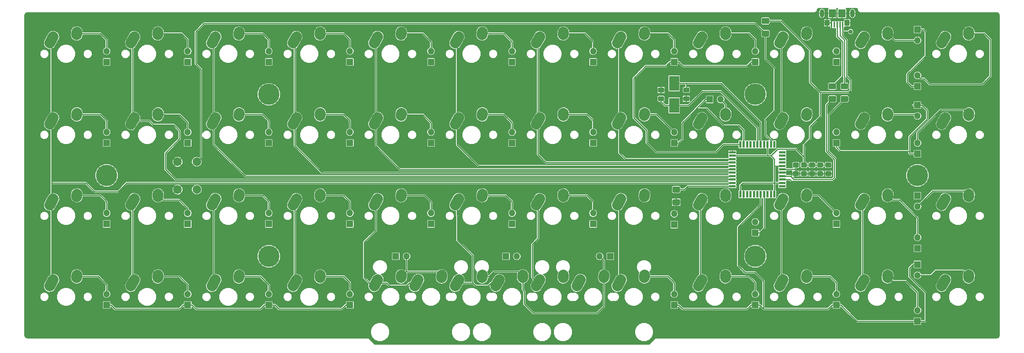
<source format=gtl>
G04 #@! TF.GenerationSoftware,KiCad,Pcbnew,5.0.1*
G04 #@! TF.CreationDate,2018-11-17T22:06:14-02:00*
G04 #@! TF.ProjectId,ortho40,6F7274686F34302E6B696361645F7063,rev?*
G04 #@! TF.SameCoordinates,Original*
G04 #@! TF.FileFunction,Copper,L1,Top,Signal*
G04 #@! TF.FilePolarity,Positive*
%FSLAX46Y46*%
G04 Gerber Fmt 4.6, Leading zero omitted, Abs format (unit mm)*
G04 Created by KiCad (PCBNEW 5.0.1) date Sat 17 Nov 2018 10:06:14 PM -02*
%MOMM*%
%LPD*%
G01*
G04 APERTURE LIST*
G04 #@! TA.AperFunction,ComponentPad*
%ADD10C,2.500000*%
G04 #@! TD*
G04 #@! TA.AperFunction,Conductor*
%ADD11C,2.500000*%
G04 #@! TD*
G04 #@! TA.AperFunction,ComponentPad*
%ADD12R,1.500000X1.500000*%
G04 #@! TD*
G04 #@! TA.AperFunction,ComponentPad*
%ADD13O,1.500000X1.500000*%
G04 #@! TD*
G04 #@! TA.AperFunction,SMDPad,CuDef*
%ADD14R,1.600000X0.560000*%
G04 #@! TD*
G04 #@! TA.AperFunction,SMDPad,CuDef*
%ADD15R,0.560000X1.600000*%
G04 #@! TD*
G04 #@! TA.AperFunction,Conductor*
%ADD16C,0.100000*%
G04 #@! TD*
G04 #@! TA.AperFunction,SMDPad,CuDef*
%ADD17C,1.150000*%
G04 #@! TD*
G04 #@! TA.AperFunction,SMDPad,CuDef*
%ADD18R,1.750000X1.900000*%
G04 #@! TD*
G04 #@! TA.AperFunction,SMDPad,CuDef*
%ADD19R,0.400000X1.400000*%
G04 #@! TD*
G04 #@! TA.AperFunction,ComponentPad*
%ADD20O,1.050000X1.900000*%
G04 #@! TD*
G04 #@! TA.AperFunction,SMDPad,CuDef*
%ADD21R,1.150000X1.450000*%
G04 #@! TD*
G04 #@! TA.AperFunction,ComponentPad*
%ADD22C,2.000000*%
G04 #@! TD*
G04 #@! TA.AperFunction,SMDPad,CuDef*
%ADD23R,2.400000X3.500000*%
G04 #@! TD*
G04 #@! TA.AperFunction,SMDPad,CuDef*
%ADD24C,1.425000*%
G04 #@! TD*
G04 #@! TA.AperFunction,ComponentPad*
%ADD25C,5.000000*%
G04 #@! TD*
G04 #@! TA.AperFunction,ViaPad*
%ADD26C,1.000000*%
G04 #@! TD*
G04 #@! TA.AperFunction,Conductor*
%ADD27C,0.250000*%
G04 #@! TD*
G04 #@! TA.AperFunction,Conductor*
%ADD28C,0.130000*%
G04 #@! TD*
G04 APERTURE END LIST*
D10*
G04 #@! TO.P,K47,1*
G04 #@! TO.N,/Col7*
X154295000Y-127830000D03*
D11*
G04 #@! TD*
G04 #@! TO.N,/Col7*
G04 #@! TO.C,K47*
X154700453Y-127100046D02*
X153889547Y-128559954D01*
D10*
G04 #@! TO.P,K47,2*
G04 #@! TO.N,Net-(D47-Pad2)*
X160220000Y-126310000D03*
D11*
G04 #@! TD*
G04 #@! TO.N,Net-(D47-Pad2)*
G04 #@! TO.C,K47*
X160239724Y-126020672D02*
X160200276Y-126599328D01*
D10*
G04 #@! TO.P,K310,1*
G04 #@! TO.N,/Col10*
X211295000Y-108830000D03*
D11*
G04 #@! TD*
G04 #@! TO.N,/Col10*
G04 #@! TO.C,K310*
X211700453Y-108100046D02*
X210889547Y-109559954D01*
D10*
G04 #@! TO.P,K310,2*
G04 #@! TO.N,Net-(D310-Pad2)*
X217220000Y-107310000D03*
D11*
G04 #@! TD*
G04 #@! TO.N,Net-(D310-Pad2)*
G04 #@! TO.C,K310*
X217239724Y-107020672D02*
X217200276Y-107599328D01*
D10*
G04 #@! TO.P,K29,2*
G04 #@! TO.N,Net-(D29-Pad2)*
X198220000Y-88310000D03*
D11*
G04 #@! TD*
G04 #@! TO.N,Net-(D29-Pad2)*
G04 #@! TO.C,K29*
X198239724Y-88020672D02*
X198200276Y-88599328D01*
D10*
G04 #@! TO.P,K29,1*
G04 #@! TO.N,/Col9*
X192295000Y-89830000D03*
D11*
G04 #@! TD*
G04 #@! TO.N,/Col9*
G04 #@! TO.C,K29*
X192700453Y-89100046D02*
X191889547Y-90559954D01*
D10*
G04 #@! TO.P,K210,2*
G04 #@! TO.N,Net-(D210-Pad2)*
X217220000Y-88310000D03*
D11*
G04 #@! TD*
G04 #@! TO.N,Net-(D210-Pad2)*
G04 #@! TO.C,K210*
X217239724Y-88020672D02*
X217200276Y-88599328D01*
D10*
G04 #@! TO.P,K210,1*
G04 #@! TO.N,/Col10*
X211295000Y-89830000D03*
D11*
G04 #@! TD*
G04 #@! TO.N,/Col10*
G04 #@! TO.C,K210*
X211700453Y-89100046D02*
X210889547Y-90559954D01*
D10*
G04 #@! TO.P,K112,2*
G04 #@! TO.N,Net-(D112-Pad2)*
X255220000Y-69310000D03*
D11*
G04 #@! TD*
G04 #@! TO.N,Net-(D112-Pad2)*
G04 #@! TO.C,K112*
X255239724Y-69020672D02*
X255200276Y-69599328D01*
D10*
G04 #@! TO.P,K112,1*
G04 #@! TO.N,/Col12*
X249295000Y-70830000D03*
D11*
G04 #@! TD*
G04 #@! TO.N,/Col12*
G04 #@! TO.C,K112*
X249700453Y-70100046D02*
X248889547Y-71559954D01*
D12*
G04 #@! TO.P,D26,1*
G04 #@! TO.N,/Row2*
X148200000Y-95000000D03*
D13*
G04 #@! TO.P,D26,2*
G04 #@! TO.N,Net-(D26-Pad2)*
X148200000Y-92460000D03*
G04 #@! TD*
D10*
G04 #@! TO.P,K26,1*
G04 #@! TO.N,/Col6*
X135295000Y-89830000D03*
D11*
G04 #@! TD*
G04 #@! TO.N,/Col6*
G04 #@! TO.C,K26*
X135700453Y-89100046D02*
X134889547Y-90559954D01*
D10*
G04 #@! TO.P,K26,2*
G04 #@! TO.N,Net-(D26-Pad2)*
X141220000Y-88310000D03*
D11*
G04 #@! TD*
G04 #@! TO.N,Net-(D26-Pad2)*
G04 #@! TO.C,K26*
X141239724Y-88020672D02*
X141200276Y-88599328D01*
D10*
G04 #@! TO.P,K27,1*
G04 #@! TO.N,/Col7*
X154295000Y-89830000D03*
D11*
G04 #@! TD*
G04 #@! TO.N,/Col7*
G04 #@! TO.C,K27*
X154700453Y-89100046D02*
X153889547Y-90559954D01*
D10*
G04 #@! TO.P,K27,2*
G04 #@! TO.N,Net-(D27-Pad2)*
X160220000Y-88310000D03*
D11*
G04 #@! TD*
G04 #@! TO.N,Net-(D27-Pad2)*
G04 #@! TO.C,K27*
X160239724Y-88020672D02*
X160200276Y-88599328D01*
D10*
G04 #@! TO.P,K13,1*
G04 #@! TO.N,/Col3*
X78295000Y-70830000D03*
D11*
G04 #@! TD*
G04 #@! TO.N,/Col3*
G04 #@! TO.C,K13*
X78700453Y-70100046D02*
X77889547Y-71559954D01*
D10*
G04 #@! TO.P,K13,2*
G04 #@! TO.N,Net-(D13-Pad2)*
X84220000Y-69310000D03*
D11*
G04 #@! TD*
G04 #@! TO.N,Net-(D13-Pad2)*
G04 #@! TO.C,K13*
X84239724Y-69020672D02*
X84200276Y-69599328D01*
D10*
G04 #@! TO.P,K39,1*
G04 #@! TO.N,/Col9*
X192295000Y-108830000D03*
D11*
G04 #@! TD*
G04 #@! TO.N,/Col9*
G04 #@! TO.C,K39*
X192700453Y-108100046D02*
X191889547Y-109559954D01*
D10*
G04 #@! TO.P,K39,2*
G04 #@! TO.N,Net-(D39-Pad2)*
X198220000Y-107310000D03*
D11*
G04 #@! TD*
G04 #@! TO.N,Net-(D39-Pad2)*
G04 #@! TO.C,K39*
X198239724Y-107020672D02*
X198200276Y-107599328D01*
D14*
G04 #@! TO.P,U1,1*
G04 #@! TO.N,Net-(U1-Pad1)*
X211525000Y-105175000D03*
G04 #@! TO.P,U1,2*
G04 #@! TO.N,VCC*
X211525000Y-104375000D03*
G04 #@! TO.P,U1,3*
G04 #@! TO.N,Net-(R3-Pad1)*
X211525000Y-103575000D03*
G04 #@! TO.P,U1,4*
G04 #@! TO.N,Net-(R4-Pad1)*
X211525000Y-102775000D03*
G04 #@! TO.P,U1,5*
G04 #@! TO.N,GND*
X211525000Y-101975000D03*
G04 #@! TO.P,U1,6*
G04 #@! TO.N,Net-(C8-Pad1)*
X211525000Y-101175000D03*
G04 #@! TO.P,U1,7*
G04 #@! TO.N,VCC*
X211525000Y-100375000D03*
G04 #@! TO.P,U1,8*
G04 #@! TO.N,Net-(U1-Pad8)*
X211525000Y-99575000D03*
G04 #@! TO.P,U1,9*
G04 #@! TO.N,Net-(U1-Pad9)*
X211525000Y-98775000D03*
G04 #@! TO.P,U1,10*
G04 #@! TO.N,Net-(U1-Pad10)*
X211525000Y-97975000D03*
G04 #@! TO.P,U1,11*
G04 #@! TO.N,Net-(U1-Pad11)*
X211525000Y-97175000D03*
D15*
G04 #@! TO.P,U1,12*
G04 #@! TO.N,Net-(U1-Pad12)*
X209675000Y-95325000D03*
G04 #@! TO.P,U1,13*
G04 #@! TO.N,/RST*
X208875000Y-95325000D03*
G04 #@! TO.P,U1,14*
G04 #@! TO.N,VCC*
X208075000Y-95325000D03*
G04 #@! TO.P,U1,15*
G04 #@! TO.N,GND*
X207275000Y-95325000D03*
G04 #@! TO.P,U1,16*
G04 #@! TO.N,/XTAL1*
X206475000Y-95325000D03*
G04 #@! TO.P,U1,17*
G04 #@! TO.N,/XTAL2*
X205675000Y-95325000D03*
G04 #@! TO.P,U1,18*
G04 #@! TO.N,Net-(U1-Pad18)*
X204875000Y-95325000D03*
G04 #@! TO.P,U1,19*
G04 #@! TO.N,Net-(U1-Pad19)*
X204075000Y-95325000D03*
G04 #@! TO.P,U1,20*
G04 #@! TO.N,Net-(U1-Pad20)*
X203275000Y-95325000D03*
G04 #@! TO.P,U1,21*
G04 #@! TO.N,/Row2*
X202475000Y-95325000D03*
G04 #@! TO.P,U1,22*
G04 #@! TO.N,/Row1*
X201675000Y-95325000D03*
D14*
G04 #@! TO.P,U1,23*
G04 #@! TO.N,GND*
X199825000Y-97175000D03*
G04 #@! TO.P,U1,24*
G04 #@! TO.N,VCC*
X199825000Y-97975000D03*
G04 #@! TO.P,U1,25*
G04 #@! TO.N,/Col8*
X199825000Y-98775000D03*
G04 #@! TO.P,U1,26*
G04 #@! TO.N,/Col7*
X199825000Y-99575000D03*
G04 #@! TO.P,U1,27*
G04 #@! TO.N,/Col6*
X199825000Y-100375000D03*
G04 #@! TO.P,U1,28*
G04 #@! TO.N,/Col5*
X199825000Y-101175000D03*
G04 #@! TO.P,U1,29*
G04 #@! TO.N,/Col4*
X199825000Y-101975000D03*
G04 #@! TO.P,U1,30*
G04 #@! TO.N,/Col3*
X199825000Y-102775000D03*
G04 #@! TO.P,U1,31*
G04 #@! TO.N,/Col2*
X199825000Y-103575000D03*
G04 #@! TO.P,U1,32*
G04 #@! TO.N,/Col1*
X199825000Y-104375000D03*
G04 #@! TO.P,U1,33*
G04 #@! TO.N,Net-(R2-Pad2)*
X199825000Y-105175000D03*
D15*
G04 #@! TO.P,U1,34*
G04 #@! TO.N,VCC*
X201675000Y-107025000D03*
G04 #@! TO.P,U1,35*
G04 #@! TO.N,GND*
X202475000Y-107025000D03*
G04 #@! TO.P,U1,36*
G04 #@! TO.N,Net-(U1-Pad36)*
X203275000Y-107025000D03*
G04 #@! TO.P,U1,37*
G04 #@! TO.N,Net-(U1-Pad37)*
X204075000Y-107025000D03*
G04 #@! TO.P,U1,38*
G04 #@! TO.N,Net-(U1-Pad38)*
X204875000Y-107025000D03*
G04 #@! TO.P,U1,39*
G04 #@! TO.N,Net-(U1-Pad39)*
X205675000Y-107025000D03*
G04 #@! TO.P,U1,40*
G04 #@! TO.N,/Row4*
X206475000Y-107025000D03*
G04 #@! TO.P,U1,41*
G04 #@! TO.N,/Row3*
X207275000Y-107025000D03*
G04 #@! TO.P,U1,42*
G04 #@! TO.N,Net-(U1-Pad42)*
X208075000Y-107025000D03*
G04 #@! TO.P,U1,43*
G04 #@! TO.N,GND*
X208875000Y-107025000D03*
G04 #@! TO.P,U1,44*
G04 #@! TO.N,VCC*
X209675000Y-107025000D03*
G04 #@! TD*
D10*
G04 #@! TO.P,K22,1*
G04 #@! TO.N,/Col2*
X59295000Y-89830000D03*
D11*
G04 #@! TD*
G04 #@! TO.N,/Col2*
G04 #@! TO.C,K22*
X59700453Y-89100046D02*
X58889547Y-90559954D01*
D10*
G04 #@! TO.P,K22,2*
G04 #@! TO.N,Net-(D22-Pad2)*
X65220000Y-88310000D03*
D11*
G04 #@! TD*
G04 #@! TO.N,Net-(D22-Pad2)*
G04 #@! TO.C,K22*
X65239724Y-88020672D02*
X65200276Y-88599328D01*
D16*
G04 #@! TO.N,/XTAL1*
G04 #@! TO.C,C1*
G36*
X189524505Y-82001205D02*
X189548773Y-82004805D01*
X189572572Y-82010766D01*
X189595671Y-82019031D01*
X189617850Y-82029521D01*
X189638893Y-82042133D01*
X189658599Y-82056748D01*
X189676777Y-82073224D01*
X189693253Y-82091402D01*
X189707868Y-82111108D01*
X189720480Y-82132151D01*
X189730970Y-82154330D01*
X189739235Y-82177429D01*
X189745196Y-82201228D01*
X189748796Y-82225496D01*
X189750000Y-82250000D01*
X189750000Y-82900002D01*
X189748796Y-82924506D01*
X189745196Y-82948774D01*
X189739235Y-82972573D01*
X189730970Y-82995672D01*
X189720480Y-83017851D01*
X189707868Y-83038894D01*
X189693253Y-83058600D01*
X189676777Y-83076778D01*
X189658599Y-83093254D01*
X189638893Y-83107869D01*
X189617850Y-83120481D01*
X189595671Y-83130971D01*
X189572572Y-83139236D01*
X189548773Y-83145197D01*
X189524505Y-83148797D01*
X189500001Y-83150001D01*
X188599999Y-83150001D01*
X188575495Y-83148797D01*
X188551227Y-83145197D01*
X188527428Y-83139236D01*
X188504329Y-83130971D01*
X188482150Y-83120481D01*
X188461107Y-83107869D01*
X188441401Y-83093254D01*
X188423223Y-83076778D01*
X188406747Y-83058600D01*
X188392132Y-83038894D01*
X188379520Y-83017851D01*
X188369030Y-82995672D01*
X188360765Y-82972573D01*
X188354804Y-82948774D01*
X188351204Y-82924506D01*
X188350000Y-82900002D01*
X188350000Y-82250000D01*
X188351204Y-82225496D01*
X188354804Y-82201228D01*
X188360765Y-82177429D01*
X188369030Y-82154330D01*
X188379520Y-82132151D01*
X188392132Y-82111108D01*
X188406747Y-82091402D01*
X188423223Y-82073224D01*
X188441401Y-82056748D01*
X188461107Y-82042133D01*
X188482150Y-82029521D01*
X188504329Y-82019031D01*
X188527428Y-82010766D01*
X188551227Y-82004805D01*
X188575495Y-82001205D01*
X188599999Y-82000001D01*
X189500001Y-82000001D01*
X189524505Y-82001205D01*
X189524505Y-82001205D01*
G37*
D17*
G04 #@! TD*
G04 #@! TO.P,C1,1*
G04 #@! TO.N,/XTAL1*
X189050000Y-82575001D03*
D16*
G04 #@! TO.N,GND*
G04 #@! TO.C,C1*
G36*
X189524505Y-84051203D02*
X189548773Y-84054803D01*
X189572572Y-84060764D01*
X189595671Y-84069029D01*
X189617850Y-84079519D01*
X189638893Y-84092131D01*
X189658599Y-84106746D01*
X189676777Y-84123222D01*
X189693253Y-84141400D01*
X189707868Y-84161106D01*
X189720480Y-84182149D01*
X189730970Y-84204328D01*
X189739235Y-84227427D01*
X189745196Y-84251226D01*
X189748796Y-84275494D01*
X189750000Y-84299998D01*
X189750000Y-84950000D01*
X189748796Y-84974504D01*
X189745196Y-84998772D01*
X189739235Y-85022571D01*
X189730970Y-85045670D01*
X189720480Y-85067849D01*
X189707868Y-85088892D01*
X189693253Y-85108598D01*
X189676777Y-85126776D01*
X189658599Y-85143252D01*
X189638893Y-85157867D01*
X189617850Y-85170479D01*
X189595671Y-85180969D01*
X189572572Y-85189234D01*
X189548773Y-85195195D01*
X189524505Y-85198795D01*
X189500001Y-85199999D01*
X188599999Y-85199999D01*
X188575495Y-85198795D01*
X188551227Y-85195195D01*
X188527428Y-85189234D01*
X188504329Y-85180969D01*
X188482150Y-85170479D01*
X188461107Y-85157867D01*
X188441401Y-85143252D01*
X188423223Y-85126776D01*
X188406747Y-85108598D01*
X188392132Y-85088892D01*
X188379520Y-85067849D01*
X188369030Y-85045670D01*
X188360765Y-85022571D01*
X188354804Y-84998772D01*
X188351204Y-84974504D01*
X188350000Y-84950000D01*
X188350000Y-84299998D01*
X188351204Y-84275494D01*
X188354804Y-84251226D01*
X188360765Y-84227427D01*
X188369030Y-84204328D01*
X188379520Y-84182149D01*
X188392132Y-84161106D01*
X188406747Y-84141400D01*
X188423223Y-84123222D01*
X188441401Y-84106746D01*
X188461107Y-84092131D01*
X188482150Y-84079519D01*
X188504329Y-84069029D01*
X188527428Y-84060764D01*
X188551227Y-84054803D01*
X188575495Y-84051203D01*
X188599999Y-84049999D01*
X189500001Y-84049999D01*
X189524505Y-84051203D01*
X189524505Y-84051203D01*
G37*
D17*
G04 #@! TD*
G04 #@! TO.P,C1,2*
G04 #@! TO.N,GND*
X189050000Y-84624999D03*
D16*
G04 #@! TO.N,GND*
G04 #@! TO.C,C2*
G36*
X183587005Y-82001205D02*
X183611273Y-82004805D01*
X183635072Y-82010766D01*
X183658171Y-82019031D01*
X183680350Y-82029521D01*
X183701393Y-82042133D01*
X183721099Y-82056748D01*
X183739277Y-82073224D01*
X183755753Y-82091402D01*
X183770368Y-82111108D01*
X183782980Y-82132151D01*
X183793470Y-82154330D01*
X183801735Y-82177429D01*
X183807696Y-82201228D01*
X183811296Y-82225496D01*
X183812500Y-82250000D01*
X183812500Y-82900002D01*
X183811296Y-82924506D01*
X183807696Y-82948774D01*
X183801735Y-82972573D01*
X183793470Y-82995672D01*
X183782980Y-83017851D01*
X183770368Y-83038894D01*
X183755753Y-83058600D01*
X183739277Y-83076778D01*
X183721099Y-83093254D01*
X183701393Y-83107869D01*
X183680350Y-83120481D01*
X183658171Y-83130971D01*
X183635072Y-83139236D01*
X183611273Y-83145197D01*
X183587005Y-83148797D01*
X183562501Y-83150001D01*
X182662499Y-83150001D01*
X182637995Y-83148797D01*
X182613727Y-83145197D01*
X182589928Y-83139236D01*
X182566829Y-83130971D01*
X182544650Y-83120481D01*
X182523607Y-83107869D01*
X182503901Y-83093254D01*
X182485723Y-83076778D01*
X182469247Y-83058600D01*
X182454632Y-83038894D01*
X182442020Y-83017851D01*
X182431530Y-82995672D01*
X182423265Y-82972573D01*
X182417304Y-82948774D01*
X182413704Y-82924506D01*
X182412500Y-82900002D01*
X182412500Y-82250000D01*
X182413704Y-82225496D01*
X182417304Y-82201228D01*
X182423265Y-82177429D01*
X182431530Y-82154330D01*
X182442020Y-82132151D01*
X182454632Y-82111108D01*
X182469247Y-82091402D01*
X182485723Y-82073224D01*
X182503901Y-82056748D01*
X182523607Y-82042133D01*
X182544650Y-82029521D01*
X182566829Y-82019031D01*
X182589928Y-82010766D01*
X182613727Y-82004805D01*
X182637995Y-82001205D01*
X182662499Y-82000001D01*
X183562501Y-82000001D01*
X183587005Y-82001205D01*
X183587005Y-82001205D01*
G37*
D17*
G04 #@! TD*
G04 #@! TO.P,C2,2*
G04 #@! TO.N,GND*
X183112500Y-82575001D03*
D16*
G04 #@! TO.N,/XTAL2*
G04 #@! TO.C,C2*
G36*
X183587005Y-84051203D02*
X183611273Y-84054803D01*
X183635072Y-84060764D01*
X183658171Y-84069029D01*
X183680350Y-84079519D01*
X183701393Y-84092131D01*
X183721099Y-84106746D01*
X183739277Y-84123222D01*
X183755753Y-84141400D01*
X183770368Y-84161106D01*
X183782980Y-84182149D01*
X183793470Y-84204328D01*
X183801735Y-84227427D01*
X183807696Y-84251226D01*
X183811296Y-84275494D01*
X183812500Y-84299998D01*
X183812500Y-84950000D01*
X183811296Y-84974504D01*
X183807696Y-84998772D01*
X183801735Y-85022571D01*
X183793470Y-85045670D01*
X183782980Y-85067849D01*
X183770368Y-85088892D01*
X183755753Y-85108598D01*
X183739277Y-85126776D01*
X183721099Y-85143252D01*
X183701393Y-85157867D01*
X183680350Y-85170479D01*
X183658171Y-85180969D01*
X183635072Y-85189234D01*
X183611273Y-85195195D01*
X183587005Y-85198795D01*
X183562501Y-85199999D01*
X182662499Y-85199999D01*
X182637995Y-85198795D01*
X182613727Y-85195195D01*
X182589928Y-85189234D01*
X182566829Y-85180969D01*
X182544650Y-85170479D01*
X182523607Y-85157867D01*
X182503901Y-85143252D01*
X182485723Y-85126776D01*
X182469247Y-85108598D01*
X182454632Y-85088892D01*
X182442020Y-85067849D01*
X182431530Y-85045670D01*
X182423265Y-85022571D01*
X182417304Y-84998772D01*
X182413704Y-84974504D01*
X182412500Y-84950000D01*
X182412500Y-84299998D01*
X182413704Y-84275494D01*
X182417304Y-84251226D01*
X182423265Y-84227427D01*
X182431530Y-84204328D01*
X182442020Y-84182149D01*
X182454632Y-84161106D01*
X182469247Y-84141400D01*
X182485723Y-84123222D01*
X182503901Y-84106746D01*
X182523607Y-84092131D01*
X182544650Y-84079519D01*
X182566829Y-84069029D01*
X182589928Y-84060764D01*
X182613727Y-84054803D01*
X182637995Y-84051203D01*
X182662499Y-84049999D01*
X183562501Y-84049999D01*
X183587005Y-84051203D01*
X183587005Y-84051203D01*
G37*
D17*
G04 #@! TD*
G04 #@! TO.P,C2,1*
G04 #@! TO.N,/XTAL2*
X183112500Y-84624999D03*
D16*
G04 #@! TO.N,GND*
G04 #@! TO.C,C3*
G36*
X217074505Y-101626204D02*
X217098773Y-101629804D01*
X217122572Y-101635765D01*
X217145671Y-101644030D01*
X217167850Y-101654520D01*
X217188893Y-101667132D01*
X217208599Y-101681747D01*
X217226777Y-101698223D01*
X217243253Y-101716401D01*
X217257868Y-101736107D01*
X217270480Y-101757150D01*
X217280970Y-101779329D01*
X217289235Y-101802428D01*
X217295196Y-101826227D01*
X217298796Y-101850495D01*
X217300000Y-101874999D01*
X217300000Y-102525001D01*
X217298796Y-102549505D01*
X217295196Y-102573773D01*
X217289235Y-102597572D01*
X217280970Y-102620671D01*
X217270480Y-102642850D01*
X217257868Y-102663893D01*
X217243253Y-102683599D01*
X217226777Y-102701777D01*
X217208599Y-102718253D01*
X217188893Y-102732868D01*
X217167850Y-102745480D01*
X217145671Y-102755970D01*
X217122572Y-102764235D01*
X217098773Y-102770196D01*
X217074505Y-102773796D01*
X217050001Y-102775000D01*
X216149999Y-102775000D01*
X216125495Y-102773796D01*
X216101227Y-102770196D01*
X216077428Y-102764235D01*
X216054329Y-102755970D01*
X216032150Y-102745480D01*
X216011107Y-102732868D01*
X215991401Y-102718253D01*
X215973223Y-102701777D01*
X215956747Y-102683599D01*
X215942132Y-102663893D01*
X215929520Y-102642850D01*
X215919030Y-102620671D01*
X215910765Y-102597572D01*
X215904804Y-102573773D01*
X215901204Y-102549505D01*
X215900000Y-102525001D01*
X215900000Y-101874999D01*
X215901204Y-101850495D01*
X215904804Y-101826227D01*
X215910765Y-101802428D01*
X215919030Y-101779329D01*
X215929520Y-101757150D01*
X215942132Y-101736107D01*
X215956747Y-101716401D01*
X215973223Y-101698223D01*
X215991401Y-101681747D01*
X216011107Y-101667132D01*
X216032150Y-101654520D01*
X216054329Y-101644030D01*
X216077428Y-101635765D01*
X216101227Y-101629804D01*
X216125495Y-101626204D01*
X216149999Y-101625000D01*
X217050001Y-101625000D01*
X217074505Y-101626204D01*
X217074505Y-101626204D01*
G37*
D17*
G04 #@! TD*
G04 #@! TO.P,C3,1*
G04 #@! TO.N,GND*
X216600000Y-102200000D03*
D16*
G04 #@! TO.N,VCC*
G04 #@! TO.C,C3*
G36*
X217074505Y-99576204D02*
X217098773Y-99579804D01*
X217122572Y-99585765D01*
X217145671Y-99594030D01*
X217167850Y-99604520D01*
X217188893Y-99617132D01*
X217208599Y-99631747D01*
X217226777Y-99648223D01*
X217243253Y-99666401D01*
X217257868Y-99686107D01*
X217270480Y-99707150D01*
X217280970Y-99729329D01*
X217289235Y-99752428D01*
X217295196Y-99776227D01*
X217298796Y-99800495D01*
X217300000Y-99824999D01*
X217300000Y-100475001D01*
X217298796Y-100499505D01*
X217295196Y-100523773D01*
X217289235Y-100547572D01*
X217280970Y-100570671D01*
X217270480Y-100592850D01*
X217257868Y-100613893D01*
X217243253Y-100633599D01*
X217226777Y-100651777D01*
X217208599Y-100668253D01*
X217188893Y-100682868D01*
X217167850Y-100695480D01*
X217145671Y-100705970D01*
X217122572Y-100714235D01*
X217098773Y-100720196D01*
X217074505Y-100723796D01*
X217050001Y-100725000D01*
X216149999Y-100725000D01*
X216125495Y-100723796D01*
X216101227Y-100720196D01*
X216077428Y-100714235D01*
X216054329Y-100705970D01*
X216032150Y-100695480D01*
X216011107Y-100682868D01*
X215991401Y-100668253D01*
X215973223Y-100651777D01*
X215956747Y-100633599D01*
X215942132Y-100613893D01*
X215929520Y-100592850D01*
X215919030Y-100570671D01*
X215910765Y-100547572D01*
X215904804Y-100523773D01*
X215901204Y-100499505D01*
X215900000Y-100475001D01*
X215900000Y-99824999D01*
X215901204Y-99800495D01*
X215904804Y-99776227D01*
X215910765Y-99752428D01*
X215919030Y-99729329D01*
X215929520Y-99707150D01*
X215942132Y-99686107D01*
X215956747Y-99666401D01*
X215973223Y-99648223D01*
X215991401Y-99631747D01*
X216011107Y-99617132D01*
X216032150Y-99604520D01*
X216054329Y-99594030D01*
X216077428Y-99585765D01*
X216101227Y-99579804D01*
X216125495Y-99576204D01*
X216149999Y-99575000D01*
X217050001Y-99575000D01*
X217074505Y-99576204D01*
X217074505Y-99576204D01*
G37*
D17*
G04 #@! TD*
G04 #@! TO.P,C3,2*
G04 #@! TO.N,VCC*
X216600000Y-100150000D03*
D16*
G04 #@! TO.N,VCC*
G04 #@! TO.C,C4*
G36*
X218974505Y-99576204D02*
X218998773Y-99579804D01*
X219022572Y-99585765D01*
X219045671Y-99594030D01*
X219067850Y-99604520D01*
X219088893Y-99617132D01*
X219108599Y-99631747D01*
X219126777Y-99648223D01*
X219143253Y-99666401D01*
X219157868Y-99686107D01*
X219170480Y-99707150D01*
X219180970Y-99729329D01*
X219189235Y-99752428D01*
X219195196Y-99776227D01*
X219198796Y-99800495D01*
X219200000Y-99824999D01*
X219200000Y-100475001D01*
X219198796Y-100499505D01*
X219195196Y-100523773D01*
X219189235Y-100547572D01*
X219180970Y-100570671D01*
X219170480Y-100592850D01*
X219157868Y-100613893D01*
X219143253Y-100633599D01*
X219126777Y-100651777D01*
X219108599Y-100668253D01*
X219088893Y-100682868D01*
X219067850Y-100695480D01*
X219045671Y-100705970D01*
X219022572Y-100714235D01*
X218998773Y-100720196D01*
X218974505Y-100723796D01*
X218950001Y-100725000D01*
X218049999Y-100725000D01*
X218025495Y-100723796D01*
X218001227Y-100720196D01*
X217977428Y-100714235D01*
X217954329Y-100705970D01*
X217932150Y-100695480D01*
X217911107Y-100682868D01*
X217891401Y-100668253D01*
X217873223Y-100651777D01*
X217856747Y-100633599D01*
X217842132Y-100613893D01*
X217829520Y-100592850D01*
X217819030Y-100570671D01*
X217810765Y-100547572D01*
X217804804Y-100523773D01*
X217801204Y-100499505D01*
X217800000Y-100475001D01*
X217800000Y-99824999D01*
X217801204Y-99800495D01*
X217804804Y-99776227D01*
X217810765Y-99752428D01*
X217819030Y-99729329D01*
X217829520Y-99707150D01*
X217842132Y-99686107D01*
X217856747Y-99666401D01*
X217873223Y-99648223D01*
X217891401Y-99631747D01*
X217911107Y-99617132D01*
X217932150Y-99604520D01*
X217954329Y-99594030D01*
X217977428Y-99585765D01*
X218001227Y-99579804D01*
X218025495Y-99576204D01*
X218049999Y-99575000D01*
X218950001Y-99575000D01*
X218974505Y-99576204D01*
X218974505Y-99576204D01*
G37*
D17*
G04 #@! TD*
G04 #@! TO.P,C4,2*
G04 #@! TO.N,VCC*
X218500000Y-100150000D03*
D16*
G04 #@! TO.N,GND*
G04 #@! TO.C,C4*
G36*
X218974505Y-101626204D02*
X218998773Y-101629804D01*
X219022572Y-101635765D01*
X219045671Y-101644030D01*
X219067850Y-101654520D01*
X219088893Y-101667132D01*
X219108599Y-101681747D01*
X219126777Y-101698223D01*
X219143253Y-101716401D01*
X219157868Y-101736107D01*
X219170480Y-101757150D01*
X219180970Y-101779329D01*
X219189235Y-101802428D01*
X219195196Y-101826227D01*
X219198796Y-101850495D01*
X219200000Y-101874999D01*
X219200000Y-102525001D01*
X219198796Y-102549505D01*
X219195196Y-102573773D01*
X219189235Y-102597572D01*
X219180970Y-102620671D01*
X219170480Y-102642850D01*
X219157868Y-102663893D01*
X219143253Y-102683599D01*
X219126777Y-102701777D01*
X219108599Y-102718253D01*
X219088893Y-102732868D01*
X219067850Y-102745480D01*
X219045671Y-102755970D01*
X219022572Y-102764235D01*
X218998773Y-102770196D01*
X218974505Y-102773796D01*
X218950001Y-102775000D01*
X218049999Y-102775000D01*
X218025495Y-102773796D01*
X218001227Y-102770196D01*
X217977428Y-102764235D01*
X217954329Y-102755970D01*
X217932150Y-102745480D01*
X217911107Y-102732868D01*
X217891401Y-102718253D01*
X217873223Y-102701777D01*
X217856747Y-102683599D01*
X217842132Y-102663893D01*
X217829520Y-102642850D01*
X217819030Y-102620671D01*
X217810765Y-102597572D01*
X217804804Y-102573773D01*
X217801204Y-102549505D01*
X217800000Y-102525001D01*
X217800000Y-101874999D01*
X217801204Y-101850495D01*
X217804804Y-101826227D01*
X217810765Y-101802428D01*
X217819030Y-101779329D01*
X217829520Y-101757150D01*
X217842132Y-101736107D01*
X217856747Y-101716401D01*
X217873223Y-101698223D01*
X217891401Y-101681747D01*
X217911107Y-101667132D01*
X217932150Y-101654520D01*
X217954329Y-101644030D01*
X217977428Y-101635765D01*
X218001227Y-101629804D01*
X218025495Y-101626204D01*
X218049999Y-101625000D01*
X218950001Y-101625000D01*
X218974505Y-101626204D01*
X218974505Y-101626204D01*
G37*
D17*
G04 #@! TD*
G04 #@! TO.P,C4,1*
G04 #@! TO.N,GND*
X218500000Y-102200000D03*
D16*
G04 #@! TO.N,GND*
G04 #@! TO.C,C5*
G36*
X222774505Y-101626204D02*
X222798773Y-101629804D01*
X222822572Y-101635765D01*
X222845671Y-101644030D01*
X222867850Y-101654520D01*
X222888893Y-101667132D01*
X222908599Y-101681747D01*
X222926777Y-101698223D01*
X222943253Y-101716401D01*
X222957868Y-101736107D01*
X222970480Y-101757150D01*
X222980970Y-101779329D01*
X222989235Y-101802428D01*
X222995196Y-101826227D01*
X222998796Y-101850495D01*
X223000000Y-101874999D01*
X223000000Y-102525001D01*
X222998796Y-102549505D01*
X222995196Y-102573773D01*
X222989235Y-102597572D01*
X222980970Y-102620671D01*
X222970480Y-102642850D01*
X222957868Y-102663893D01*
X222943253Y-102683599D01*
X222926777Y-102701777D01*
X222908599Y-102718253D01*
X222888893Y-102732868D01*
X222867850Y-102745480D01*
X222845671Y-102755970D01*
X222822572Y-102764235D01*
X222798773Y-102770196D01*
X222774505Y-102773796D01*
X222750001Y-102775000D01*
X221849999Y-102775000D01*
X221825495Y-102773796D01*
X221801227Y-102770196D01*
X221777428Y-102764235D01*
X221754329Y-102755970D01*
X221732150Y-102745480D01*
X221711107Y-102732868D01*
X221691401Y-102718253D01*
X221673223Y-102701777D01*
X221656747Y-102683599D01*
X221642132Y-102663893D01*
X221629520Y-102642850D01*
X221619030Y-102620671D01*
X221610765Y-102597572D01*
X221604804Y-102573773D01*
X221601204Y-102549505D01*
X221600000Y-102525001D01*
X221600000Y-101874999D01*
X221601204Y-101850495D01*
X221604804Y-101826227D01*
X221610765Y-101802428D01*
X221619030Y-101779329D01*
X221629520Y-101757150D01*
X221642132Y-101736107D01*
X221656747Y-101716401D01*
X221673223Y-101698223D01*
X221691401Y-101681747D01*
X221711107Y-101667132D01*
X221732150Y-101654520D01*
X221754329Y-101644030D01*
X221777428Y-101635765D01*
X221801227Y-101629804D01*
X221825495Y-101626204D01*
X221849999Y-101625000D01*
X222750001Y-101625000D01*
X222774505Y-101626204D01*
X222774505Y-101626204D01*
G37*
D17*
G04 #@! TD*
G04 #@! TO.P,C5,1*
G04 #@! TO.N,GND*
X222300000Y-102200000D03*
D16*
G04 #@! TO.N,VCC*
G04 #@! TO.C,C5*
G36*
X222774505Y-99576204D02*
X222798773Y-99579804D01*
X222822572Y-99585765D01*
X222845671Y-99594030D01*
X222867850Y-99604520D01*
X222888893Y-99617132D01*
X222908599Y-99631747D01*
X222926777Y-99648223D01*
X222943253Y-99666401D01*
X222957868Y-99686107D01*
X222970480Y-99707150D01*
X222980970Y-99729329D01*
X222989235Y-99752428D01*
X222995196Y-99776227D01*
X222998796Y-99800495D01*
X223000000Y-99824999D01*
X223000000Y-100475001D01*
X222998796Y-100499505D01*
X222995196Y-100523773D01*
X222989235Y-100547572D01*
X222980970Y-100570671D01*
X222970480Y-100592850D01*
X222957868Y-100613893D01*
X222943253Y-100633599D01*
X222926777Y-100651777D01*
X222908599Y-100668253D01*
X222888893Y-100682868D01*
X222867850Y-100695480D01*
X222845671Y-100705970D01*
X222822572Y-100714235D01*
X222798773Y-100720196D01*
X222774505Y-100723796D01*
X222750001Y-100725000D01*
X221849999Y-100725000D01*
X221825495Y-100723796D01*
X221801227Y-100720196D01*
X221777428Y-100714235D01*
X221754329Y-100705970D01*
X221732150Y-100695480D01*
X221711107Y-100682868D01*
X221691401Y-100668253D01*
X221673223Y-100651777D01*
X221656747Y-100633599D01*
X221642132Y-100613893D01*
X221629520Y-100592850D01*
X221619030Y-100570671D01*
X221610765Y-100547572D01*
X221604804Y-100523773D01*
X221601204Y-100499505D01*
X221600000Y-100475001D01*
X221600000Y-99824999D01*
X221601204Y-99800495D01*
X221604804Y-99776227D01*
X221610765Y-99752428D01*
X221619030Y-99729329D01*
X221629520Y-99707150D01*
X221642132Y-99686107D01*
X221656747Y-99666401D01*
X221673223Y-99648223D01*
X221691401Y-99631747D01*
X221711107Y-99617132D01*
X221732150Y-99604520D01*
X221754329Y-99594030D01*
X221777428Y-99585765D01*
X221801227Y-99579804D01*
X221825495Y-99576204D01*
X221849999Y-99575000D01*
X222750001Y-99575000D01*
X222774505Y-99576204D01*
X222774505Y-99576204D01*
G37*
D17*
G04 #@! TD*
G04 #@! TO.P,C5,2*
G04 #@! TO.N,VCC*
X222300000Y-100150000D03*
D16*
G04 #@! TO.N,VCC*
G04 #@! TO.C,C6*
G36*
X220874505Y-99576204D02*
X220898773Y-99579804D01*
X220922572Y-99585765D01*
X220945671Y-99594030D01*
X220967850Y-99604520D01*
X220988893Y-99617132D01*
X221008599Y-99631747D01*
X221026777Y-99648223D01*
X221043253Y-99666401D01*
X221057868Y-99686107D01*
X221070480Y-99707150D01*
X221080970Y-99729329D01*
X221089235Y-99752428D01*
X221095196Y-99776227D01*
X221098796Y-99800495D01*
X221100000Y-99824999D01*
X221100000Y-100475001D01*
X221098796Y-100499505D01*
X221095196Y-100523773D01*
X221089235Y-100547572D01*
X221080970Y-100570671D01*
X221070480Y-100592850D01*
X221057868Y-100613893D01*
X221043253Y-100633599D01*
X221026777Y-100651777D01*
X221008599Y-100668253D01*
X220988893Y-100682868D01*
X220967850Y-100695480D01*
X220945671Y-100705970D01*
X220922572Y-100714235D01*
X220898773Y-100720196D01*
X220874505Y-100723796D01*
X220850001Y-100725000D01*
X219949999Y-100725000D01*
X219925495Y-100723796D01*
X219901227Y-100720196D01*
X219877428Y-100714235D01*
X219854329Y-100705970D01*
X219832150Y-100695480D01*
X219811107Y-100682868D01*
X219791401Y-100668253D01*
X219773223Y-100651777D01*
X219756747Y-100633599D01*
X219742132Y-100613893D01*
X219729520Y-100592850D01*
X219719030Y-100570671D01*
X219710765Y-100547572D01*
X219704804Y-100523773D01*
X219701204Y-100499505D01*
X219700000Y-100475001D01*
X219700000Y-99824999D01*
X219701204Y-99800495D01*
X219704804Y-99776227D01*
X219710765Y-99752428D01*
X219719030Y-99729329D01*
X219729520Y-99707150D01*
X219742132Y-99686107D01*
X219756747Y-99666401D01*
X219773223Y-99648223D01*
X219791401Y-99631747D01*
X219811107Y-99617132D01*
X219832150Y-99604520D01*
X219854329Y-99594030D01*
X219877428Y-99585765D01*
X219901227Y-99579804D01*
X219925495Y-99576204D01*
X219949999Y-99575000D01*
X220850001Y-99575000D01*
X220874505Y-99576204D01*
X220874505Y-99576204D01*
G37*
D17*
G04 #@! TD*
G04 #@! TO.P,C6,2*
G04 #@! TO.N,VCC*
X220400000Y-100150000D03*
D16*
G04 #@! TO.N,GND*
G04 #@! TO.C,C6*
G36*
X220874505Y-101626204D02*
X220898773Y-101629804D01*
X220922572Y-101635765D01*
X220945671Y-101644030D01*
X220967850Y-101654520D01*
X220988893Y-101667132D01*
X221008599Y-101681747D01*
X221026777Y-101698223D01*
X221043253Y-101716401D01*
X221057868Y-101736107D01*
X221070480Y-101757150D01*
X221080970Y-101779329D01*
X221089235Y-101802428D01*
X221095196Y-101826227D01*
X221098796Y-101850495D01*
X221100000Y-101874999D01*
X221100000Y-102525001D01*
X221098796Y-102549505D01*
X221095196Y-102573773D01*
X221089235Y-102597572D01*
X221080970Y-102620671D01*
X221070480Y-102642850D01*
X221057868Y-102663893D01*
X221043253Y-102683599D01*
X221026777Y-102701777D01*
X221008599Y-102718253D01*
X220988893Y-102732868D01*
X220967850Y-102745480D01*
X220945671Y-102755970D01*
X220922572Y-102764235D01*
X220898773Y-102770196D01*
X220874505Y-102773796D01*
X220850001Y-102775000D01*
X219949999Y-102775000D01*
X219925495Y-102773796D01*
X219901227Y-102770196D01*
X219877428Y-102764235D01*
X219854329Y-102755970D01*
X219832150Y-102745480D01*
X219811107Y-102732868D01*
X219791401Y-102718253D01*
X219773223Y-102701777D01*
X219756747Y-102683599D01*
X219742132Y-102663893D01*
X219729520Y-102642850D01*
X219719030Y-102620671D01*
X219710765Y-102597572D01*
X219704804Y-102573773D01*
X219701204Y-102549505D01*
X219700000Y-102525001D01*
X219700000Y-101874999D01*
X219701204Y-101850495D01*
X219704804Y-101826227D01*
X219710765Y-101802428D01*
X219719030Y-101779329D01*
X219729520Y-101757150D01*
X219742132Y-101736107D01*
X219756747Y-101716401D01*
X219773223Y-101698223D01*
X219791401Y-101681747D01*
X219811107Y-101667132D01*
X219832150Y-101654520D01*
X219854329Y-101644030D01*
X219877428Y-101635765D01*
X219901227Y-101629804D01*
X219925495Y-101626204D01*
X219949999Y-101625000D01*
X220850001Y-101625000D01*
X220874505Y-101626204D01*
X220874505Y-101626204D01*
G37*
D17*
G04 #@! TD*
G04 #@! TO.P,C6,1*
G04 #@! TO.N,GND*
X220400000Y-102200000D03*
D16*
G04 #@! TO.N,Net-(C8-Pad1)*
G04 #@! TO.C,C8*
G36*
X215174505Y-99576204D02*
X215198773Y-99579804D01*
X215222572Y-99585765D01*
X215245671Y-99594030D01*
X215267850Y-99604520D01*
X215288893Y-99617132D01*
X215308599Y-99631747D01*
X215326777Y-99648223D01*
X215343253Y-99666401D01*
X215357868Y-99686107D01*
X215370480Y-99707150D01*
X215380970Y-99729329D01*
X215389235Y-99752428D01*
X215395196Y-99776227D01*
X215398796Y-99800495D01*
X215400000Y-99824999D01*
X215400000Y-100475001D01*
X215398796Y-100499505D01*
X215395196Y-100523773D01*
X215389235Y-100547572D01*
X215380970Y-100570671D01*
X215370480Y-100592850D01*
X215357868Y-100613893D01*
X215343253Y-100633599D01*
X215326777Y-100651777D01*
X215308599Y-100668253D01*
X215288893Y-100682868D01*
X215267850Y-100695480D01*
X215245671Y-100705970D01*
X215222572Y-100714235D01*
X215198773Y-100720196D01*
X215174505Y-100723796D01*
X215150001Y-100725000D01*
X214249999Y-100725000D01*
X214225495Y-100723796D01*
X214201227Y-100720196D01*
X214177428Y-100714235D01*
X214154329Y-100705970D01*
X214132150Y-100695480D01*
X214111107Y-100682868D01*
X214091401Y-100668253D01*
X214073223Y-100651777D01*
X214056747Y-100633599D01*
X214042132Y-100613893D01*
X214029520Y-100592850D01*
X214019030Y-100570671D01*
X214010765Y-100547572D01*
X214004804Y-100523773D01*
X214001204Y-100499505D01*
X214000000Y-100475001D01*
X214000000Y-99824999D01*
X214001204Y-99800495D01*
X214004804Y-99776227D01*
X214010765Y-99752428D01*
X214019030Y-99729329D01*
X214029520Y-99707150D01*
X214042132Y-99686107D01*
X214056747Y-99666401D01*
X214073223Y-99648223D01*
X214091401Y-99631747D01*
X214111107Y-99617132D01*
X214132150Y-99604520D01*
X214154329Y-99594030D01*
X214177428Y-99585765D01*
X214201227Y-99579804D01*
X214225495Y-99576204D01*
X214249999Y-99575000D01*
X215150001Y-99575000D01*
X215174505Y-99576204D01*
X215174505Y-99576204D01*
G37*
D17*
G04 #@! TD*
G04 #@! TO.P,C8,1*
G04 #@! TO.N,Net-(C8-Pad1)*
X214700000Y-100150000D03*
D16*
G04 #@! TO.N,GND*
G04 #@! TO.C,C8*
G36*
X215174505Y-101626204D02*
X215198773Y-101629804D01*
X215222572Y-101635765D01*
X215245671Y-101644030D01*
X215267850Y-101654520D01*
X215288893Y-101667132D01*
X215308599Y-101681747D01*
X215326777Y-101698223D01*
X215343253Y-101716401D01*
X215357868Y-101736107D01*
X215370480Y-101757150D01*
X215380970Y-101779329D01*
X215389235Y-101802428D01*
X215395196Y-101826227D01*
X215398796Y-101850495D01*
X215400000Y-101874999D01*
X215400000Y-102525001D01*
X215398796Y-102549505D01*
X215395196Y-102573773D01*
X215389235Y-102597572D01*
X215380970Y-102620671D01*
X215370480Y-102642850D01*
X215357868Y-102663893D01*
X215343253Y-102683599D01*
X215326777Y-102701777D01*
X215308599Y-102718253D01*
X215288893Y-102732868D01*
X215267850Y-102745480D01*
X215245671Y-102755970D01*
X215222572Y-102764235D01*
X215198773Y-102770196D01*
X215174505Y-102773796D01*
X215150001Y-102775000D01*
X214249999Y-102775000D01*
X214225495Y-102773796D01*
X214201227Y-102770196D01*
X214177428Y-102764235D01*
X214154329Y-102755970D01*
X214132150Y-102745480D01*
X214111107Y-102732868D01*
X214091401Y-102718253D01*
X214073223Y-102701777D01*
X214056747Y-102683599D01*
X214042132Y-102663893D01*
X214029520Y-102642850D01*
X214019030Y-102620671D01*
X214010765Y-102597572D01*
X214004804Y-102573773D01*
X214001204Y-102549505D01*
X214000000Y-102525001D01*
X214000000Y-101874999D01*
X214001204Y-101850495D01*
X214004804Y-101826227D01*
X214010765Y-101802428D01*
X214019030Y-101779329D01*
X214029520Y-101757150D01*
X214042132Y-101736107D01*
X214056747Y-101716401D01*
X214073223Y-101698223D01*
X214091401Y-101681747D01*
X214111107Y-101667132D01*
X214132150Y-101654520D01*
X214154329Y-101644030D01*
X214177428Y-101635765D01*
X214201227Y-101629804D01*
X214225495Y-101626204D01*
X214249999Y-101625000D01*
X215150001Y-101625000D01*
X215174505Y-101626204D01*
X215174505Y-101626204D01*
G37*
D17*
G04 #@! TD*
G04 #@! TO.P,C8,2*
G04 #@! TO.N,GND*
X214700000Y-102200000D03*
D18*
G04 #@! TO.P,J1,6*
G04 #@! TO.N,GND*
X223250000Y-64600000D03*
D19*
G04 #@! TO.P,J1,2*
G04 #@! TO.N,/D-*
X225025000Y-67250000D03*
G04 #@! TO.P,J1,1*
G04 #@! TO.N,VCC*
X225675000Y-67250000D03*
G04 #@! TO.P,J1,5*
G04 #@! TO.N,GND*
X223075000Y-67250000D03*
G04 #@! TO.P,J1,4*
G04 #@! TO.N,Net-(J1-Pad4)*
X223725000Y-67250000D03*
G04 #@! TO.P,J1,3*
G04 #@! TO.N,/D+*
X224375000Y-67250000D03*
D18*
G04 #@! TO.P,J1,6*
G04 #@! TO.N,GND*
X225500000Y-64600000D03*
D20*
X227950000Y-64600000D03*
X220800000Y-64600000D03*
D21*
X222055000Y-66830000D03*
X226695000Y-66830000D03*
G04 #@! TD*
D10*
G04 #@! TO.P,K11,1*
G04 #@! TO.N,/Col1*
X40295000Y-70830000D03*
D11*
G04 #@! TD*
G04 #@! TO.N,/Col1*
G04 #@! TO.C,K11*
X40700453Y-70100046D02*
X39889547Y-71559954D01*
D10*
G04 #@! TO.P,K11,2*
G04 #@! TO.N,Net-(D11-Pad2)*
X46220000Y-69310000D03*
D11*
G04 #@! TD*
G04 #@! TO.N,Net-(D11-Pad2)*
G04 #@! TO.C,K11*
X46239724Y-69020672D02*
X46200276Y-69599328D01*
D10*
G04 #@! TO.P,K12,1*
G04 #@! TO.N,/Col2*
X59295000Y-70830000D03*
D11*
G04 #@! TD*
G04 #@! TO.N,/Col2*
G04 #@! TO.C,K12*
X59700453Y-70100046D02*
X58889547Y-71559954D01*
D10*
G04 #@! TO.P,K12,2*
G04 #@! TO.N,Net-(D12-Pad2)*
X65220000Y-69310000D03*
D11*
G04 #@! TD*
G04 #@! TO.N,Net-(D12-Pad2)*
G04 #@! TO.C,K12*
X65239724Y-69020672D02*
X65200276Y-69599328D01*
D10*
G04 #@! TO.P,K14,1*
G04 #@! TO.N,/Col4*
X97295000Y-70830000D03*
D11*
G04 #@! TD*
G04 #@! TO.N,/Col4*
G04 #@! TO.C,K14*
X97700453Y-70100046D02*
X96889547Y-71559954D01*
D10*
G04 #@! TO.P,K14,2*
G04 #@! TO.N,Net-(D14-Pad2)*
X103220000Y-69310000D03*
D11*
G04 #@! TD*
G04 #@! TO.N,Net-(D14-Pad2)*
G04 #@! TO.C,K14*
X103239724Y-69020672D02*
X103200276Y-69599328D01*
D10*
G04 #@! TO.P,K15,1*
G04 #@! TO.N,/Col5*
X116295000Y-70830000D03*
D11*
G04 #@! TD*
G04 #@! TO.N,/Col5*
G04 #@! TO.C,K15*
X116700453Y-70100046D02*
X115889547Y-71559954D01*
D10*
G04 #@! TO.P,K15,2*
G04 #@! TO.N,Net-(D15-Pad2)*
X122220000Y-69310000D03*
D11*
G04 #@! TD*
G04 #@! TO.N,Net-(D15-Pad2)*
G04 #@! TO.C,K15*
X122239724Y-69020672D02*
X122200276Y-69599328D01*
D10*
G04 #@! TO.P,K16,1*
G04 #@! TO.N,/Col6*
X135295000Y-70830000D03*
D11*
G04 #@! TD*
G04 #@! TO.N,/Col6*
G04 #@! TO.C,K16*
X135700453Y-70100046D02*
X134889547Y-71559954D01*
D10*
G04 #@! TO.P,K16,2*
G04 #@! TO.N,Net-(D16-Pad2)*
X141220000Y-69310000D03*
D11*
G04 #@! TD*
G04 #@! TO.N,Net-(D16-Pad2)*
G04 #@! TO.C,K16*
X141239724Y-69020672D02*
X141200276Y-69599328D01*
D10*
G04 #@! TO.P,K17,2*
G04 #@! TO.N,Net-(D17-Pad2)*
X160220000Y-69310000D03*
D11*
G04 #@! TD*
G04 #@! TO.N,Net-(D17-Pad2)*
G04 #@! TO.C,K17*
X160239724Y-69020672D02*
X160200276Y-69599328D01*
D10*
G04 #@! TO.P,K17,1*
G04 #@! TO.N,/Col7*
X154295000Y-70830000D03*
D11*
G04 #@! TD*
G04 #@! TO.N,/Col7*
G04 #@! TO.C,K17*
X154700453Y-70100046D02*
X153889547Y-71559954D01*
D10*
G04 #@! TO.P,K18,2*
G04 #@! TO.N,Net-(D18-Pad2)*
X179220000Y-69310000D03*
D11*
G04 #@! TD*
G04 #@! TO.N,Net-(D18-Pad2)*
G04 #@! TO.C,K18*
X179239724Y-69020672D02*
X179200276Y-69599328D01*
D10*
G04 #@! TO.P,K18,1*
G04 #@! TO.N,/Col8*
X173295000Y-70830000D03*
D11*
G04 #@! TD*
G04 #@! TO.N,/Col8*
G04 #@! TO.C,K18*
X173700453Y-70100046D02*
X172889547Y-71559954D01*
D10*
G04 #@! TO.P,K19,2*
G04 #@! TO.N,Net-(D19-Pad2)*
X198220000Y-69310000D03*
D11*
G04 #@! TD*
G04 #@! TO.N,Net-(D19-Pad2)*
G04 #@! TO.C,K19*
X198239724Y-69020672D02*
X198200276Y-69599328D01*
D10*
G04 #@! TO.P,K19,1*
G04 #@! TO.N,/Col9*
X192295000Y-70830000D03*
D11*
G04 #@! TD*
G04 #@! TO.N,/Col9*
G04 #@! TO.C,K19*
X192700453Y-70100046D02*
X191889547Y-71559954D01*
D10*
G04 #@! TO.P,K21,1*
G04 #@! TO.N,/Col1*
X40295000Y-89830000D03*
D11*
G04 #@! TD*
G04 #@! TO.N,/Col1*
G04 #@! TO.C,K21*
X40700453Y-89100046D02*
X39889547Y-90559954D01*
D10*
G04 #@! TO.P,K21,2*
G04 #@! TO.N,Net-(D21-Pad2)*
X46220000Y-88310000D03*
D11*
G04 #@! TD*
G04 #@! TO.N,Net-(D21-Pad2)*
G04 #@! TO.C,K21*
X46239724Y-88020672D02*
X46200276Y-88599328D01*
D10*
G04 #@! TO.P,K23,2*
G04 #@! TO.N,Net-(D23-Pad2)*
X84220000Y-88310000D03*
D11*
G04 #@! TD*
G04 #@! TO.N,Net-(D23-Pad2)*
G04 #@! TO.C,K23*
X84239724Y-88020672D02*
X84200276Y-88599328D01*
D10*
G04 #@! TO.P,K23,1*
G04 #@! TO.N,/Col3*
X78295000Y-89830000D03*
D11*
G04 #@! TD*
G04 #@! TO.N,/Col3*
G04 #@! TO.C,K23*
X78700453Y-89100046D02*
X77889547Y-90559954D01*
D10*
G04 #@! TO.P,K24,1*
G04 #@! TO.N,/Col4*
X97295000Y-89830000D03*
D11*
G04 #@! TD*
G04 #@! TO.N,/Col4*
G04 #@! TO.C,K24*
X97700453Y-89100046D02*
X96889547Y-90559954D01*
D10*
G04 #@! TO.P,K24,2*
G04 #@! TO.N,Net-(D24-Pad2)*
X103220000Y-88310000D03*
D11*
G04 #@! TD*
G04 #@! TO.N,Net-(D24-Pad2)*
G04 #@! TO.C,K24*
X103239724Y-88020672D02*
X103200276Y-88599328D01*
D10*
G04 #@! TO.P,K25,2*
G04 #@! TO.N,Net-(D25-Pad2)*
X122220000Y-88310000D03*
D11*
G04 #@! TD*
G04 #@! TO.N,Net-(D25-Pad2)*
G04 #@! TO.C,K25*
X122239724Y-88020672D02*
X122200276Y-88599328D01*
D10*
G04 #@! TO.P,K25,1*
G04 #@! TO.N,/Col5*
X116295000Y-89830000D03*
D11*
G04 #@! TD*
G04 #@! TO.N,/Col5*
G04 #@! TO.C,K25*
X116700453Y-89100046D02*
X115889547Y-90559954D01*
D10*
G04 #@! TO.P,K28,2*
G04 #@! TO.N,Net-(D28-Pad2)*
X179220000Y-88310000D03*
D11*
G04 #@! TD*
G04 #@! TO.N,Net-(D28-Pad2)*
G04 #@! TO.C,K28*
X179239724Y-88020672D02*
X179200276Y-88599328D01*
D10*
G04 #@! TO.P,K28,1*
G04 #@! TO.N,/Col8*
X173295000Y-89830000D03*
D11*
G04 #@! TD*
G04 #@! TO.N,/Col8*
G04 #@! TO.C,K28*
X173700453Y-89100046D02*
X172889547Y-90559954D01*
D10*
G04 #@! TO.P,K31,2*
G04 #@! TO.N,Net-(D31-Pad2)*
X46220000Y-107310000D03*
D11*
G04 #@! TD*
G04 #@! TO.N,Net-(D31-Pad2)*
G04 #@! TO.C,K31*
X46239724Y-107020672D02*
X46200276Y-107599328D01*
D10*
G04 #@! TO.P,K31,1*
G04 #@! TO.N,/Col1*
X40295000Y-108830000D03*
D11*
G04 #@! TD*
G04 #@! TO.N,/Col1*
G04 #@! TO.C,K31*
X40700453Y-108100046D02*
X39889547Y-109559954D01*
D10*
G04 #@! TO.P,K32,2*
G04 #@! TO.N,Net-(D32-Pad2)*
X65220000Y-107310000D03*
D11*
G04 #@! TD*
G04 #@! TO.N,Net-(D32-Pad2)*
G04 #@! TO.C,K32*
X65239724Y-107020672D02*
X65200276Y-107599328D01*
D10*
G04 #@! TO.P,K32,1*
G04 #@! TO.N,/Col2*
X59295000Y-108830000D03*
D11*
G04 #@! TD*
G04 #@! TO.N,/Col2*
G04 #@! TO.C,K32*
X59700453Y-108100046D02*
X58889547Y-109559954D01*
D10*
G04 #@! TO.P,K33,2*
G04 #@! TO.N,Net-(D33-Pad2)*
X84220000Y-107310000D03*
D11*
G04 #@! TD*
G04 #@! TO.N,Net-(D33-Pad2)*
G04 #@! TO.C,K33*
X84239724Y-107020672D02*
X84200276Y-107599328D01*
D10*
G04 #@! TO.P,K33,1*
G04 #@! TO.N,/Col3*
X78295000Y-108830000D03*
D11*
G04 #@! TD*
G04 #@! TO.N,/Col3*
G04 #@! TO.C,K33*
X78700453Y-108100046D02*
X77889547Y-109559954D01*
D10*
G04 #@! TO.P,K34,1*
G04 #@! TO.N,/Col4*
X97295000Y-108830000D03*
D11*
G04 #@! TD*
G04 #@! TO.N,/Col4*
G04 #@! TO.C,K34*
X97700453Y-108100046D02*
X96889547Y-109559954D01*
D10*
G04 #@! TO.P,K34,2*
G04 #@! TO.N,Net-(D34-Pad2)*
X103220000Y-107310000D03*
D11*
G04 #@! TD*
G04 #@! TO.N,Net-(D34-Pad2)*
G04 #@! TO.C,K34*
X103239724Y-107020672D02*
X103200276Y-107599328D01*
D10*
G04 #@! TO.P,K35,2*
G04 #@! TO.N,Net-(D35-Pad2)*
X122220000Y-107310000D03*
D11*
G04 #@! TD*
G04 #@! TO.N,Net-(D35-Pad2)*
G04 #@! TO.C,K35*
X122239724Y-107020672D02*
X122200276Y-107599328D01*
D10*
G04 #@! TO.P,K35,1*
G04 #@! TO.N,/Col5*
X116295000Y-108830000D03*
D11*
G04 #@! TD*
G04 #@! TO.N,/Col5*
G04 #@! TO.C,K35*
X116700453Y-108100046D02*
X115889547Y-109559954D01*
D10*
G04 #@! TO.P,K36,2*
G04 #@! TO.N,Net-(D36-Pad2)*
X141220000Y-107310000D03*
D11*
G04 #@! TD*
G04 #@! TO.N,Net-(D36-Pad2)*
G04 #@! TO.C,K36*
X141239724Y-107020672D02*
X141200276Y-107599328D01*
D10*
G04 #@! TO.P,K36,1*
G04 #@! TO.N,/Col6*
X135295000Y-108830000D03*
D11*
G04 #@! TD*
G04 #@! TO.N,/Col6*
G04 #@! TO.C,K36*
X135700453Y-108100046D02*
X134889547Y-109559954D01*
D10*
G04 #@! TO.P,K37,1*
G04 #@! TO.N,/Col7*
X154295000Y-108830000D03*
D11*
G04 #@! TD*
G04 #@! TO.N,/Col7*
G04 #@! TO.C,K37*
X154700453Y-108100046D02*
X153889547Y-109559954D01*
D10*
G04 #@! TO.P,K37,2*
G04 #@! TO.N,Net-(D37-Pad2)*
X160220000Y-107310000D03*
D11*
G04 #@! TD*
G04 #@! TO.N,Net-(D37-Pad2)*
G04 #@! TO.C,K37*
X160239724Y-107020672D02*
X160200276Y-107599328D01*
D10*
G04 #@! TO.P,K38,1*
G04 #@! TO.N,/Col8*
X173295000Y-108830000D03*
D11*
G04 #@! TD*
G04 #@! TO.N,/Col8*
G04 #@! TO.C,K38*
X173700453Y-108100046D02*
X172889547Y-109559954D01*
D10*
G04 #@! TO.P,K38,2*
G04 #@! TO.N,Net-(D38-Pad2)*
X179220000Y-107310000D03*
D11*
G04 #@! TD*
G04 #@! TO.N,Net-(D38-Pad2)*
G04 #@! TO.C,K38*
X179239724Y-107020672D02*
X179200276Y-107599328D01*
D10*
G04 #@! TO.P,K41,2*
G04 #@! TO.N,Net-(D41-Pad2)*
X46220000Y-126310000D03*
D11*
G04 #@! TD*
G04 #@! TO.N,Net-(D41-Pad2)*
G04 #@! TO.C,K41*
X46239724Y-126020672D02*
X46200276Y-126599328D01*
D10*
G04 #@! TO.P,K41,1*
G04 #@! TO.N,/Col1*
X40295000Y-127830000D03*
D11*
G04 #@! TD*
G04 #@! TO.N,/Col1*
G04 #@! TO.C,K41*
X40700453Y-127100046D02*
X39889547Y-128559954D01*
D10*
G04 #@! TO.P,K42,1*
G04 #@! TO.N,/Col2*
X59295000Y-127830000D03*
D11*
G04 #@! TD*
G04 #@! TO.N,/Col2*
G04 #@! TO.C,K42*
X59700453Y-127100046D02*
X58889547Y-128559954D01*
D10*
G04 #@! TO.P,K42,2*
G04 #@! TO.N,Net-(D42-Pad2)*
X65220000Y-126310000D03*
D11*
G04 #@! TD*
G04 #@! TO.N,Net-(D42-Pad2)*
G04 #@! TO.C,K42*
X65239724Y-126020672D02*
X65200276Y-126599328D01*
D10*
G04 #@! TO.P,K43,1*
G04 #@! TO.N,/Col3*
X78295000Y-127830000D03*
D11*
G04 #@! TD*
G04 #@! TO.N,/Col3*
G04 #@! TO.C,K43*
X78700453Y-127100046D02*
X77889547Y-128559954D01*
D10*
G04 #@! TO.P,K43,2*
G04 #@! TO.N,Net-(D43-Pad2)*
X84220000Y-126310000D03*
D11*
G04 #@! TD*
G04 #@! TO.N,Net-(D43-Pad2)*
G04 #@! TO.C,K43*
X84239724Y-126020672D02*
X84200276Y-126599328D01*
D10*
G04 #@! TO.P,K44,1*
G04 #@! TO.N,/Col4*
X97295000Y-127830000D03*
D11*
G04 #@! TD*
G04 #@! TO.N,/Col4*
G04 #@! TO.C,K44*
X97700453Y-127100046D02*
X96889547Y-128559954D01*
D10*
G04 #@! TO.P,K44,2*
G04 #@! TO.N,Net-(D44-Pad2)*
X103220000Y-126310000D03*
D11*
G04 #@! TD*
G04 #@! TO.N,Net-(D44-Pad2)*
G04 #@! TO.C,K44*
X103239724Y-126020672D02*
X103200276Y-126599328D01*
D10*
G04 #@! TO.P,K45,2*
G04 #@! TO.N,Net-(D45-Pad2)*
X122220000Y-126310000D03*
D11*
G04 #@! TD*
G04 #@! TO.N,Net-(D45-Pad2)*
G04 #@! TO.C,K45*
X122239724Y-126020672D02*
X122200276Y-126599328D01*
D10*
G04 #@! TO.P,K45,1*
G04 #@! TO.N,/Col5*
X116295000Y-127830000D03*
D11*
G04 #@! TD*
G04 #@! TO.N,/Col5*
G04 #@! TO.C,K45*
X116700453Y-127100046D02*
X115889547Y-128559954D01*
D10*
G04 #@! TO.P,K48,2*
G04 #@! TO.N,Net-(D48-Pad2)*
X179220000Y-126310000D03*
D11*
G04 #@! TD*
G04 #@! TO.N,Net-(D48-Pad2)*
G04 #@! TO.C,K48*
X179239724Y-126020672D02*
X179200276Y-126599328D01*
D10*
G04 #@! TO.P,K48,1*
G04 #@! TO.N,/Col8*
X173295000Y-127830000D03*
D11*
G04 #@! TD*
G04 #@! TO.N,/Col8*
G04 #@! TO.C,K48*
X173700453Y-127100046D02*
X172889547Y-128559954D01*
D10*
G04 #@! TO.P,K49,2*
G04 #@! TO.N,Net-(D49-Pad2)*
X198220000Y-126310000D03*
D11*
G04 #@! TD*
G04 #@! TO.N,Net-(D49-Pad2)*
G04 #@! TO.C,K49*
X198239724Y-126020672D02*
X198200276Y-126599328D01*
D10*
G04 #@! TO.P,K49,1*
G04 #@! TO.N,/Col9*
X192295000Y-127830000D03*
D11*
G04 #@! TD*
G04 #@! TO.N,/Col9*
G04 #@! TO.C,K49*
X192700453Y-127100046D02*
X191889547Y-128559954D01*
D10*
G04 #@! TO.P,K110,1*
G04 #@! TO.N,/Col10*
X211295000Y-70830000D03*
D11*
G04 #@! TD*
G04 #@! TO.N,/Col10*
G04 #@! TO.C,K110*
X211700453Y-70100046D02*
X210889547Y-71559954D01*
D10*
G04 #@! TO.P,K110,2*
G04 #@! TO.N,Net-(D110-Pad2)*
X217220000Y-69310000D03*
D11*
G04 #@! TD*
G04 #@! TO.N,Net-(D110-Pad2)*
G04 #@! TO.C,K110*
X217239724Y-69020672D02*
X217200276Y-69599328D01*
D10*
G04 #@! TO.P,K111,1*
G04 #@! TO.N,/Col11*
X230295000Y-70830000D03*
D11*
G04 #@! TD*
G04 #@! TO.N,/Col11*
G04 #@! TO.C,K111*
X230700453Y-70100046D02*
X229889547Y-71559954D01*
D10*
G04 #@! TO.P,K111,2*
G04 #@! TO.N,Net-(D111-Pad2)*
X236220000Y-69310000D03*
D11*
G04 #@! TD*
G04 #@! TO.N,Net-(D111-Pad2)*
G04 #@! TO.C,K111*
X236239724Y-69020672D02*
X236200276Y-69599328D01*
D10*
G04 #@! TO.P,K211,1*
G04 #@! TO.N,/Col11*
X230295000Y-89830000D03*
D11*
G04 #@! TD*
G04 #@! TO.N,/Col11*
G04 #@! TO.C,K211*
X230700453Y-89100046D02*
X229889547Y-90559954D01*
D10*
G04 #@! TO.P,K211,2*
G04 #@! TO.N,Net-(D211-Pad2)*
X236220000Y-88310000D03*
D11*
G04 #@! TD*
G04 #@! TO.N,Net-(D211-Pad2)*
G04 #@! TO.C,K211*
X236239724Y-88020672D02*
X236200276Y-88599328D01*
D10*
G04 #@! TO.P,K212,2*
G04 #@! TO.N,Net-(D212-Pad2)*
X255220000Y-88310000D03*
D11*
G04 #@! TD*
G04 #@! TO.N,Net-(D212-Pad2)*
G04 #@! TO.C,K212*
X255239724Y-88020672D02*
X255200276Y-88599328D01*
D10*
G04 #@! TO.P,K212,1*
G04 #@! TO.N,/Col12*
X249295000Y-89830000D03*
D11*
G04 #@! TD*
G04 #@! TO.N,/Col12*
G04 #@! TO.C,K212*
X249700453Y-89100046D02*
X248889547Y-90559954D01*
D10*
G04 #@! TO.P,K311,1*
G04 #@! TO.N,/Col11*
X230295000Y-108830000D03*
D11*
G04 #@! TD*
G04 #@! TO.N,/Col11*
G04 #@! TO.C,K311*
X230700453Y-108100046D02*
X229889547Y-109559954D01*
D10*
G04 #@! TO.P,K311,2*
G04 #@! TO.N,Net-(D311-Pad2)*
X236220000Y-107310000D03*
D11*
G04 #@! TD*
G04 #@! TO.N,Net-(D311-Pad2)*
G04 #@! TO.C,K311*
X236239724Y-107020672D02*
X236200276Y-107599328D01*
D10*
G04 #@! TO.P,K312,2*
G04 #@! TO.N,Net-(D312-Pad2)*
X255220000Y-107310000D03*
D11*
G04 #@! TD*
G04 #@! TO.N,Net-(D312-Pad2)*
G04 #@! TO.C,K312*
X255239724Y-107020672D02*
X255200276Y-107599328D01*
D10*
G04 #@! TO.P,K312,1*
G04 #@! TO.N,/Col12*
X249295000Y-108830000D03*
D11*
G04 #@! TD*
G04 #@! TO.N,/Col12*
G04 #@! TO.C,K312*
X249700453Y-108100046D02*
X248889547Y-109559954D01*
D10*
G04 #@! TO.P,K410,2*
G04 #@! TO.N,Net-(D410-Pad2)*
X217220000Y-126310000D03*
D11*
G04 #@! TD*
G04 #@! TO.N,Net-(D410-Pad2)*
G04 #@! TO.C,K410*
X217239724Y-126020672D02*
X217200276Y-126599328D01*
D10*
G04 #@! TO.P,K410,1*
G04 #@! TO.N,/Col10*
X211295000Y-127830000D03*
D11*
G04 #@! TD*
G04 #@! TO.N,/Col10*
G04 #@! TO.C,K410*
X211700453Y-127100046D02*
X210889547Y-128559954D01*
D10*
G04 #@! TO.P,K411,2*
G04 #@! TO.N,Net-(D411-Pad2)*
X236220000Y-126310000D03*
D11*
G04 #@! TD*
G04 #@! TO.N,Net-(D411-Pad2)*
G04 #@! TO.C,K411*
X236239724Y-126020672D02*
X236200276Y-126599328D01*
D10*
G04 #@! TO.P,K411,1*
G04 #@! TO.N,/Col11*
X230295000Y-127830000D03*
D11*
G04 #@! TD*
G04 #@! TO.N,/Col11*
G04 #@! TO.C,K411*
X230700453Y-127100046D02*
X229889547Y-128559954D01*
D10*
G04 #@! TO.P,K412,2*
G04 #@! TO.N,Net-(D412-Pad2)*
X255220000Y-126310000D03*
D11*
G04 #@! TD*
G04 #@! TO.N,Net-(D412-Pad2)*
G04 #@! TO.C,K412*
X255239724Y-126020672D02*
X255200276Y-126599328D01*
D10*
G04 #@! TO.P,K412,1*
G04 #@! TO.N,/Col12*
X249295000Y-127830000D03*
D11*
G04 #@! TD*
G04 #@! TO.N,/Col12*
G04 #@! TO.C,K412*
X249700453Y-127100046D02*
X248889547Y-128559954D01*
D22*
G04 #@! TO.P,SW1,2*
G04 #@! TO.N,/RST*
X74325000Y-105925000D03*
G04 #@! TO.P,SW1,1*
G04 #@! TO.N,GND*
X69825000Y-105925000D03*
G04 #@! TO.P,SW1,2*
G04 #@! TO.N,/RST*
X74325000Y-99425000D03*
G04 #@! TO.P,SW1,1*
G04 #@! TO.N,GND*
X69825000Y-99425000D03*
G04 #@! TD*
D23*
G04 #@! TO.P,X1,1*
G04 #@! TO.N,/XTAL1*
X186200000Y-80999999D03*
G04 #@! TO.P,X1,2*
G04 #@! TO.N,/XTAL2*
X186200000Y-86200001D03*
G04 #@! TD*
D13*
G04 #@! TO.P,D11,2*
G04 #@! TO.N,Net-(D11-Pad2)*
X53200000Y-73460000D03*
D12*
G04 #@! TO.P,D11,1*
G04 #@! TO.N,/Row1*
X53200000Y-76000000D03*
G04 #@! TD*
D13*
G04 #@! TO.P,D12,2*
G04 #@! TO.N,Net-(D12-Pad2)*
X72200000Y-73460000D03*
D12*
G04 #@! TO.P,D12,1*
G04 #@! TO.N,/Row1*
X72200000Y-76000000D03*
G04 #@! TD*
D13*
G04 #@! TO.P,D13,2*
G04 #@! TO.N,Net-(D13-Pad2)*
X91200000Y-73460000D03*
D12*
G04 #@! TO.P,D13,1*
G04 #@! TO.N,/Row1*
X91200000Y-76000000D03*
G04 #@! TD*
D13*
G04 #@! TO.P,D14,2*
G04 #@! TO.N,Net-(D14-Pad2)*
X110200000Y-73460000D03*
D12*
G04 #@! TO.P,D14,1*
G04 #@! TO.N,/Row1*
X110200000Y-76000000D03*
G04 #@! TD*
G04 #@! TO.P,D15,1*
G04 #@! TO.N,/Row1*
X129200000Y-76000000D03*
D13*
G04 #@! TO.P,D15,2*
G04 #@! TO.N,Net-(D15-Pad2)*
X129200000Y-73460000D03*
G04 #@! TD*
G04 #@! TO.P,D16,2*
G04 #@! TO.N,Net-(D16-Pad2)*
X148200000Y-73460000D03*
D12*
G04 #@! TO.P,D16,1*
G04 #@! TO.N,/Row1*
X148200000Y-76000000D03*
G04 #@! TD*
D13*
G04 #@! TO.P,D17,2*
G04 #@! TO.N,Net-(D17-Pad2)*
X167200000Y-73460000D03*
D12*
G04 #@! TO.P,D17,1*
G04 #@! TO.N,/Row1*
X167200000Y-76000000D03*
G04 #@! TD*
D13*
G04 #@! TO.P,D18,2*
G04 #@! TO.N,Net-(D18-Pad2)*
X186200000Y-73460000D03*
D12*
G04 #@! TO.P,D18,1*
G04 #@! TO.N,/Row1*
X186200000Y-76000000D03*
G04 #@! TD*
G04 #@! TO.P,D19,1*
G04 #@! TO.N,/Row1*
X205200000Y-76000000D03*
D13*
G04 #@! TO.P,D19,2*
G04 #@! TO.N,Net-(D19-Pad2)*
X205200000Y-73460000D03*
G04 #@! TD*
D12*
G04 #@! TO.P,D21,1*
G04 #@! TO.N,/Row2*
X53200000Y-95000000D03*
D13*
G04 #@! TO.P,D21,2*
G04 #@! TO.N,Net-(D21-Pad2)*
X53200000Y-92460000D03*
G04 #@! TD*
D12*
G04 #@! TO.P,D22,1*
G04 #@! TO.N,/Row2*
X72200000Y-95000000D03*
D13*
G04 #@! TO.P,D22,2*
G04 #@! TO.N,Net-(D22-Pad2)*
X72200000Y-92460000D03*
G04 #@! TD*
D12*
G04 #@! TO.P,D23,1*
G04 #@! TO.N,/Row2*
X91200000Y-95000000D03*
D13*
G04 #@! TO.P,D23,2*
G04 #@! TO.N,Net-(D23-Pad2)*
X91200000Y-92460000D03*
G04 #@! TD*
D12*
G04 #@! TO.P,D24,1*
G04 #@! TO.N,/Row2*
X110200000Y-95000000D03*
D13*
G04 #@! TO.P,D24,2*
G04 #@! TO.N,Net-(D24-Pad2)*
X110200000Y-92460000D03*
G04 #@! TD*
G04 #@! TO.P,D25,2*
G04 #@! TO.N,Net-(D25-Pad2)*
X129200000Y-92460000D03*
D12*
G04 #@! TO.P,D25,1*
G04 #@! TO.N,/Row2*
X129200000Y-95000000D03*
G04 #@! TD*
G04 #@! TO.P,D27,1*
G04 #@! TO.N,/Row2*
X167200000Y-95000000D03*
D13*
G04 #@! TO.P,D27,2*
G04 #@! TO.N,Net-(D27-Pad2)*
X167200000Y-92460000D03*
G04 #@! TD*
D12*
G04 #@! TO.P,D28,1*
G04 #@! TO.N,/Row2*
X186200000Y-95000000D03*
D13*
G04 #@! TO.P,D28,2*
G04 #@! TO.N,Net-(D28-Pad2)*
X186200000Y-92460000D03*
G04 #@! TD*
G04 #@! TO.P,D29,2*
G04 #@! TO.N,Net-(D29-Pad2)*
X197052500Y-84787500D03*
D12*
G04 #@! TO.P,D29,1*
G04 #@! TO.N,/Row2*
X194512500Y-84787500D03*
G04 #@! TD*
D13*
G04 #@! TO.P,D31,2*
G04 #@! TO.N,Net-(D31-Pad2)*
X53200000Y-111460000D03*
D12*
G04 #@! TO.P,D31,1*
G04 #@! TO.N,/Row3*
X53200000Y-114000000D03*
G04 #@! TD*
D13*
G04 #@! TO.P,D32,2*
G04 #@! TO.N,Net-(D32-Pad2)*
X72200000Y-111460000D03*
D12*
G04 #@! TO.P,D32,1*
G04 #@! TO.N,/Row3*
X72200000Y-114000000D03*
G04 #@! TD*
D13*
G04 #@! TO.P,D33,2*
G04 #@! TO.N,Net-(D33-Pad2)*
X91200000Y-111460000D03*
D12*
G04 #@! TO.P,D33,1*
G04 #@! TO.N,/Row3*
X91200000Y-114000000D03*
G04 #@! TD*
G04 #@! TO.P,D34,1*
G04 #@! TO.N,/Row3*
X110200000Y-114000000D03*
D13*
G04 #@! TO.P,D34,2*
G04 #@! TO.N,Net-(D34-Pad2)*
X110200000Y-111460000D03*
G04 #@! TD*
D12*
G04 #@! TO.P,D35,1*
G04 #@! TO.N,/Row3*
X129200000Y-114000000D03*
D13*
G04 #@! TO.P,D35,2*
G04 #@! TO.N,Net-(D35-Pad2)*
X129200000Y-111460000D03*
G04 #@! TD*
G04 #@! TO.P,D36,2*
G04 #@! TO.N,Net-(D36-Pad2)*
X148200000Y-111460000D03*
D12*
G04 #@! TO.P,D36,1*
G04 #@! TO.N,/Row3*
X148200000Y-114000000D03*
G04 #@! TD*
G04 #@! TO.P,D37,1*
G04 #@! TO.N,/Row3*
X167200000Y-114000000D03*
D13*
G04 #@! TO.P,D37,2*
G04 #@! TO.N,Net-(D37-Pad2)*
X167200000Y-111460000D03*
G04 #@! TD*
G04 #@! TO.P,D38,2*
G04 #@! TO.N,Net-(D38-Pad2)*
X186200000Y-111623001D03*
D12*
G04 #@! TO.P,D38,1*
G04 #@! TO.N,/Row3*
X186200000Y-114163001D03*
G04 #@! TD*
G04 #@! TO.P,D39,1*
G04 #@! TO.N,/Row3*
X205200000Y-116065000D03*
D13*
G04 #@! TO.P,D39,2*
G04 #@! TO.N,Net-(D39-Pad2)*
X205200000Y-113525000D03*
G04 #@! TD*
D12*
G04 #@! TO.P,D41,1*
G04 #@! TO.N,/Row4*
X53200000Y-133000000D03*
D13*
G04 #@! TO.P,D41,2*
G04 #@! TO.N,Net-(D41-Pad2)*
X53200000Y-130460000D03*
G04 #@! TD*
D12*
G04 #@! TO.P,D42,1*
G04 #@! TO.N,/Row4*
X72200000Y-133000000D03*
D13*
G04 #@! TO.P,D42,2*
G04 #@! TO.N,Net-(D42-Pad2)*
X72200000Y-130460000D03*
G04 #@! TD*
D12*
G04 #@! TO.P,D43,1*
G04 #@! TO.N,/Row4*
X91200000Y-133000000D03*
D13*
G04 #@! TO.P,D43,2*
G04 #@! TO.N,Net-(D43-Pad2)*
X91200000Y-130460000D03*
G04 #@! TD*
G04 #@! TO.P,D44,2*
G04 #@! TO.N,Net-(D44-Pad2)*
X110200000Y-130460000D03*
D12*
G04 #@! TO.P,D44,1*
G04 #@! TO.N,/Row4*
X110200000Y-133000000D03*
G04 #@! TD*
D13*
G04 #@! TO.P,D45,2*
G04 #@! TO.N,Net-(D45-Pad2)*
X123500000Y-121600000D03*
D12*
G04 #@! TO.P,D45,1*
G04 #@! TO.N,/Row4*
X120960000Y-121600000D03*
G04 #@! TD*
G04 #@! TO.P,D46,1*
G04 #@! TO.N,/Row4*
X171237500Y-121600000D03*
D13*
G04 #@! TO.P,D46,2*
G04 #@! TO.N,Net-(D46-Pad2)*
X168697500Y-121600000D03*
G04 #@! TD*
G04 #@! TO.P,D48,2*
G04 #@! TO.N,Net-(D48-Pad2)*
X186200000Y-130460000D03*
D12*
G04 #@! TO.P,D48,1*
G04 #@! TO.N,/Row4*
X186200000Y-133000000D03*
G04 #@! TD*
D13*
G04 #@! TO.P,D49,2*
G04 #@! TO.N,Net-(D49-Pad2)*
X205200000Y-130460000D03*
D12*
G04 #@! TO.P,D49,1*
G04 #@! TO.N,/Row4*
X205200000Y-133000000D03*
G04 #@! TD*
G04 #@! TO.P,D110,1*
G04 #@! TO.N,/Row1*
X224200000Y-76000000D03*
D13*
G04 #@! TO.P,D110,2*
G04 #@! TO.N,Net-(D110-Pad2)*
X224200000Y-73460000D03*
G04 #@! TD*
D12*
G04 #@! TO.P,D111,1*
G04 #@! TO.N,/Row1*
X243200000Y-68400000D03*
D13*
G04 #@! TO.P,D111,2*
G04 #@! TO.N,Net-(D111-Pad2)*
X243200000Y-70940000D03*
G04 #@! TD*
D12*
G04 #@! TO.P,D112,1*
G04 #@! TO.N,/Row1*
X243200000Y-81700000D03*
D13*
G04 #@! TO.P,D112,2*
G04 #@! TO.N,Net-(D112-Pad2)*
X243200000Y-79160000D03*
G04 #@! TD*
D12*
G04 #@! TO.P,D210,1*
G04 #@! TO.N,/Row2*
X224200000Y-95000000D03*
D13*
G04 #@! TO.P,D210,2*
G04 #@! TO.N,Net-(D210-Pad2)*
X224200000Y-92460000D03*
G04 #@! TD*
G04 #@! TO.P,D211,2*
G04 #@! TO.N,Net-(D211-Pad2)*
X243200000Y-88660000D03*
D12*
G04 #@! TO.P,D211,1*
G04 #@! TO.N,/Row2*
X243200000Y-86120000D03*
G04 #@! TD*
D13*
G04 #@! TO.P,D212,2*
G04 #@! TO.N,Net-(D212-Pad2)*
X243200000Y-95000000D03*
D12*
G04 #@! TO.P,D212,1*
G04 #@! TO.N,/Row2*
X243200000Y-97540000D03*
G04 #@! TD*
G04 #@! TO.P,D310,1*
G04 #@! TO.N,/Row3*
X224200000Y-114000000D03*
D13*
G04 #@! TO.P,D310,2*
G04 #@! TO.N,Net-(D310-Pad2)*
X224200000Y-111460000D03*
G04 #@! TD*
D12*
G04 #@! TO.P,D311,1*
G04 #@! TO.N,/Row3*
X243200000Y-119700000D03*
D13*
G04 #@! TO.P,D311,2*
G04 #@! TO.N,Net-(D311-Pad2)*
X243200000Y-117160000D03*
G04 #@! TD*
D12*
G04 #@! TO.P,D312,1*
G04 #@! TO.N,/Row3*
X243200000Y-107350000D03*
D13*
G04 #@! TO.P,D312,2*
G04 #@! TO.N,Net-(D312-Pad2)*
X243200000Y-109890000D03*
G04 #@! TD*
G04 #@! TO.P,D410,2*
G04 #@! TO.N,Net-(D410-Pad2)*
X224200000Y-130460000D03*
D12*
G04 #@! TO.P,D410,1*
G04 #@! TO.N,/Row4*
X224200000Y-133000000D03*
G04 #@! TD*
D13*
G04 #@! TO.P,D411,2*
G04 #@! TO.N,Net-(D411-Pad2)*
X243200000Y-134260000D03*
D12*
G04 #@! TO.P,D411,1*
G04 #@! TO.N,/Row4*
X243200000Y-136800000D03*
G04 #@! TD*
D13*
G04 #@! TO.P,D412,2*
G04 #@! TO.N,Net-(D412-Pad2)*
X243200000Y-126040000D03*
D12*
G04 #@! TO.P,D412,1*
G04 #@! TO.N,/Row4*
X243200000Y-123500000D03*
G04 #@! TD*
D16*
G04 #@! TO.N,VCC*
G04 #@! TO.C,R1*
G36*
X208224504Y-65663704D02*
X208248773Y-65667304D01*
X208272571Y-65673265D01*
X208295671Y-65681530D01*
X208317849Y-65692020D01*
X208338893Y-65704633D01*
X208358598Y-65719247D01*
X208376777Y-65735723D01*
X208393253Y-65753902D01*
X208407867Y-65773607D01*
X208420480Y-65794651D01*
X208430970Y-65816829D01*
X208439235Y-65839929D01*
X208445196Y-65863727D01*
X208448796Y-65887996D01*
X208450000Y-65912500D01*
X208450000Y-66837500D01*
X208448796Y-66862004D01*
X208445196Y-66886273D01*
X208439235Y-66910071D01*
X208430970Y-66933171D01*
X208420480Y-66955349D01*
X208407867Y-66976393D01*
X208393253Y-66996098D01*
X208376777Y-67014277D01*
X208358598Y-67030753D01*
X208338893Y-67045367D01*
X208317849Y-67057980D01*
X208295671Y-67068470D01*
X208272571Y-67076735D01*
X208248773Y-67082696D01*
X208224504Y-67086296D01*
X208200000Y-67087500D01*
X206950000Y-67087500D01*
X206925496Y-67086296D01*
X206901227Y-67082696D01*
X206877429Y-67076735D01*
X206854329Y-67068470D01*
X206832151Y-67057980D01*
X206811107Y-67045367D01*
X206791402Y-67030753D01*
X206773223Y-67014277D01*
X206756747Y-66996098D01*
X206742133Y-66976393D01*
X206729520Y-66955349D01*
X206719030Y-66933171D01*
X206710765Y-66910071D01*
X206704804Y-66886273D01*
X206701204Y-66862004D01*
X206700000Y-66837500D01*
X206700000Y-65912500D01*
X206701204Y-65887996D01*
X206704804Y-65863727D01*
X206710765Y-65839929D01*
X206719030Y-65816829D01*
X206729520Y-65794651D01*
X206742133Y-65773607D01*
X206756747Y-65753902D01*
X206773223Y-65735723D01*
X206791402Y-65719247D01*
X206811107Y-65704633D01*
X206832151Y-65692020D01*
X206854329Y-65681530D01*
X206877429Y-65673265D01*
X206901227Y-65667304D01*
X206925496Y-65663704D01*
X206950000Y-65662500D01*
X208200000Y-65662500D01*
X208224504Y-65663704D01*
X208224504Y-65663704D01*
G37*
D24*
G04 #@! TD*
G04 #@! TO.P,R1,2*
G04 #@! TO.N,VCC*
X207575000Y-66375000D03*
D16*
G04 #@! TO.N,/RST*
G04 #@! TO.C,R1*
G36*
X208224504Y-68638704D02*
X208248773Y-68642304D01*
X208272571Y-68648265D01*
X208295671Y-68656530D01*
X208317849Y-68667020D01*
X208338893Y-68679633D01*
X208358598Y-68694247D01*
X208376777Y-68710723D01*
X208393253Y-68728902D01*
X208407867Y-68748607D01*
X208420480Y-68769651D01*
X208430970Y-68791829D01*
X208439235Y-68814929D01*
X208445196Y-68838727D01*
X208448796Y-68862996D01*
X208450000Y-68887500D01*
X208450000Y-69812500D01*
X208448796Y-69837004D01*
X208445196Y-69861273D01*
X208439235Y-69885071D01*
X208430970Y-69908171D01*
X208420480Y-69930349D01*
X208407867Y-69951393D01*
X208393253Y-69971098D01*
X208376777Y-69989277D01*
X208358598Y-70005753D01*
X208338893Y-70020367D01*
X208317849Y-70032980D01*
X208295671Y-70043470D01*
X208272571Y-70051735D01*
X208248773Y-70057696D01*
X208224504Y-70061296D01*
X208200000Y-70062500D01*
X206950000Y-70062500D01*
X206925496Y-70061296D01*
X206901227Y-70057696D01*
X206877429Y-70051735D01*
X206854329Y-70043470D01*
X206832151Y-70032980D01*
X206811107Y-70020367D01*
X206791402Y-70005753D01*
X206773223Y-69989277D01*
X206756747Y-69971098D01*
X206742133Y-69951393D01*
X206729520Y-69930349D01*
X206719030Y-69908171D01*
X206710765Y-69885071D01*
X206704804Y-69861273D01*
X206701204Y-69837004D01*
X206700000Y-69812500D01*
X206700000Y-68887500D01*
X206701204Y-68862996D01*
X206704804Y-68838727D01*
X206710765Y-68814929D01*
X206719030Y-68791829D01*
X206729520Y-68769651D01*
X206742133Y-68748607D01*
X206756747Y-68728902D01*
X206773223Y-68710723D01*
X206791402Y-68694247D01*
X206811107Y-68679633D01*
X206832151Y-68667020D01*
X206854329Y-68656530D01*
X206877429Y-68648265D01*
X206901227Y-68642304D01*
X206925496Y-68638704D01*
X206950000Y-68637500D01*
X208200000Y-68637500D01*
X208224504Y-68638704D01*
X208224504Y-68638704D01*
G37*
D24*
G04 #@! TD*
G04 #@! TO.P,R1,1*
G04 #@! TO.N,/RST*
X207575000Y-69350000D03*
D16*
G04 #@! TO.N,GND*
G04 #@! TO.C,R2*
G36*
X187324504Y-108188704D02*
X187348773Y-108192304D01*
X187372571Y-108198265D01*
X187395671Y-108206530D01*
X187417849Y-108217020D01*
X187438893Y-108229633D01*
X187458598Y-108244247D01*
X187476777Y-108260723D01*
X187493253Y-108278902D01*
X187507867Y-108298607D01*
X187520480Y-108319651D01*
X187530970Y-108341829D01*
X187539235Y-108364929D01*
X187545196Y-108388727D01*
X187548796Y-108412996D01*
X187550000Y-108437500D01*
X187550000Y-109362500D01*
X187548796Y-109387004D01*
X187545196Y-109411273D01*
X187539235Y-109435071D01*
X187530970Y-109458171D01*
X187520480Y-109480349D01*
X187507867Y-109501393D01*
X187493253Y-109521098D01*
X187476777Y-109539277D01*
X187458598Y-109555753D01*
X187438893Y-109570367D01*
X187417849Y-109582980D01*
X187395671Y-109593470D01*
X187372571Y-109601735D01*
X187348773Y-109607696D01*
X187324504Y-109611296D01*
X187300000Y-109612500D01*
X186050000Y-109612500D01*
X186025496Y-109611296D01*
X186001227Y-109607696D01*
X185977429Y-109601735D01*
X185954329Y-109593470D01*
X185932151Y-109582980D01*
X185911107Y-109570367D01*
X185891402Y-109555753D01*
X185873223Y-109539277D01*
X185856747Y-109521098D01*
X185842133Y-109501393D01*
X185829520Y-109480349D01*
X185819030Y-109458171D01*
X185810765Y-109435071D01*
X185804804Y-109411273D01*
X185801204Y-109387004D01*
X185800000Y-109362500D01*
X185800000Y-108437500D01*
X185801204Y-108412996D01*
X185804804Y-108388727D01*
X185810765Y-108364929D01*
X185819030Y-108341829D01*
X185829520Y-108319651D01*
X185842133Y-108298607D01*
X185856747Y-108278902D01*
X185873223Y-108260723D01*
X185891402Y-108244247D01*
X185911107Y-108229633D01*
X185932151Y-108217020D01*
X185954329Y-108206530D01*
X185977429Y-108198265D01*
X186001227Y-108192304D01*
X186025496Y-108188704D01*
X186050000Y-108187500D01*
X187300000Y-108187500D01*
X187324504Y-108188704D01*
X187324504Y-108188704D01*
G37*
D24*
G04 #@! TD*
G04 #@! TO.P,R2,1*
G04 #@! TO.N,GND*
X186675000Y-108900000D03*
D16*
G04 #@! TO.N,Net-(R2-Pad2)*
G04 #@! TO.C,R2*
G36*
X187324504Y-105213704D02*
X187348773Y-105217304D01*
X187372571Y-105223265D01*
X187395671Y-105231530D01*
X187417849Y-105242020D01*
X187438893Y-105254633D01*
X187458598Y-105269247D01*
X187476777Y-105285723D01*
X187493253Y-105303902D01*
X187507867Y-105323607D01*
X187520480Y-105344651D01*
X187530970Y-105366829D01*
X187539235Y-105389929D01*
X187545196Y-105413727D01*
X187548796Y-105437996D01*
X187550000Y-105462500D01*
X187550000Y-106387500D01*
X187548796Y-106412004D01*
X187545196Y-106436273D01*
X187539235Y-106460071D01*
X187530970Y-106483171D01*
X187520480Y-106505349D01*
X187507867Y-106526393D01*
X187493253Y-106546098D01*
X187476777Y-106564277D01*
X187458598Y-106580753D01*
X187438893Y-106595367D01*
X187417849Y-106607980D01*
X187395671Y-106618470D01*
X187372571Y-106626735D01*
X187348773Y-106632696D01*
X187324504Y-106636296D01*
X187300000Y-106637500D01*
X186050000Y-106637500D01*
X186025496Y-106636296D01*
X186001227Y-106632696D01*
X185977429Y-106626735D01*
X185954329Y-106618470D01*
X185932151Y-106607980D01*
X185911107Y-106595367D01*
X185891402Y-106580753D01*
X185873223Y-106564277D01*
X185856747Y-106546098D01*
X185842133Y-106526393D01*
X185829520Y-106505349D01*
X185819030Y-106483171D01*
X185810765Y-106460071D01*
X185804804Y-106436273D01*
X185801204Y-106412004D01*
X185800000Y-106387500D01*
X185800000Y-105462500D01*
X185801204Y-105437996D01*
X185804804Y-105413727D01*
X185810765Y-105389929D01*
X185819030Y-105366829D01*
X185829520Y-105344651D01*
X185842133Y-105323607D01*
X185856747Y-105303902D01*
X185873223Y-105285723D01*
X185891402Y-105269247D01*
X185911107Y-105254633D01*
X185932151Y-105242020D01*
X185954329Y-105231530D01*
X185977429Y-105223265D01*
X186001227Y-105217304D01*
X186025496Y-105213704D01*
X186050000Y-105212500D01*
X187300000Y-105212500D01*
X187324504Y-105213704D01*
X187324504Y-105213704D01*
G37*
D24*
G04 #@! TD*
G04 #@! TO.P,R2,2*
G04 #@! TO.N,Net-(R2-Pad2)*
X186675000Y-105925000D03*
D16*
G04 #@! TO.N,/D-*
G04 #@! TO.C,R3*
G36*
X226749504Y-80988704D02*
X226773773Y-80992304D01*
X226797571Y-80998265D01*
X226820671Y-81006530D01*
X226842849Y-81017020D01*
X226863893Y-81029633D01*
X226883598Y-81044247D01*
X226901777Y-81060723D01*
X226918253Y-81078902D01*
X226932867Y-81098607D01*
X226945480Y-81119651D01*
X226955970Y-81141829D01*
X226964235Y-81164929D01*
X226970196Y-81188727D01*
X226973796Y-81212996D01*
X226975000Y-81237500D01*
X226975000Y-82162500D01*
X226973796Y-82187004D01*
X226970196Y-82211273D01*
X226964235Y-82235071D01*
X226955970Y-82258171D01*
X226945480Y-82280349D01*
X226932867Y-82301393D01*
X226918253Y-82321098D01*
X226901777Y-82339277D01*
X226883598Y-82355753D01*
X226863893Y-82370367D01*
X226842849Y-82382980D01*
X226820671Y-82393470D01*
X226797571Y-82401735D01*
X226773773Y-82407696D01*
X226749504Y-82411296D01*
X226725000Y-82412500D01*
X225475000Y-82412500D01*
X225450496Y-82411296D01*
X225426227Y-82407696D01*
X225402429Y-82401735D01*
X225379329Y-82393470D01*
X225357151Y-82382980D01*
X225336107Y-82370367D01*
X225316402Y-82355753D01*
X225298223Y-82339277D01*
X225281747Y-82321098D01*
X225267133Y-82301393D01*
X225254520Y-82280349D01*
X225244030Y-82258171D01*
X225235765Y-82235071D01*
X225229804Y-82211273D01*
X225226204Y-82187004D01*
X225225000Y-82162500D01*
X225225000Y-81237500D01*
X225226204Y-81212996D01*
X225229804Y-81188727D01*
X225235765Y-81164929D01*
X225244030Y-81141829D01*
X225254520Y-81119651D01*
X225267133Y-81098607D01*
X225281747Y-81078902D01*
X225298223Y-81060723D01*
X225316402Y-81044247D01*
X225336107Y-81029633D01*
X225357151Y-81017020D01*
X225379329Y-81006530D01*
X225402429Y-80998265D01*
X225426227Y-80992304D01*
X225450496Y-80988704D01*
X225475000Y-80987500D01*
X226725000Y-80987500D01*
X226749504Y-80988704D01*
X226749504Y-80988704D01*
G37*
D24*
G04 #@! TD*
G04 #@! TO.P,R3,2*
G04 #@! TO.N,/D-*
X226100000Y-81700000D03*
D16*
G04 #@! TO.N,Net-(R3-Pad1)*
G04 #@! TO.C,R3*
G36*
X226749504Y-83963704D02*
X226773773Y-83967304D01*
X226797571Y-83973265D01*
X226820671Y-83981530D01*
X226842849Y-83992020D01*
X226863893Y-84004633D01*
X226883598Y-84019247D01*
X226901777Y-84035723D01*
X226918253Y-84053902D01*
X226932867Y-84073607D01*
X226945480Y-84094651D01*
X226955970Y-84116829D01*
X226964235Y-84139929D01*
X226970196Y-84163727D01*
X226973796Y-84187996D01*
X226975000Y-84212500D01*
X226975000Y-85137500D01*
X226973796Y-85162004D01*
X226970196Y-85186273D01*
X226964235Y-85210071D01*
X226955970Y-85233171D01*
X226945480Y-85255349D01*
X226932867Y-85276393D01*
X226918253Y-85296098D01*
X226901777Y-85314277D01*
X226883598Y-85330753D01*
X226863893Y-85345367D01*
X226842849Y-85357980D01*
X226820671Y-85368470D01*
X226797571Y-85376735D01*
X226773773Y-85382696D01*
X226749504Y-85386296D01*
X226725000Y-85387500D01*
X225475000Y-85387500D01*
X225450496Y-85386296D01*
X225426227Y-85382696D01*
X225402429Y-85376735D01*
X225379329Y-85368470D01*
X225357151Y-85357980D01*
X225336107Y-85345367D01*
X225316402Y-85330753D01*
X225298223Y-85314277D01*
X225281747Y-85296098D01*
X225267133Y-85276393D01*
X225254520Y-85255349D01*
X225244030Y-85233171D01*
X225235765Y-85210071D01*
X225229804Y-85186273D01*
X225226204Y-85162004D01*
X225225000Y-85137500D01*
X225225000Y-84212500D01*
X225226204Y-84187996D01*
X225229804Y-84163727D01*
X225235765Y-84139929D01*
X225244030Y-84116829D01*
X225254520Y-84094651D01*
X225267133Y-84073607D01*
X225281747Y-84053902D01*
X225298223Y-84035723D01*
X225316402Y-84019247D01*
X225336107Y-84004633D01*
X225357151Y-83992020D01*
X225379329Y-83981530D01*
X225402429Y-83973265D01*
X225426227Y-83967304D01*
X225450496Y-83963704D01*
X225475000Y-83962500D01*
X226725000Y-83962500D01*
X226749504Y-83963704D01*
X226749504Y-83963704D01*
G37*
D24*
G04 #@! TD*
G04 #@! TO.P,R3,1*
G04 #@! TO.N,Net-(R3-Pad1)*
X226100000Y-84675000D03*
D16*
G04 #@! TO.N,Net-(R4-Pad1)*
G04 #@! TO.C,R4*
G36*
X223899504Y-83963704D02*
X223923773Y-83967304D01*
X223947571Y-83973265D01*
X223970671Y-83981530D01*
X223992849Y-83992020D01*
X224013893Y-84004633D01*
X224033598Y-84019247D01*
X224051777Y-84035723D01*
X224068253Y-84053902D01*
X224082867Y-84073607D01*
X224095480Y-84094651D01*
X224105970Y-84116829D01*
X224114235Y-84139929D01*
X224120196Y-84163727D01*
X224123796Y-84187996D01*
X224125000Y-84212500D01*
X224125000Y-85137500D01*
X224123796Y-85162004D01*
X224120196Y-85186273D01*
X224114235Y-85210071D01*
X224105970Y-85233171D01*
X224095480Y-85255349D01*
X224082867Y-85276393D01*
X224068253Y-85296098D01*
X224051777Y-85314277D01*
X224033598Y-85330753D01*
X224013893Y-85345367D01*
X223992849Y-85357980D01*
X223970671Y-85368470D01*
X223947571Y-85376735D01*
X223923773Y-85382696D01*
X223899504Y-85386296D01*
X223875000Y-85387500D01*
X222625000Y-85387500D01*
X222600496Y-85386296D01*
X222576227Y-85382696D01*
X222552429Y-85376735D01*
X222529329Y-85368470D01*
X222507151Y-85357980D01*
X222486107Y-85345367D01*
X222466402Y-85330753D01*
X222448223Y-85314277D01*
X222431747Y-85296098D01*
X222417133Y-85276393D01*
X222404520Y-85255349D01*
X222394030Y-85233171D01*
X222385765Y-85210071D01*
X222379804Y-85186273D01*
X222376204Y-85162004D01*
X222375000Y-85137500D01*
X222375000Y-84212500D01*
X222376204Y-84187996D01*
X222379804Y-84163727D01*
X222385765Y-84139929D01*
X222394030Y-84116829D01*
X222404520Y-84094651D01*
X222417133Y-84073607D01*
X222431747Y-84053902D01*
X222448223Y-84035723D01*
X222466402Y-84019247D01*
X222486107Y-84004633D01*
X222507151Y-83992020D01*
X222529329Y-83981530D01*
X222552429Y-83973265D01*
X222576227Y-83967304D01*
X222600496Y-83963704D01*
X222625000Y-83962500D01*
X223875000Y-83962500D01*
X223899504Y-83963704D01*
X223899504Y-83963704D01*
G37*
D24*
G04 #@! TD*
G04 #@! TO.P,R4,1*
G04 #@! TO.N,Net-(R4-Pad1)*
X223250000Y-84675000D03*
D16*
G04 #@! TO.N,/D+*
G04 #@! TO.C,R4*
G36*
X223899504Y-80988704D02*
X223923773Y-80992304D01*
X223947571Y-80998265D01*
X223970671Y-81006530D01*
X223992849Y-81017020D01*
X224013893Y-81029633D01*
X224033598Y-81044247D01*
X224051777Y-81060723D01*
X224068253Y-81078902D01*
X224082867Y-81098607D01*
X224095480Y-81119651D01*
X224105970Y-81141829D01*
X224114235Y-81164929D01*
X224120196Y-81188727D01*
X224123796Y-81212996D01*
X224125000Y-81237500D01*
X224125000Y-82162500D01*
X224123796Y-82187004D01*
X224120196Y-82211273D01*
X224114235Y-82235071D01*
X224105970Y-82258171D01*
X224095480Y-82280349D01*
X224082867Y-82301393D01*
X224068253Y-82321098D01*
X224051777Y-82339277D01*
X224033598Y-82355753D01*
X224013893Y-82370367D01*
X223992849Y-82382980D01*
X223970671Y-82393470D01*
X223947571Y-82401735D01*
X223923773Y-82407696D01*
X223899504Y-82411296D01*
X223875000Y-82412500D01*
X222625000Y-82412500D01*
X222600496Y-82411296D01*
X222576227Y-82407696D01*
X222552429Y-82401735D01*
X222529329Y-82393470D01*
X222507151Y-82382980D01*
X222486107Y-82370367D01*
X222466402Y-82355753D01*
X222448223Y-82339277D01*
X222431747Y-82321098D01*
X222417133Y-82301393D01*
X222404520Y-82280349D01*
X222394030Y-82258171D01*
X222385765Y-82235071D01*
X222379804Y-82211273D01*
X222376204Y-82187004D01*
X222375000Y-82162500D01*
X222375000Y-81237500D01*
X222376204Y-81212996D01*
X222379804Y-81188727D01*
X222385765Y-81164929D01*
X222394030Y-81141829D01*
X222404520Y-81119651D01*
X222417133Y-81098607D01*
X222431747Y-81078902D01*
X222448223Y-81060723D01*
X222466402Y-81044247D01*
X222486107Y-81029633D01*
X222507151Y-81017020D01*
X222529329Y-81006530D01*
X222552429Y-80998265D01*
X222576227Y-80992304D01*
X222600496Y-80988704D01*
X222625000Y-80987500D01*
X223875000Y-80987500D01*
X223899504Y-80988704D01*
X223899504Y-80988704D01*
G37*
D24*
G04 #@! TD*
G04 #@! TO.P,R4,2*
G04 #@! TO.N,/D+*
X223250000Y-81700000D03*
D25*
G04 #@! TO.P,H1,1*
G04 #@! TO.N,N/C*
X91200000Y-121600000D03*
G04 #@! TD*
G04 #@! TO.P,H2,1*
G04 #@! TO.N,N/C*
X53200000Y-102600000D03*
G04 #@! TD*
G04 #@! TO.P,H3,1*
G04 #@! TO.N,N/C*
X91200000Y-83600000D03*
G04 #@! TD*
G04 #@! TO.P,H4,1*
G04 #@! TO.N,N/C*
X243200000Y-102600000D03*
G04 #@! TD*
G04 #@! TO.P,H5,1*
G04 #@! TO.N,N/C*
X205200000Y-83600000D03*
G04 #@! TD*
G04 #@! TO.P,H6,1*
G04 #@! TO.N,N/C*
X205200000Y-121600000D03*
G04 #@! TD*
D12*
G04 #@! TO.P,D47,1*
G04 #@! TO.N,/Row4*
X146775000Y-121600000D03*
D13*
G04 #@! TO.P,D47,2*
G04 #@! TO.N,Net-(D47-Pad2)*
X149315000Y-121600000D03*
G04 #@! TD*
D10*
G04 #@! TO.P,K46,1*
G04 #@! TO.N,/Col6*
X135295000Y-127830000D03*
D11*
G04 #@! TD*
G04 #@! TO.N,/Col6*
G04 #@! TO.C,K46*
X135700453Y-127100046D02*
X134889547Y-128559954D01*
D10*
G04 #@! TO.P,K46,2*
G04 #@! TO.N,Net-(D46-Pad2)*
X141220000Y-126310000D03*
D11*
G04 #@! TD*
G04 #@! TO.N,Net-(D46-Pad2)*
G04 #@! TO.C,K46*
X141239724Y-126020672D02*
X141200276Y-126599328D01*
D10*
G04 #@! TO.P,K2U1,2*
G04 #@! TO.N,Net-(D45-Pad2)*
X131720000Y-126310000D03*
D11*
G04 #@! TD*
G04 #@! TO.N,Net-(D45-Pad2)*
G04 #@! TO.C,K2U1*
X131739724Y-126020672D02*
X131700276Y-126599328D01*
D10*
G04 #@! TO.P,K2U1,1*
G04 #@! TO.N,/Col5*
X125795000Y-127830000D03*
D11*
G04 #@! TD*
G04 #@! TO.N,/Col5*
G04 #@! TO.C,K2U1*
X126200453Y-127100046D02*
X125389547Y-128559954D01*
D10*
G04 #@! TO.P,K2U2,1*
G04 #@! TO.N,/Col6*
X163795000Y-127830000D03*
D11*
G04 #@! TD*
G04 #@! TO.N,/Col6*
G04 #@! TO.C,K2U2*
X164200453Y-127100046D02*
X163389547Y-128559954D01*
D10*
G04 #@! TO.P,K2U2,2*
G04 #@! TO.N,Net-(D46-Pad2)*
X169720000Y-126310000D03*
D11*
G04 #@! TD*
G04 #@! TO.N,Net-(D46-Pad2)*
G04 #@! TO.C,K2U2*
X169739724Y-126020672D02*
X169700276Y-126599328D01*
D10*
G04 #@! TO.P,K2U3,1*
G04 #@! TO.N,/Col6*
X144795000Y-127830000D03*
D11*
G04 #@! TD*
G04 #@! TO.N,/Col6*
G04 #@! TO.C,K2U3*
X145200453Y-127100046D02*
X144389547Y-128559954D01*
D10*
G04 #@! TO.P,K2U3,2*
G04 #@! TO.N,Net-(D46-Pad2)*
X150720000Y-126310000D03*
D11*
G04 #@! TD*
G04 #@! TO.N,Net-(D46-Pad2)*
G04 #@! TO.C,K2U3*
X150739724Y-126020672D02*
X150700276Y-126599328D01*
D26*
G04 #@! TO.N,VCC*
X227525000Y-68875000D03*
G04 #@! TD*
D27*
G04 #@! TO.N,/XTAL1*
X189050000Y-82575001D02*
X189050000Y-81900001D01*
X188149998Y-80999999D02*
X188100000Y-80999999D01*
X186200000Y-80999999D02*
X188100000Y-80999999D01*
X189050000Y-81900001D02*
X189050000Y-80999999D01*
X188100000Y-80999999D02*
X189050000Y-80999999D01*
X197224999Y-80999999D02*
X206475000Y-90250000D01*
X189050000Y-80999999D02*
X197224999Y-80999999D01*
X206475000Y-95325000D02*
X206475000Y-90250000D01*
G04 #@! TO.N,GND*
X216600000Y-102200000D02*
X222225000Y-102200000D01*
X222225000Y-102200000D02*
X222300000Y-102200000D01*
X223075000Y-66635000D02*
X222880000Y-66830000D01*
X222880000Y-66830000D02*
X222055000Y-66830000D01*
X223075000Y-67250000D02*
X223075000Y-66635000D01*
G04 #@! TO.N,/XTAL2*
X183112500Y-85299999D02*
X183550001Y-85737500D01*
X183112500Y-84624999D02*
X183112500Y-85299999D01*
X183550001Y-85737500D02*
X183587500Y-85737500D01*
X184050001Y-86200001D02*
X186200000Y-86200001D01*
X183587500Y-85737500D02*
X184050001Y-86200001D01*
X186200000Y-86200001D02*
X189537499Y-86200001D01*
X189537499Y-86200001D02*
X192850000Y-82887500D01*
X192850000Y-82887500D02*
X197125000Y-82887500D01*
X205675000Y-91437500D02*
X205675000Y-95325000D01*
X197125000Y-82887500D02*
X205675000Y-91437500D01*
G04 #@! TO.N,VCC*
X222300000Y-100150000D02*
X216600000Y-100150000D01*
X216600000Y-100150000D02*
X216600000Y-98800000D01*
X216600000Y-98800000D02*
X216600000Y-98325000D01*
X201875000Y-97975000D02*
X199825000Y-97975000D01*
X210425000Y-96425000D02*
X208875000Y-97975000D01*
X216600000Y-98325000D02*
X214700000Y-96425000D01*
X214700000Y-96425000D02*
X210425000Y-96425000D01*
X208075000Y-95325000D02*
X208075000Y-97950000D01*
X208875000Y-97975000D02*
X208050000Y-97975000D01*
X208075000Y-97950000D02*
X208050000Y-97975000D01*
X208050000Y-97975000D02*
X201875000Y-97975000D01*
X201675000Y-107025000D02*
X201675000Y-104975000D01*
X201675000Y-104975000D02*
X202275000Y-104375000D01*
X209675000Y-107025000D02*
X209675000Y-104375000D01*
X202275000Y-104375000D02*
X209675000Y-104375000D01*
X209675000Y-104375000D02*
X211525000Y-104375000D01*
X209675000Y-98775000D02*
X208875000Y-97975000D01*
X211525000Y-100375000D02*
X209675000Y-100375000D01*
X209675000Y-104375000D02*
X209675000Y-100375000D01*
X209675000Y-100375000D02*
X209675000Y-98775000D01*
X211250000Y-66375000D02*
X218025000Y-73150000D01*
X207575000Y-66375000D02*
X211250000Y-66375000D01*
X218025000Y-80750000D02*
X220400000Y-83125000D01*
X218025000Y-73150000D02*
X218025000Y-80750000D01*
X216600000Y-98325000D02*
X216600000Y-95475000D01*
X216600000Y-95475000D02*
X218025000Y-94050000D01*
X218025000Y-94050000D02*
X218025000Y-91200000D01*
X218025000Y-91200000D02*
X220400000Y-88825000D01*
X220400000Y-83125000D02*
X220400000Y-88825000D01*
X227050000Y-83125000D02*
X220400000Y-83125000D01*
X225675000Y-69875000D02*
X226575000Y-70775000D01*
X227525000Y-80275000D02*
X227525000Y-82650000D01*
X226575000Y-79325000D02*
X227525000Y-80275000D01*
X226575000Y-70775000D02*
X226575000Y-79325000D01*
X227525000Y-82650000D02*
X227050000Y-83125000D01*
X225675000Y-68875000D02*
X227525000Y-68875000D01*
X225675000Y-68875000D02*
X225675000Y-69875000D01*
X225675000Y-67250000D02*
X225675000Y-68875000D01*
G04 #@! TO.N,Net-(C8-Pad1)*
X211525000Y-101175000D02*
X214350000Y-101175000D01*
X214700000Y-100825000D02*
X214700000Y-100150000D01*
X214350000Y-101175000D02*
X214700000Y-100825000D01*
G04 #@! TO.N,Net-(D11-Pad2)*
X47572901Y-69310000D02*
X47612901Y-69350000D01*
X46220000Y-69310000D02*
X47572901Y-69310000D01*
X47612901Y-69350000D02*
X51775000Y-69350000D01*
X51775000Y-69350000D02*
X53200000Y-70775000D01*
X53200000Y-70775000D02*
X53200000Y-73460000D01*
G04 #@! TO.N,/Col2*
X59295000Y-89830000D02*
X59295000Y-91839178D01*
X59295000Y-108830000D02*
X59295000Y-127830000D01*
X61220000Y-89830000D02*
X59295000Y-89830000D01*
X68875000Y-90725000D02*
X64125000Y-90725000D01*
X64125000Y-90725000D02*
X63175000Y-89775000D01*
X61275000Y-89775000D02*
X61220000Y-89830000D01*
X63175000Y-89775000D02*
X61275000Y-89775000D01*
X70300000Y-94100000D02*
X70300000Y-92150000D01*
X70300000Y-92150000D02*
X68875000Y-90725000D01*
X59295000Y-70830000D02*
X59295000Y-89830000D01*
X70300000Y-94100000D02*
X70250000Y-94100000D01*
X70250000Y-94100000D02*
X66975000Y-97375000D01*
X66975000Y-97375000D02*
X66975000Y-101175000D01*
X69375000Y-103575000D02*
X84075000Y-103575000D01*
X66975000Y-101175000D02*
X69375000Y-103575000D01*
X199825000Y-103575000D02*
X84075000Y-103575000D01*
X84075000Y-103575000D02*
X83862500Y-103575000D01*
G04 #@! TO.N,Net-(D12-Pad2)*
X65220000Y-69310000D02*
X70735000Y-69310000D01*
X70735000Y-69310000D02*
X72200000Y-70775000D01*
X72200000Y-70775000D02*
X72200000Y-73460000D01*
G04 #@! TO.N,Net-(D13-Pad2)*
X85572901Y-69310000D02*
X85612901Y-69350000D01*
X84220000Y-69310000D02*
X85572901Y-69310000D01*
X85612901Y-69350000D02*
X89775000Y-69350000D01*
X89775000Y-69350000D02*
X91200000Y-70775000D01*
X91200000Y-70775000D02*
X91200000Y-73460000D01*
G04 #@! TO.N,Net-(D14-Pad2)*
X104572901Y-69310000D02*
X104612901Y-69350000D01*
X103220000Y-69310000D02*
X104572901Y-69310000D01*
X104612901Y-69350000D02*
X108775000Y-69350000D01*
X108775000Y-69350000D02*
X110200000Y-70775000D01*
X110200000Y-70775000D02*
X110200000Y-73460000D01*
G04 #@! TO.N,Net-(D15-Pad2)*
X122220000Y-69310000D02*
X127260000Y-69310000D01*
X127260000Y-69310000D02*
X129200000Y-71250000D01*
X129200000Y-71250000D02*
X129200000Y-73460000D01*
G04 #@! TO.N,Net-(D16-Pad2)*
X142572901Y-69310000D02*
X142612901Y-69350000D01*
X141220000Y-69310000D02*
X142572901Y-69310000D01*
X142612901Y-69350000D02*
X146300000Y-69350000D01*
X148200000Y-71250000D02*
X148200000Y-73460000D01*
X146300000Y-69350000D02*
X148200000Y-71250000D01*
G04 #@! TO.N,Net-(D17-Pad2)*
X160220000Y-69310000D02*
X165260000Y-69310000D01*
X165260000Y-69310000D02*
X167200000Y-71250000D01*
X167200000Y-71250000D02*
X167200000Y-73460000D01*
G04 #@! TO.N,Net-(D18-Pad2)*
X179220000Y-69310000D02*
X184735000Y-69310000D01*
X184735000Y-69310000D02*
X186200000Y-70775000D01*
X186200000Y-70775000D02*
X186200000Y-73460000D01*
G04 #@! TO.N,Net-(D19-Pad2)*
X198220000Y-69310000D02*
X203735000Y-69310000D01*
X205200000Y-70775000D02*
X205200000Y-73460000D01*
X203735000Y-69310000D02*
X205200000Y-70775000D01*
G04 #@! TO.N,Net-(D21-Pad2)*
X46220000Y-88310000D02*
X51735000Y-88310000D01*
X51735000Y-88310000D02*
X53200000Y-89775000D01*
X53200000Y-89775000D02*
X53200000Y-92460000D01*
G04 #@! TO.N,Net-(D22-Pad2)*
X66572901Y-88310000D02*
X66612901Y-88350000D01*
X65220000Y-88310000D02*
X66572901Y-88310000D01*
X66612901Y-88350000D02*
X70300000Y-88350000D01*
X72200000Y-90250000D02*
X72200000Y-92460000D01*
X70300000Y-88350000D02*
X72200000Y-90250000D01*
G04 #@! TO.N,Net-(D23-Pad2)*
X84220000Y-88310000D02*
X89735000Y-88310000D01*
X89735000Y-88310000D02*
X91200000Y-89775000D01*
X91200000Y-89775000D02*
X91200000Y-92460000D01*
G04 #@! TO.N,Net-(D24-Pad2)*
X110200000Y-89775000D02*
X110200000Y-92460000D01*
X103220000Y-88310000D02*
X108735000Y-88310000D01*
X108735000Y-88310000D02*
X110200000Y-89775000D01*
G04 #@! TO.N,Net-(D25-Pad2)*
X123572901Y-88310000D02*
X123612901Y-88350000D01*
X122220000Y-88310000D02*
X123572901Y-88310000D01*
X123612901Y-88350000D02*
X127300000Y-88350000D01*
X129200000Y-90250000D02*
X129200000Y-92460000D01*
X127300000Y-88350000D02*
X129200000Y-90250000D01*
G04 #@! TO.N,Net-(D26-Pad2)*
X141220000Y-88310000D02*
X146260000Y-88310000D01*
X146260000Y-88310000D02*
X148200000Y-90250000D01*
X148200000Y-90250000D02*
X148200000Y-92460000D01*
G04 #@! TO.N,Net-(D27-Pad2)*
X160220000Y-88310000D02*
X165735000Y-88310000D01*
X165735000Y-88310000D02*
X167200000Y-89775000D01*
X167200000Y-89775000D02*
X167200000Y-92460000D01*
G04 #@! TO.N,Net-(D28-Pad2)*
X182050000Y-88310000D02*
X186200000Y-92460000D01*
X179220000Y-88310000D02*
X182050000Y-88310000D01*
G04 #@! TO.N,Net-(D29-Pad2)*
X198220000Y-85955000D02*
X198220000Y-88310000D01*
X197052500Y-84787500D02*
X198220000Y-85955000D01*
G04 #@! TO.N,Net-(D31-Pad2)*
X53200000Y-108775000D02*
X53200000Y-111460000D01*
X46220000Y-107310000D02*
X51735000Y-107310000D01*
X51735000Y-107310000D02*
X53200000Y-108775000D01*
G04 #@! TO.N,/Row3*
X206200000Y-116065000D02*
X205200000Y-116065000D01*
X207275000Y-107025000D02*
X207275000Y-114990000D01*
X207275000Y-114990000D02*
X206200000Y-116065000D01*
G04 #@! TO.N,Net-(D32-Pad2)*
X72200000Y-110369064D02*
X72200000Y-111460000D01*
X70215468Y-108384532D02*
X72200000Y-110369064D01*
X65220000Y-107310000D02*
X66294532Y-108384532D01*
X66294532Y-108384532D02*
X70215468Y-108384532D01*
G04 #@! TO.N,Net-(D33-Pad2)*
X84220000Y-107310000D02*
X89735000Y-107310000D01*
X89735000Y-107310000D02*
X91200000Y-108775000D01*
X91200000Y-108775000D02*
X91200000Y-111460000D01*
G04 #@! TO.N,Net-(D34-Pad2)*
X110200000Y-108775000D02*
X110200000Y-111460000D01*
X103220000Y-107310000D02*
X108735000Y-107310000D01*
X108735000Y-107310000D02*
X110200000Y-108775000D01*
G04 #@! TO.N,Net-(D35-Pad2)*
X122220000Y-107310000D02*
X127735000Y-107310000D01*
X127735000Y-107310000D02*
X129200000Y-108775000D01*
X129200000Y-108775000D02*
X129200000Y-111460000D01*
G04 #@! TO.N,Net-(D36-Pad2)*
X142572901Y-107310000D02*
X142612901Y-107350000D01*
X141220000Y-107310000D02*
X142572901Y-107310000D01*
X142612901Y-107350000D02*
X146775000Y-107350000D01*
X146775000Y-107350000D02*
X148200000Y-108775000D01*
X148200000Y-108775000D02*
X148200000Y-111460000D01*
G04 #@! TO.N,Net-(D37-Pad2)*
X161572901Y-107310000D02*
X161612901Y-107350000D01*
X160220000Y-107310000D02*
X161572901Y-107310000D01*
X161612901Y-107350000D02*
X165775000Y-107350000D01*
X165775000Y-107350000D02*
X167200000Y-108775000D01*
X167200000Y-108775000D02*
X167200000Y-111460000D01*
G04 #@! TO.N,/Row4*
X242200000Y-123500000D02*
X243200000Y-123500000D01*
X241300000Y-124400000D02*
X242200000Y-123500000D01*
X241300000Y-126350000D02*
X241300000Y-124400000D01*
X245100000Y-130150000D02*
X241300000Y-126350000D01*
X245100000Y-136800000D02*
X245100000Y-130150000D01*
X243200000Y-136800000D02*
X245100000Y-136800000D01*
X242200000Y-136800000D02*
X243200000Y-136800000D01*
X225200000Y-133000000D02*
X229000000Y-136800000D01*
X224200000Y-133000000D02*
X225200000Y-133000000D01*
X206200000Y-133000000D02*
X207150000Y-133950000D01*
X205200000Y-133000000D02*
X206200000Y-133000000D01*
X223200000Y-133000000D02*
X224200000Y-133000000D01*
X222250000Y-133950000D02*
X223200000Y-133000000D01*
X207150000Y-133950000D02*
X222250000Y-133950000D01*
X187200000Y-133000000D02*
X188150000Y-133950000D01*
X186200000Y-133000000D02*
X187200000Y-133000000D01*
X203250000Y-133950000D02*
X204200000Y-133000000D01*
X204200000Y-133000000D02*
X205200000Y-133000000D01*
X188150000Y-133950000D02*
X203250000Y-133950000D01*
X54200000Y-133000000D02*
X55150000Y-133950000D01*
X53200000Y-133000000D02*
X54200000Y-133000000D01*
X71200000Y-133000000D02*
X72200000Y-133000000D01*
X70250000Y-133950000D02*
X71200000Y-133000000D01*
X55150000Y-133950000D02*
X70250000Y-133950000D01*
X73200000Y-133000000D02*
X74150000Y-133950000D01*
X72200000Y-133000000D02*
X73200000Y-133000000D01*
X90200000Y-133000000D02*
X91200000Y-133000000D01*
X89250000Y-133950000D02*
X90200000Y-133000000D01*
X74150000Y-133950000D02*
X89250000Y-133950000D01*
X91200000Y-133000000D02*
X92625000Y-133000000D01*
X92625000Y-133000000D02*
X93575000Y-133950000D01*
X109200000Y-133000000D02*
X110200000Y-133000000D01*
X108250000Y-133950000D02*
X109200000Y-133000000D01*
X93575000Y-133950000D02*
X108250000Y-133950000D01*
X229000000Y-136800000D02*
X242200000Y-136800000D01*
X206475000Y-109400000D02*
X206475000Y-107025000D01*
X207100000Y-133900000D02*
X207100000Y-127300000D01*
X205200000Y-125400000D02*
X202825000Y-125400000D01*
X201162500Y-114712500D02*
X206475000Y-109400000D01*
X207150000Y-133950000D02*
X207100000Y-133900000D01*
X207100000Y-127300000D02*
X205200000Y-125400000D01*
X201162500Y-123737500D02*
X201162500Y-114712500D01*
X202825000Y-125400000D02*
X201162500Y-123737500D01*
G04 #@! TO.N,Net-(D41-Pad2)*
X46220000Y-126310000D02*
X51260000Y-126310000D01*
X51260000Y-126310000D02*
X53200000Y-128250000D01*
X53200000Y-128250000D02*
X53200000Y-130460000D01*
G04 #@! TO.N,Net-(D42-Pad2)*
X66572901Y-126310000D02*
X66612901Y-126350000D01*
X65220000Y-126310000D02*
X66572901Y-126310000D01*
X66612901Y-126350000D02*
X70300000Y-126350000D01*
X70300000Y-126350000D02*
X72200000Y-128250000D01*
X72200000Y-128250000D02*
X72200000Y-130460000D01*
G04 #@! TO.N,Net-(D43-Pad2)*
X84220000Y-126310000D02*
X89260000Y-126310000D01*
X89260000Y-126310000D02*
X91200000Y-128250000D01*
X91200000Y-128250000D02*
X91200000Y-130460000D01*
G04 #@! TO.N,Net-(D44-Pad2)*
X103220000Y-126310000D02*
X108735000Y-126310000D01*
X108735000Y-126310000D02*
X110200000Y-127775000D01*
X110200000Y-127775000D02*
X110200000Y-130460000D01*
G04 #@! TO.N,Net-(D45-Pad2)*
X130645468Y-125235468D02*
X131720000Y-126310000D01*
X123318610Y-125211390D02*
X130621390Y-125211390D01*
X130621390Y-125211390D02*
X130645468Y-125235468D01*
X122220000Y-126310000D02*
X123318610Y-125211390D01*
X123500000Y-125030000D02*
X122220000Y-126310000D01*
X123500000Y-121600000D02*
X123500000Y-125030000D01*
G04 #@! TO.N,Net-(D46-Pad2)*
X141220000Y-126310000D02*
X142777500Y-126310000D01*
X142777500Y-126310000D02*
X143925000Y-125162500D01*
X149572500Y-125162500D02*
X149645468Y-125235468D01*
X143925000Y-125162500D02*
X149572500Y-125162500D01*
X169720000Y-122622500D02*
X168697500Y-121600000D01*
X169720000Y-126310000D02*
X169720000Y-122622500D01*
X149645468Y-125235468D02*
X150720000Y-126310000D01*
X150720000Y-126310000D02*
X150720000Y-129345000D01*
X150720000Y-129345000D02*
X151050000Y-129675000D01*
X151050000Y-129675000D02*
X151050000Y-132762500D01*
X151050000Y-132762500D02*
X153187500Y-134900000D01*
X153187500Y-134900000D02*
X168150000Y-134900000D01*
X169720000Y-133330000D02*
X169720000Y-126310000D01*
X168150000Y-134900000D02*
X169720000Y-133330000D01*
G04 #@! TO.N,Net-(D48-Pad2)*
X179220000Y-126310000D02*
X184735000Y-126310000D01*
X186200000Y-127775000D02*
X186200000Y-130460000D01*
X184735000Y-126310000D02*
X186200000Y-127775000D01*
G04 #@! TO.N,Net-(D49-Pad2)*
X198220000Y-126310000D02*
X202785000Y-126310000D01*
X202785000Y-126310000D02*
X202825000Y-126350000D01*
X202825000Y-126350000D02*
X203775000Y-126350000D01*
X203775000Y-126350000D02*
X205200000Y-127775000D01*
X205200000Y-127775000D02*
X205200000Y-130460000D01*
G04 #@! TO.N,Net-(D111-Pad2)*
X237850000Y-70940000D02*
X243200000Y-70940000D01*
X236220000Y-69310000D02*
X237850000Y-70940000D01*
G04 #@! TO.N,Net-(D112-Pad2)*
X258835000Y-69310000D02*
X255220000Y-69310000D01*
X243949999Y-79909999D02*
X244734999Y-79909999D01*
X244734999Y-79909999D02*
X246050000Y-81225000D01*
X260300000Y-70775000D02*
X258835000Y-69310000D01*
X258400000Y-81225000D02*
X260300000Y-79325000D01*
X260300000Y-79325000D02*
X260300000Y-70775000D01*
X243200000Y-79160000D02*
X243949999Y-79909999D01*
X246050000Y-81225000D02*
X258400000Y-81225000D01*
G04 #@! TO.N,Net-(D211-Pad2)*
X242850000Y-88310000D02*
X243200000Y-88660000D01*
X236220000Y-88310000D02*
X242850000Y-88310000D01*
G04 #@! TO.N,Net-(D212-Pad2)*
X255550000Y-88640000D02*
X255220000Y-88310000D01*
X254145468Y-87235468D02*
X255220000Y-88310000D01*
X248589532Y-87235468D02*
X254145468Y-87235468D01*
X243200000Y-92625000D02*
X248589532Y-87235468D01*
X243200000Y-95000000D02*
X243200000Y-92625000D01*
G04 #@! TO.N,Net-(D310-Pad2)*
X220050000Y-107310000D02*
X224200000Y-111460000D01*
X217220000Y-107310000D02*
X220050000Y-107310000D01*
G04 #@! TO.N,Net-(D311-Pad2)*
X237294532Y-108384532D02*
X239009532Y-108384532D01*
X236220000Y-107310000D02*
X237294532Y-108384532D01*
X243200000Y-112575000D02*
X243200000Y-117160000D01*
X239009532Y-108384532D02*
X243200000Y-112575000D01*
G04 #@! TO.N,Net-(D312-Pad2)*
X255220000Y-107310000D02*
X254145468Y-106235468D01*
X254145468Y-106235468D02*
X250325000Y-106235468D01*
X246854532Y-106235468D02*
X250325000Y-106235468D01*
X243200000Y-109890000D02*
X246854532Y-106235468D01*
G04 #@! TO.N,Net-(D410-Pad2)*
X217220000Y-126310000D02*
X222735000Y-126310000D01*
X224200000Y-127775000D02*
X224200000Y-130460000D01*
X222735000Y-126310000D02*
X224200000Y-127775000D01*
G04 #@! TO.N,Net-(D411-Pad2)*
X237294532Y-127384532D02*
X240434532Y-127384532D01*
X236220000Y-126310000D02*
X237294532Y-127384532D01*
X240434532Y-127384532D02*
X243200000Y-130150000D01*
X243200000Y-130150000D02*
X243200000Y-134260000D01*
G04 #@! TO.N,Net-(D412-Pad2)*
X253835000Y-124925000D02*
X255220000Y-126310000D01*
X247475000Y-124925000D02*
X253835000Y-124925000D01*
X243200000Y-126040000D02*
X246360000Y-126040000D01*
X246360000Y-126040000D02*
X247475000Y-124925000D01*
G04 #@! TO.N,/D-*
X226100000Y-71725000D02*
X226100000Y-81700000D01*
X226100000Y-70837414D02*
X226100000Y-71725000D01*
X225025000Y-67250000D02*
X225025001Y-69762415D01*
X225025001Y-69762415D02*
X226100000Y-70837414D01*
G04 #@! TO.N,/D+*
X225625000Y-79325000D02*
X223250000Y-81700000D01*
X225625000Y-71250000D02*
X225625000Y-79325000D01*
X224375000Y-70000000D02*
X225625000Y-71250000D01*
X224375000Y-67250000D02*
X224375000Y-70000000D01*
G04 #@! TO.N,/Col1*
X40295000Y-70830000D02*
X40295000Y-89830000D01*
X40295000Y-108830000D02*
X40295000Y-127830000D01*
X40295000Y-89830000D02*
X40295000Y-102600000D01*
X40295000Y-104375000D02*
X40295000Y-108830000D01*
X40295000Y-102600000D02*
X40295000Y-104375000D01*
X55925000Y-106400000D02*
X57950000Y-104375000D01*
X50350000Y-106400000D02*
X55925000Y-106400000D01*
X57950000Y-104375000D02*
X199825000Y-104375000D01*
X48325000Y-104375000D02*
X50350000Y-106400000D01*
X40295000Y-104375000D02*
X48325000Y-104375000D01*
G04 #@! TO.N,/Col3*
X78295000Y-108830000D02*
X78295000Y-127830000D01*
X78295000Y-95395000D02*
X78295000Y-89830000D01*
X199825000Y-102775000D02*
X85675000Y-102775000D01*
X85675000Y-102775000D02*
X78295000Y-95395000D01*
X78295000Y-70830000D02*
X78295000Y-89830000D01*
G04 #@! TO.N,/Col4*
X97295000Y-70830000D02*
X97295000Y-72839178D01*
X97295000Y-108830000D02*
X97295000Y-127830000D01*
X97295000Y-72839178D02*
X97295000Y-89830000D01*
X97295000Y-95632500D02*
X97295000Y-89830000D01*
X199825000Y-101975000D02*
X103637500Y-101975000D01*
X103637500Y-101975000D02*
X97295000Y-95632500D01*
G04 #@! TO.N,/Col5*
X116295000Y-70830000D02*
X116295000Y-89830000D01*
X116295000Y-95632500D02*
X116295000Y-89830000D01*
X199825000Y-101175000D02*
X121837500Y-101175000D01*
X121837500Y-101175000D02*
X116295000Y-95632500D01*
X116295000Y-127830000D02*
X118805000Y-127830000D01*
X118805000Y-127830000D02*
X119462500Y-128487500D01*
X119462500Y-128487500D02*
X123500000Y-128487500D01*
X124157500Y-127830000D02*
X124265115Y-127830000D01*
X124265115Y-127830000D02*
X125795000Y-127830000D01*
X123500000Y-128487500D02*
X124157500Y-127830000D01*
X114765115Y-127830000D02*
X113525000Y-126589885D01*
X116295000Y-127830000D02*
X114765115Y-127830000D01*
X113525000Y-126589885D02*
X113525000Y-118275000D01*
X116295000Y-115505000D02*
X116295000Y-108830000D01*
X113525000Y-118275000D02*
X116295000Y-115505000D01*
G04 #@! TO.N,/Col6*
X135295000Y-70830000D02*
X135295000Y-72839178D01*
X135295000Y-108830000D02*
X135295000Y-112020000D01*
X135295000Y-112020000D02*
X135375000Y-112100000D01*
X135375000Y-112100000D02*
X135375000Y-117800000D01*
X135375000Y-117800000D02*
X137750000Y-120175000D01*
X135295000Y-70830000D02*
X135295000Y-89830000D01*
X135295000Y-95395000D02*
X135295000Y-89830000D01*
X199825000Y-100375000D02*
X140275000Y-100375000D01*
X140275000Y-100375000D02*
X135295000Y-95395000D01*
X135295000Y-127830000D02*
X138992500Y-127830000D01*
X138992500Y-127830000D02*
X139650000Y-128487500D01*
X143265115Y-127830000D02*
X144795000Y-127830000D01*
X142607615Y-128487500D02*
X143265115Y-127830000D01*
X139650000Y-128487500D02*
X142607615Y-128487500D01*
X138992500Y-121417500D02*
X137750000Y-120175000D01*
X138992500Y-127830000D02*
X138992500Y-121417500D01*
G04 #@! TO.N,/Col7*
X154295000Y-72839178D02*
X154295000Y-89830000D01*
X199825000Y-99575000D02*
X156100000Y-99575000D01*
X154295000Y-97770000D02*
X154295000Y-89830000D01*
X156100000Y-99575000D02*
X154295000Y-97770000D01*
X153305016Y-126840016D02*
X153202516Y-126840016D01*
X154295000Y-127830000D02*
X153305016Y-126840016D01*
X153202516Y-126840016D02*
X152950000Y-126587500D01*
X152950000Y-126587500D02*
X152950000Y-118750000D01*
X154295000Y-117405000D02*
X154295000Y-108830000D01*
X152950000Y-118750000D02*
X154295000Y-117405000D01*
G04 #@! TO.N,/Col8*
X173295000Y-127830000D02*
X173295000Y-108830000D01*
X173295000Y-72839178D02*
X173295000Y-89830000D01*
X173295000Y-97295000D02*
X173295000Y-89830000D01*
X199825000Y-98775000D02*
X174775000Y-98775000D01*
X174775000Y-98775000D02*
X173295000Y-97295000D01*
G04 #@! TO.N,/Col9*
X192295000Y-108830000D02*
X192295000Y-127830000D01*
X193824885Y-108830000D02*
X192295000Y-108830000D01*
G04 #@! TO.N,/Col10*
X211295000Y-108830000D02*
X211295000Y-127830000D01*
X211295000Y-72839178D02*
X211295000Y-89830000D01*
X211295000Y-70830000D02*
X211295000Y-72839178D01*
G04 #@! TO.N,/Col11*
X230295000Y-125820822D02*
X230295000Y-108830000D01*
X230295000Y-127830000D02*
X230295000Y-125820822D01*
G04 #@! TO.N,/RST*
X208875000Y-94400000D02*
X208875000Y-95325000D01*
X209712500Y-77425000D02*
X209712500Y-87400000D01*
X207575000Y-75287500D02*
X209712500Y-77425000D01*
X207575000Y-89537500D02*
X207575000Y-93100000D01*
X209712500Y-87400000D02*
X207575000Y-89537500D01*
X207575000Y-75287500D02*
X207575000Y-69350000D01*
X208875000Y-94400000D02*
X207575000Y-93100000D01*
X205200000Y-66975000D02*
X207575000Y-69350000D01*
X74325000Y-99425000D02*
X75324999Y-98425001D01*
X75324999Y-77699999D02*
X74100000Y-76475000D01*
X75324999Y-98425001D02*
X75324999Y-77699999D01*
X74100000Y-76475000D02*
X74100000Y-68875000D01*
X74100000Y-68875000D02*
X76000000Y-66975000D01*
X76000000Y-66975000D02*
X205200000Y-66975000D01*
G04 #@! TO.N,Net-(R2-Pad2)*
X188575000Y-105925000D02*
X186675000Y-105925000D01*
X199825000Y-105175000D02*
X189325000Y-105175000D01*
X189325000Y-105175000D02*
X188575000Y-105925000D01*
G04 #@! TO.N,Net-(R3-Pad1)*
X222300000Y-88475000D02*
X226100000Y-84675000D01*
X222300000Y-93162414D02*
X222300000Y-88475000D01*
X222300000Y-96900000D02*
X222300000Y-93162414D01*
X213300000Y-103575000D02*
X213655010Y-103930010D01*
X224105009Y-98705009D02*
X222300000Y-96900000D01*
X223407405Y-103930010D02*
X224105009Y-103232405D01*
X213655010Y-103930010D02*
X223407405Y-103930010D01*
X211525000Y-103575000D02*
X213300000Y-103575000D01*
X224105009Y-103232405D02*
X224105009Y-98705009D01*
G04 #@! TO.N,Net-(R4-Pad1)*
X221825000Y-93100000D02*
X221825000Y-86100000D01*
X221825000Y-86100000D02*
X223250000Y-84675000D01*
X211525000Y-102775000D02*
X213450000Y-102775000D01*
X221825000Y-96962414D02*
X221825000Y-93100000D01*
X214225000Y-103550000D02*
X223250000Y-103550000D01*
X223250000Y-103550000D02*
X223725000Y-103075000D01*
X213450000Y-102775000D02*
X214225000Y-103550000D01*
X223725000Y-103075000D02*
X223725000Y-98862414D01*
X223725000Y-98862414D02*
X221825000Y-96962414D01*
G04 #@! TO.N,/Row1*
X187200000Y-76000000D02*
X188150000Y-76950000D01*
X186200000Y-76000000D02*
X187200000Y-76000000D01*
X204200000Y-76000000D02*
X205200000Y-76000000D01*
X203250000Y-76950000D02*
X204200000Y-76000000D01*
X188150000Y-76950000D02*
X203250000Y-76950000D01*
X243200000Y-81700000D02*
X241775000Y-81700000D01*
X240825000Y-80750000D02*
X240825000Y-78850000D01*
X244625000Y-68400000D02*
X243200000Y-68400000D01*
X240825000Y-78850000D02*
X245100000Y-74575000D01*
X245100000Y-74575000D02*
X245100000Y-68875000D01*
X241775000Y-81700000D02*
X240825000Y-80750000D01*
X245100000Y-68875000D02*
X244625000Y-68400000D01*
X184300000Y-76950000D02*
X184300000Y-76900000D01*
X179550000Y-76950000D02*
X184300000Y-76950000D01*
X176700000Y-79800000D02*
X179550000Y-76950000D01*
X176700000Y-89062500D02*
X176700000Y-79800000D01*
X201675000Y-95325000D02*
X197750000Y-95325000D01*
X197750000Y-95325000D02*
X195937500Y-97137500D01*
X195937500Y-97137500D02*
X181925000Y-97137500D01*
X185200000Y-76000000D02*
X186200000Y-76000000D01*
X179787500Y-92150000D02*
X176700000Y-89062500D01*
X181925000Y-97137500D02*
X179787500Y-95000000D01*
X184300000Y-76900000D02*
X185200000Y-76000000D01*
X179787500Y-95000000D02*
X179787500Y-92150000D01*
G04 #@! TO.N,/Row2*
X187200000Y-95000000D02*
X186200000Y-95000000D01*
X187200000Y-95000000D02*
X188100000Y-94100000D01*
X242200000Y-86120000D02*
X243200000Y-86120000D01*
X243200000Y-86120000D02*
X244200000Y-86120000D01*
X244200000Y-86120000D02*
X245480000Y-87400000D01*
X245480000Y-87400000D02*
X245480000Y-89395000D01*
X245480000Y-89395000D02*
X241300000Y-93575000D01*
X197765000Y-90890000D02*
X193800000Y-86925000D01*
X188100000Y-94100000D02*
X188100000Y-90250000D01*
X193800000Y-86925000D02*
X191425000Y-86925000D01*
X191187500Y-87112500D02*
X191187500Y-87162500D01*
X193512500Y-84787500D02*
X191187500Y-87112500D01*
X194512500Y-84787500D02*
X193512500Y-84787500D01*
X188100000Y-90250000D02*
X191187500Y-87162500D01*
X191187500Y-87162500D02*
X191425000Y-86925000D01*
X202475000Y-95325000D02*
X202475000Y-92037500D01*
X201327500Y-90890000D02*
X197765000Y-90890000D01*
X202475000Y-92037500D02*
X201327500Y-90890000D01*
X225100000Y-96900000D02*
X241300000Y-96900000D01*
X224200000Y-96000000D02*
X225100000Y-96900000D01*
X224200000Y-95000000D02*
X224200000Y-96000000D01*
X241300000Y-93575000D02*
X241300000Y-96900000D01*
X241465000Y-97540000D02*
X241300000Y-97375000D01*
X243200000Y-97540000D02*
X241465000Y-97540000D01*
X241300000Y-96900000D02*
X241300000Y-97375000D01*
G04 #@! TD*
D28*
G04 #@! TO.N,GND*
G36*
X220789998Y-63488822D02*
X220674372Y-63445742D01*
X220526053Y-63487501D01*
X220283812Y-63644669D01*
X220120156Y-63882575D01*
X220060000Y-64165000D01*
X220060000Y-64590000D01*
X220790000Y-64590000D01*
X220790000Y-64570000D01*
X220810000Y-64570000D01*
X220810000Y-64590000D01*
X221540000Y-64590000D01*
X221540000Y-64165000D01*
X221479844Y-63882575D01*
X221316188Y-63644669D01*
X221073947Y-63487501D01*
X220925628Y-63445742D01*
X220810002Y-63488822D01*
X220810002Y-63445000D01*
X222308092Y-63445000D01*
X222253212Y-63467732D01*
X222192732Y-63528212D01*
X222160000Y-63607234D01*
X222160000Y-64536250D01*
X222213750Y-64590000D01*
X223240000Y-64590000D01*
X223240000Y-64570000D01*
X223260000Y-64570000D01*
X223260000Y-64590000D01*
X224286250Y-64590000D01*
X224340000Y-64536250D01*
X224340000Y-63607234D01*
X224307268Y-63528212D01*
X224246788Y-63467732D01*
X224191908Y-63445000D01*
X224558092Y-63445000D01*
X224503212Y-63467732D01*
X224442732Y-63528212D01*
X224410000Y-63607234D01*
X224410000Y-64536250D01*
X224463750Y-64590000D01*
X225490000Y-64590000D01*
X225490000Y-64570000D01*
X225510000Y-64570000D01*
X225510000Y-64590000D01*
X226536250Y-64590000D01*
X226590000Y-64536250D01*
X226590000Y-63607234D01*
X226557268Y-63528212D01*
X226496788Y-63467732D01*
X226441908Y-63445000D01*
X227939998Y-63445000D01*
X227939998Y-63488822D01*
X227824372Y-63445742D01*
X227676053Y-63487501D01*
X227433812Y-63644669D01*
X227270156Y-63882575D01*
X227210000Y-64165000D01*
X227210000Y-64590000D01*
X227940000Y-64590000D01*
X227940000Y-64570000D01*
X227960000Y-64570000D01*
X227960000Y-64590000D01*
X228690000Y-64590000D01*
X228690000Y-64165000D01*
X228629844Y-63882575D01*
X228466188Y-63644669D01*
X228223947Y-63487501D01*
X228075628Y-63445742D01*
X227960002Y-63488822D01*
X227960002Y-63445000D01*
X228923408Y-63445000D01*
X229026426Y-63465491D01*
X229091217Y-63508783D01*
X229134509Y-63573574D01*
X229160188Y-63702674D01*
X229196345Y-63884448D01*
X229196345Y-63884449D01*
X229236660Y-63981779D01*
X229339627Y-64135880D01*
X229376874Y-64173126D01*
X229414120Y-64210373D01*
X229568221Y-64313340D01*
X229637044Y-64341847D01*
X229665551Y-64353655D01*
X229847326Y-64389812D01*
X229847328Y-64389812D01*
X229873410Y-64395000D01*
X261698408Y-64395000D01*
X261983201Y-64451649D01*
X262202092Y-64597907D01*
X262348352Y-64816800D01*
X262405000Y-65101592D01*
X262405001Y-140098403D01*
X262348352Y-140383200D01*
X262202092Y-140602093D01*
X261983201Y-140748351D01*
X261698408Y-140805000D01*
X181951589Y-140805000D01*
X181924999Y-140799711D01*
X181872328Y-140810188D01*
X181819651Y-140820666D01*
X181730341Y-140880341D01*
X181715279Y-140902883D01*
X180388164Y-142230000D01*
X116011838Y-142230000D01*
X114684725Y-140902889D01*
X114669659Y-140880341D01*
X114580349Y-140820666D01*
X114501590Y-140805000D01*
X114475000Y-140799711D01*
X114448410Y-140805000D01*
X34701592Y-140805000D01*
X34416800Y-140748352D01*
X34197907Y-140602092D01*
X34051649Y-140383201D01*
X33995000Y-140098408D01*
X33995000Y-138919601D01*
X115073100Y-138919601D01*
X115073100Y-139790399D01*
X115406340Y-140594912D01*
X116022088Y-141210660D01*
X116826601Y-141543900D01*
X117697399Y-141543900D01*
X118501912Y-141210660D01*
X119117660Y-140594912D01*
X119450900Y-139790399D01*
X119450900Y-138919601D01*
X134073100Y-138919601D01*
X134073100Y-139790399D01*
X134406340Y-140594912D01*
X135022088Y-141210660D01*
X135826601Y-141543900D01*
X136697399Y-141543900D01*
X137501912Y-141210660D01*
X138117660Y-140594912D01*
X138450900Y-139790399D01*
X138450900Y-138919601D01*
X138949100Y-138919601D01*
X138949100Y-139790399D01*
X139282340Y-140594912D01*
X139898088Y-141210660D01*
X140702601Y-141543900D01*
X141573399Y-141543900D01*
X142377912Y-141210660D01*
X142993660Y-140594912D01*
X143326900Y-139790399D01*
X143326900Y-138919601D01*
X153073100Y-138919601D01*
X153073100Y-139790399D01*
X153406340Y-140594912D01*
X154022088Y-141210660D01*
X154826601Y-141543900D01*
X155697399Y-141543900D01*
X156501912Y-141210660D01*
X157117660Y-140594912D01*
X157450900Y-139790399D01*
X157450900Y-138919601D01*
X157949100Y-138919601D01*
X157949100Y-139790399D01*
X158282340Y-140594912D01*
X158898088Y-141210660D01*
X159702601Y-141543900D01*
X160573399Y-141543900D01*
X161377912Y-141210660D01*
X161993660Y-140594912D01*
X162326900Y-139790399D01*
X162326900Y-138919601D01*
X176949100Y-138919601D01*
X176949100Y-139790399D01*
X177282340Y-140594912D01*
X177898088Y-141210660D01*
X178702601Y-141543900D01*
X179573399Y-141543900D01*
X180377912Y-141210660D01*
X180993660Y-140594912D01*
X181326900Y-139790399D01*
X181326900Y-138919601D01*
X180993660Y-138115088D01*
X180377912Y-137499340D01*
X179573399Y-137166100D01*
X178702601Y-137166100D01*
X177898088Y-137499340D01*
X177282340Y-138115088D01*
X176949100Y-138919601D01*
X162326900Y-138919601D01*
X161993660Y-138115088D01*
X161377912Y-137499340D01*
X160573399Y-137166100D01*
X159702601Y-137166100D01*
X158898088Y-137499340D01*
X158282340Y-138115088D01*
X157949100Y-138919601D01*
X157450900Y-138919601D01*
X157117660Y-138115088D01*
X156501912Y-137499340D01*
X155697399Y-137166100D01*
X154826601Y-137166100D01*
X154022088Y-137499340D01*
X153406340Y-138115088D01*
X153073100Y-138919601D01*
X143326900Y-138919601D01*
X142993660Y-138115088D01*
X142377912Y-137499340D01*
X141573399Y-137166100D01*
X140702601Y-137166100D01*
X139898088Y-137499340D01*
X139282340Y-138115088D01*
X138949100Y-138919601D01*
X138450900Y-138919601D01*
X138117660Y-138115088D01*
X137501912Y-137499340D01*
X136697399Y-137166100D01*
X135826601Y-137166100D01*
X135022088Y-137499340D01*
X134406340Y-138115088D01*
X134073100Y-138919601D01*
X119450900Y-138919601D01*
X119117660Y-138115088D01*
X118501912Y-137499340D01*
X117697399Y-137166100D01*
X116826601Y-137166100D01*
X116022088Y-137499340D01*
X115406340Y-138115088D01*
X115073100Y-138919601D01*
X33995000Y-138919601D01*
X33995000Y-130891958D01*
X37574100Y-130891958D01*
X37574100Y-131308042D01*
X37733329Y-131692455D01*
X38027545Y-131986671D01*
X38411958Y-132145900D01*
X38828042Y-132145900D01*
X39212455Y-131986671D01*
X39506671Y-131692455D01*
X39665900Y-131308042D01*
X39665900Y-130891958D01*
X39571726Y-130664601D01*
X41511100Y-130664601D01*
X41511100Y-131535399D01*
X41844340Y-132339912D01*
X42460088Y-132955660D01*
X43264601Y-133288900D01*
X44135399Y-133288900D01*
X44939912Y-132955660D01*
X45555660Y-132339912D01*
X45592902Y-132250000D01*
X52251180Y-132250000D01*
X52251180Y-133750000D01*
X52266314Y-133826085D01*
X52309413Y-133890587D01*
X52373915Y-133933686D01*
X52450000Y-133948820D01*
X53950000Y-133948820D01*
X54026085Y-133933686D01*
X54090587Y-133890587D01*
X54133686Y-133826085D01*
X54148820Y-133750000D01*
X54148820Y-133401367D01*
X54901440Y-134153988D01*
X54919293Y-134180707D01*
X55025142Y-134251433D01*
X55150000Y-134276269D01*
X55181516Y-134270000D01*
X70218488Y-134270000D01*
X70250000Y-134276268D01*
X70281512Y-134270000D01*
X70281516Y-134270000D01*
X70374858Y-134251433D01*
X70480707Y-134180707D01*
X70498562Y-134153985D01*
X71251180Y-133401368D01*
X71251180Y-133750000D01*
X71266314Y-133826085D01*
X71309413Y-133890587D01*
X71373915Y-133933686D01*
X71450000Y-133948820D01*
X72950000Y-133948820D01*
X73026085Y-133933686D01*
X73090587Y-133890587D01*
X73133686Y-133826085D01*
X73148820Y-133750000D01*
X73148820Y-133401367D01*
X73901440Y-134153988D01*
X73919293Y-134180707D01*
X74025142Y-134251433D01*
X74150000Y-134276269D01*
X74181516Y-134270000D01*
X89218488Y-134270000D01*
X89250000Y-134276268D01*
X89281512Y-134270000D01*
X89281516Y-134270000D01*
X89374858Y-134251433D01*
X89480707Y-134180707D01*
X89498562Y-134153985D01*
X90251180Y-133401368D01*
X90251180Y-133750000D01*
X90266314Y-133826085D01*
X90309413Y-133890587D01*
X90373915Y-133933686D01*
X90450000Y-133948820D01*
X91950000Y-133948820D01*
X92026085Y-133933686D01*
X92090587Y-133890587D01*
X92133686Y-133826085D01*
X92148820Y-133750000D01*
X92148820Y-133320000D01*
X92492453Y-133320000D01*
X93326440Y-134153988D01*
X93344293Y-134180707D01*
X93450142Y-134251433D01*
X93575000Y-134276269D01*
X93606516Y-134270000D01*
X108218488Y-134270000D01*
X108250000Y-134276268D01*
X108281512Y-134270000D01*
X108281516Y-134270000D01*
X108374858Y-134251433D01*
X108480707Y-134180707D01*
X108498562Y-134153985D01*
X109251180Y-133401368D01*
X109251180Y-133750000D01*
X109266314Y-133826085D01*
X109309413Y-133890587D01*
X109373915Y-133933686D01*
X109450000Y-133948820D01*
X110950000Y-133948820D01*
X111026085Y-133933686D01*
X111090587Y-133890587D01*
X111133686Y-133826085D01*
X111148820Y-133750000D01*
X111148820Y-132250000D01*
X111133686Y-132173915D01*
X111090587Y-132109413D01*
X111026085Y-132066314D01*
X110950000Y-132051180D01*
X109450000Y-132051180D01*
X109373915Y-132066314D01*
X109309413Y-132109413D01*
X109266314Y-132173915D01*
X109251180Y-132250000D01*
X109251180Y-132680000D01*
X109231516Y-132680000D01*
X109200000Y-132673731D01*
X109168484Y-132680000D01*
X109075142Y-132698567D01*
X108969293Y-132769293D01*
X108951440Y-132796012D01*
X108117453Y-133630000D01*
X93707548Y-133630000D01*
X92873562Y-132796015D01*
X92855707Y-132769293D01*
X92749858Y-132698567D01*
X92656516Y-132680000D01*
X92656512Y-132680000D01*
X92625000Y-132673732D01*
X92593488Y-132680000D01*
X92148820Y-132680000D01*
X92148820Y-132250000D01*
X92133686Y-132173915D01*
X92090587Y-132109413D01*
X92026085Y-132066314D01*
X91950000Y-132051180D01*
X90450000Y-132051180D01*
X90373915Y-132066314D01*
X90309413Y-132109413D01*
X90266314Y-132173915D01*
X90251180Y-132250000D01*
X90251180Y-132680000D01*
X90231516Y-132680000D01*
X90200000Y-132673731D01*
X90168484Y-132680000D01*
X90075142Y-132698567D01*
X89969293Y-132769293D01*
X89951440Y-132796012D01*
X89117453Y-133630000D01*
X74282548Y-133630000D01*
X73448562Y-132796015D01*
X73430707Y-132769293D01*
X73324858Y-132698567D01*
X73231516Y-132680000D01*
X73231512Y-132680000D01*
X73200000Y-132673732D01*
X73168488Y-132680000D01*
X73148820Y-132680000D01*
X73148820Y-132250000D01*
X73133686Y-132173915D01*
X73090587Y-132109413D01*
X73026085Y-132066314D01*
X72950000Y-132051180D01*
X71450000Y-132051180D01*
X71373915Y-132066314D01*
X71309413Y-132109413D01*
X71266314Y-132173915D01*
X71251180Y-132250000D01*
X71251180Y-132680000D01*
X71231516Y-132680000D01*
X71200000Y-132673731D01*
X71168484Y-132680000D01*
X71075142Y-132698567D01*
X70969293Y-132769293D01*
X70951440Y-132796012D01*
X70117453Y-133630000D01*
X55282548Y-133630000D01*
X54448562Y-132796015D01*
X54430707Y-132769293D01*
X54324858Y-132698567D01*
X54231516Y-132680000D01*
X54231512Y-132680000D01*
X54200000Y-132673732D01*
X54168488Y-132680000D01*
X54148820Y-132680000D01*
X54148820Y-132250000D01*
X54133686Y-132173915D01*
X54090587Y-132109413D01*
X54026085Y-132066314D01*
X53950000Y-132051180D01*
X52450000Y-132051180D01*
X52373915Y-132066314D01*
X52309413Y-132109413D01*
X52266314Y-132173915D01*
X52251180Y-132250000D01*
X45592902Y-132250000D01*
X45888900Y-131535399D01*
X45888900Y-130891958D01*
X47734100Y-130891958D01*
X47734100Y-131308042D01*
X47893329Y-131692455D01*
X48187545Y-131986671D01*
X48571958Y-132145900D01*
X48988042Y-132145900D01*
X49372455Y-131986671D01*
X49666671Y-131692455D01*
X49825900Y-131308042D01*
X49825900Y-130891958D01*
X49666671Y-130507545D01*
X49372455Y-130213329D01*
X48988042Y-130054100D01*
X48571958Y-130054100D01*
X48187545Y-130213329D01*
X47893329Y-130507545D01*
X47734100Y-130891958D01*
X45888900Y-130891958D01*
X45888900Y-130664601D01*
X45555660Y-129860088D01*
X44939912Y-129244340D01*
X44135399Y-128911100D01*
X43264601Y-128911100D01*
X42460088Y-129244340D01*
X41844340Y-129860088D01*
X41511100Y-130664601D01*
X39571726Y-130664601D01*
X39506671Y-130507545D01*
X39212455Y-130213329D01*
X38828042Y-130054100D01*
X38411958Y-130054100D01*
X38027545Y-130213329D01*
X37733329Y-130507545D01*
X37574100Y-130891958D01*
X33995000Y-130891958D01*
X33995000Y-111891958D01*
X37574100Y-111891958D01*
X37574100Y-112308042D01*
X37733329Y-112692455D01*
X38027545Y-112986671D01*
X38411958Y-113145900D01*
X38828042Y-113145900D01*
X39212455Y-112986671D01*
X39506671Y-112692455D01*
X39665900Y-112308042D01*
X39665900Y-111891958D01*
X39506671Y-111507545D01*
X39212455Y-111213329D01*
X38828042Y-111054100D01*
X38411958Y-111054100D01*
X38027545Y-111213329D01*
X37733329Y-111507545D01*
X37574100Y-111891958D01*
X33995000Y-111891958D01*
X33995000Y-92891958D01*
X37574100Y-92891958D01*
X37574100Y-93308042D01*
X37733329Y-93692455D01*
X38027545Y-93986671D01*
X38411958Y-94145900D01*
X38828042Y-94145900D01*
X39212455Y-93986671D01*
X39506671Y-93692455D01*
X39665900Y-93308042D01*
X39665900Y-92891958D01*
X39506671Y-92507545D01*
X39212455Y-92213329D01*
X38828042Y-92054100D01*
X38411958Y-92054100D01*
X38027545Y-92213329D01*
X37733329Y-92507545D01*
X37574100Y-92891958D01*
X33995000Y-92891958D01*
X33995000Y-73891958D01*
X37574100Y-73891958D01*
X37574100Y-74308042D01*
X37733329Y-74692455D01*
X38027545Y-74986671D01*
X38411958Y-75145900D01*
X38828042Y-75145900D01*
X39212455Y-74986671D01*
X39506671Y-74692455D01*
X39665900Y-74308042D01*
X39665900Y-73891958D01*
X39506671Y-73507545D01*
X39212455Y-73213329D01*
X38828042Y-73054100D01*
X38411958Y-73054100D01*
X38027545Y-73213329D01*
X37733329Y-73507545D01*
X37574100Y-73891958D01*
X33995000Y-73891958D01*
X33995000Y-71391894D01*
X38425855Y-71391894D01*
X38472958Y-71964817D01*
X38735724Y-72476104D01*
X39174149Y-72847915D01*
X39721487Y-73023646D01*
X39975000Y-73002803D01*
X39975001Y-87848217D01*
X39784303Y-87946223D01*
X39506346Y-88273980D01*
X38557227Y-89982717D01*
X38425855Y-90391894D01*
X38472958Y-90964817D01*
X38735724Y-91476104D01*
X39174149Y-91847915D01*
X39721487Y-92023646D01*
X39975000Y-92002803D01*
X39975001Y-102568480D01*
X39975000Y-102568485D01*
X39975001Y-104343479D01*
X39968731Y-104375000D01*
X39975000Y-104406515D01*
X39975001Y-106848218D01*
X39784303Y-106946223D01*
X39506346Y-107273980D01*
X38557227Y-108982717D01*
X38425855Y-109391894D01*
X38472958Y-109964817D01*
X38735724Y-110476104D01*
X39174149Y-110847915D01*
X39721487Y-111023646D01*
X39975000Y-111002803D01*
X39975001Y-125848217D01*
X39784303Y-125946223D01*
X39506346Y-126273980D01*
X38557227Y-127982717D01*
X38425855Y-128391894D01*
X38472958Y-128964817D01*
X38735724Y-129476104D01*
X39174149Y-129847915D01*
X39721487Y-130023646D01*
X40294410Y-129976543D01*
X40805697Y-129713777D01*
X41083654Y-129386020D01*
X42032773Y-127677284D01*
X42164145Y-127268107D01*
X42117042Y-126695183D01*
X42090243Y-126643037D01*
X44748943Y-126643037D01*
X44803921Y-127069255D01*
X45090046Y-127567846D01*
X45545193Y-127918989D01*
X46100071Y-128069225D01*
X46670203Y-127995683D01*
X47168794Y-127709558D01*
X47519937Y-127254411D01*
X47632250Y-126839597D01*
X47646539Y-126630000D01*
X51127453Y-126630000D01*
X52880000Y-128382549D01*
X52880001Y-129560139D01*
X52831280Y-129569830D01*
X52518693Y-129778693D01*
X52309830Y-130091280D01*
X52236487Y-130460000D01*
X52309830Y-130828720D01*
X52518693Y-131141307D01*
X52831280Y-131350170D01*
X53106929Y-131405000D01*
X53293071Y-131405000D01*
X53568720Y-131350170D01*
X53881307Y-131141307D01*
X54047915Y-130891958D01*
X56574100Y-130891958D01*
X56574100Y-131308042D01*
X56733329Y-131692455D01*
X57027545Y-131986671D01*
X57411958Y-132145900D01*
X57828042Y-132145900D01*
X58212455Y-131986671D01*
X58506671Y-131692455D01*
X58665900Y-131308042D01*
X58665900Y-130891958D01*
X58571726Y-130664601D01*
X60511100Y-130664601D01*
X60511100Y-131535399D01*
X60844340Y-132339912D01*
X61460088Y-132955660D01*
X62264601Y-133288900D01*
X63135399Y-133288900D01*
X63939912Y-132955660D01*
X64555660Y-132339912D01*
X64888900Y-131535399D01*
X64888900Y-130891958D01*
X66734100Y-130891958D01*
X66734100Y-131308042D01*
X66893329Y-131692455D01*
X67187545Y-131986671D01*
X67571958Y-132145900D01*
X67988042Y-132145900D01*
X68372455Y-131986671D01*
X68666671Y-131692455D01*
X68825900Y-131308042D01*
X68825900Y-130891958D01*
X68666671Y-130507545D01*
X68372455Y-130213329D01*
X67988042Y-130054100D01*
X67571958Y-130054100D01*
X67187545Y-130213329D01*
X66893329Y-130507545D01*
X66734100Y-130891958D01*
X64888900Y-130891958D01*
X64888900Y-130664601D01*
X64555660Y-129860088D01*
X63939912Y-129244340D01*
X63135399Y-128911100D01*
X62264601Y-128911100D01*
X61460088Y-129244340D01*
X60844340Y-129860088D01*
X60511100Y-130664601D01*
X58571726Y-130664601D01*
X58506671Y-130507545D01*
X58212455Y-130213329D01*
X57828042Y-130054100D01*
X57411958Y-130054100D01*
X57027545Y-130213329D01*
X56733329Y-130507545D01*
X56574100Y-130891958D01*
X54047915Y-130891958D01*
X54090170Y-130828720D01*
X54163513Y-130460000D01*
X54090170Y-130091280D01*
X53881307Y-129778693D01*
X53568720Y-129569830D01*
X53520000Y-129560139D01*
X53520000Y-128281511D01*
X53526268Y-128249999D01*
X53520000Y-128218485D01*
X53520000Y-128218484D01*
X53501433Y-128125142D01*
X53468887Y-128076433D01*
X53448559Y-128046010D01*
X53448558Y-128046009D01*
X53430707Y-128019293D01*
X53403991Y-128001442D01*
X51508562Y-126106015D01*
X51490707Y-126079293D01*
X51384858Y-126008567D01*
X51291516Y-125990000D01*
X51291512Y-125990000D01*
X51260000Y-125983732D01*
X51228488Y-125990000D01*
X47690168Y-125990000D01*
X47691057Y-125976963D01*
X47636079Y-125550745D01*
X47349954Y-125052154D01*
X46894807Y-124701011D01*
X46339929Y-124550775D01*
X45769797Y-124624318D01*
X45271206Y-124910442D01*
X44920063Y-125365589D01*
X44807750Y-125780403D01*
X44748943Y-126643037D01*
X42090243Y-126643037D01*
X41854276Y-126183896D01*
X41415851Y-125812085D01*
X40868513Y-125636354D01*
X40615000Y-125657197D01*
X40615000Y-111664601D01*
X41511100Y-111664601D01*
X41511100Y-112535399D01*
X41844340Y-113339912D01*
X42460088Y-113955660D01*
X43264601Y-114288900D01*
X44135399Y-114288900D01*
X44939912Y-113955660D01*
X45555660Y-113339912D01*
X45592902Y-113250000D01*
X52251180Y-113250000D01*
X52251180Y-114750000D01*
X52266314Y-114826085D01*
X52309413Y-114890587D01*
X52373915Y-114933686D01*
X52450000Y-114948820D01*
X53950000Y-114948820D01*
X54026085Y-114933686D01*
X54090587Y-114890587D01*
X54133686Y-114826085D01*
X54148820Y-114750000D01*
X54148820Y-113250000D01*
X54133686Y-113173915D01*
X54090587Y-113109413D01*
X54026085Y-113066314D01*
X53950000Y-113051180D01*
X52450000Y-113051180D01*
X52373915Y-113066314D01*
X52309413Y-113109413D01*
X52266314Y-113173915D01*
X52251180Y-113250000D01*
X45592902Y-113250000D01*
X45888900Y-112535399D01*
X45888900Y-111891958D01*
X47734100Y-111891958D01*
X47734100Y-112308042D01*
X47893329Y-112692455D01*
X48187545Y-112986671D01*
X48571958Y-113145900D01*
X48988042Y-113145900D01*
X49372455Y-112986671D01*
X49666671Y-112692455D01*
X49825900Y-112308042D01*
X49825900Y-111891958D01*
X49666671Y-111507545D01*
X49372455Y-111213329D01*
X48988042Y-111054100D01*
X48571958Y-111054100D01*
X48187545Y-111213329D01*
X47893329Y-111507545D01*
X47734100Y-111891958D01*
X45888900Y-111891958D01*
X45888900Y-111664601D01*
X45555660Y-110860088D01*
X44939912Y-110244340D01*
X44135399Y-109911100D01*
X43264601Y-109911100D01*
X42460088Y-110244340D01*
X41844340Y-110860088D01*
X41511100Y-111664601D01*
X40615000Y-111664601D01*
X40615000Y-110811782D01*
X40805697Y-110713777D01*
X41083654Y-110386020D01*
X42032773Y-108677284D01*
X42164145Y-108268107D01*
X42117042Y-107695183D01*
X42090243Y-107643037D01*
X44748943Y-107643037D01*
X44803921Y-108069255D01*
X45090046Y-108567846D01*
X45545193Y-108918989D01*
X46100071Y-109069225D01*
X46670203Y-108995683D01*
X47168794Y-108709558D01*
X47519937Y-108254411D01*
X47632250Y-107839597D01*
X47646539Y-107630000D01*
X51602453Y-107630000D01*
X52880000Y-108907548D01*
X52880001Y-110560139D01*
X52831280Y-110569830D01*
X52518693Y-110778693D01*
X52309830Y-111091280D01*
X52236487Y-111460000D01*
X52309830Y-111828720D01*
X52518693Y-112141307D01*
X52831280Y-112350170D01*
X53106929Y-112405000D01*
X53293071Y-112405000D01*
X53568720Y-112350170D01*
X53881307Y-112141307D01*
X54047915Y-111891958D01*
X56574100Y-111891958D01*
X56574100Y-112308042D01*
X56733329Y-112692455D01*
X57027545Y-112986671D01*
X57411958Y-113145900D01*
X57828042Y-113145900D01*
X58212455Y-112986671D01*
X58506671Y-112692455D01*
X58665900Y-112308042D01*
X58665900Y-111891958D01*
X58506671Y-111507545D01*
X58212455Y-111213329D01*
X57828042Y-111054100D01*
X57411958Y-111054100D01*
X57027545Y-111213329D01*
X56733329Y-111507545D01*
X56574100Y-111891958D01*
X54047915Y-111891958D01*
X54090170Y-111828720D01*
X54163513Y-111460000D01*
X54090170Y-111091280D01*
X53881307Y-110778693D01*
X53568720Y-110569830D01*
X53520000Y-110560139D01*
X53520000Y-109391894D01*
X57425855Y-109391894D01*
X57472958Y-109964817D01*
X57735724Y-110476104D01*
X58174149Y-110847915D01*
X58721487Y-111023646D01*
X58975000Y-111002803D01*
X58975001Y-125848217D01*
X58784303Y-125946223D01*
X58506346Y-126273980D01*
X57557227Y-127982717D01*
X57425855Y-128391894D01*
X57472958Y-128964817D01*
X57735724Y-129476104D01*
X58174149Y-129847915D01*
X58721487Y-130023646D01*
X59294410Y-129976543D01*
X59805697Y-129713777D01*
X60083654Y-129386020D01*
X61032773Y-127677284D01*
X61164145Y-127268107D01*
X61117042Y-126695183D01*
X61090243Y-126643037D01*
X63748943Y-126643037D01*
X63803921Y-127069255D01*
X64090046Y-127567846D01*
X64545193Y-127918989D01*
X65100071Y-128069225D01*
X65670203Y-127995683D01*
X66168794Y-127709558D01*
X66519937Y-127254411D01*
X66632250Y-126839597D01*
X66643803Y-126670122D01*
X66644417Y-126670000D01*
X70167453Y-126670000D01*
X71880000Y-128382548D01*
X71880001Y-129560139D01*
X71831280Y-129569830D01*
X71518693Y-129778693D01*
X71309830Y-130091280D01*
X71236487Y-130460000D01*
X71309830Y-130828720D01*
X71518693Y-131141307D01*
X71831280Y-131350170D01*
X72106929Y-131405000D01*
X72293071Y-131405000D01*
X72568720Y-131350170D01*
X72881307Y-131141307D01*
X73047915Y-130891958D01*
X75574100Y-130891958D01*
X75574100Y-131308042D01*
X75733329Y-131692455D01*
X76027545Y-131986671D01*
X76411958Y-132145900D01*
X76828042Y-132145900D01*
X77212455Y-131986671D01*
X77506671Y-131692455D01*
X77665900Y-131308042D01*
X77665900Y-130891958D01*
X77571726Y-130664601D01*
X79511100Y-130664601D01*
X79511100Y-131535399D01*
X79844340Y-132339912D01*
X80460088Y-132955660D01*
X81264601Y-133288900D01*
X82135399Y-133288900D01*
X82939912Y-132955660D01*
X83555660Y-132339912D01*
X83888900Y-131535399D01*
X83888900Y-130891958D01*
X85734100Y-130891958D01*
X85734100Y-131308042D01*
X85893329Y-131692455D01*
X86187545Y-131986671D01*
X86571958Y-132145900D01*
X86988042Y-132145900D01*
X87372455Y-131986671D01*
X87666671Y-131692455D01*
X87825900Y-131308042D01*
X87825900Y-130891958D01*
X87666671Y-130507545D01*
X87372455Y-130213329D01*
X86988042Y-130054100D01*
X86571958Y-130054100D01*
X86187545Y-130213329D01*
X85893329Y-130507545D01*
X85734100Y-130891958D01*
X83888900Y-130891958D01*
X83888900Y-130664601D01*
X83555660Y-129860088D01*
X82939912Y-129244340D01*
X82135399Y-128911100D01*
X81264601Y-128911100D01*
X80460088Y-129244340D01*
X79844340Y-129860088D01*
X79511100Y-130664601D01*
X77571726Y-130664601D01*
X77506671Y-130507545D01*
X77212455Y-130213329D01*
X76828042Y-130054100D01*
X76411958Y-130054100D01*
X76027545Y-130213329D01*
X75733329Y-130507545D01*
X75574100Y-130891958D01*
X73047915Y-130891958D01*
X73090170Y-130828720D01*
X73163513Y-130460000D01*
X73090170Y-130091280D01*
X72881307Y-129778693D01*
X72568720Y-129569830D01*
X72520000Y-129560139D01*
X72520000Y-128281516D01*
X72526269Y-128250000D01*
X72501433Y-128125142D01*
X72430707Y-128019293D01*
X72403988Y-128001440D01*
X70548562Y-126146015D01*
X70530707Y-126119293D01*
X70424858Y-126048567D01*
X70331516Y-126030000D01*
X70331512Y-126030000D01*
X70300000Y-126023732D01*
X70268488Y-126030000D01*
X66729836Y-126030000D01*
X66697759Y-126008567D01*
X66689021Y-126006829D01*
X66691057Y-125976963D01*
X66636079Y-125550745D01*
X66349954Y-125052154D01*
X65894807Y-124701011D01*
X65339929Y-124550775D01*
X64769797Y-124624318D01*
X64271206Y-124910442D01*
X63920063Y-125365589D01*
X63807750Y-125780403D01*
X63748943Y-126643037D01*
X61090243Y-126643037D01*
X60854276Y-126183896D01*
X60415851Y-125812085D01*
X59868513Y-125636354D01*
X59615000Y-125657197D01*
X59615000Y-111664601D01*
X60511100Y-111664601D01*
X60511100Y-112535399D01*
X60844340Y-113339912D01*
X61460088Y-113955660D01*
X62264601Y-114288900D01*
X63135399Y-114288900D01*
X63939912Y-113955660D01*
X64555660Y-113339912D01*
X64592902Y-113250000D01*
X71251180Y-113250000D01*
X71251180Y-114750000D01*
X71266314Y-114826085D01*
X71309413Y-114890587D01*
X71373915Y-114933686D01*
X71450000Y-114948820D01*
X72950000Y-114948820D01*
X73026085Y-114933686D01*
X73090587Y-114890587D01*
X73133686Y-114826085D01*
X73148820Y-114750000D01*
X73148820Y-113250000D01*
X73133686Y-113173915D01*
X73090587Y-113109413D01*
X73026085Y-113066314D01*
X72950000Y-113051180D01*
X71450000Y-113051180D01*
X71373915Y-113066314D01*
X71309413Y-113109413D01*
X71266314Y-113173915D01*
X71251180Y-113250000D01*
X64592902Y-113250000D01*
X64888900Y-112535399D01*
X64888900Y-111891958D01*
X66734100Y-111891958D01*
X66734100Y-112308042D01*
X66893329Y-112692455D01*
X67187545Y-112986671D01*
X67571958Y-113145900D01*
X67988042Y-113145900D01*
X68372455Y-112986671D01*
X68666671Y-112692455D01*
X68825900Y-112308042D01*
X68825900Y-111891958D01*
X68666671Y-111507545D01*
X68372455Y-111213329D01*
X67988042Y-111054100D01*
X67571958Y-111054100D01*
X67187545Y-111213329D01*
X66893329Y-111507545D01*
X66734100Y-111891958D01*
X64888900Y-111891958D01*
X64888900Y-111664601D01*
X64555660Y-110860088D01*
X63939912Y-110244340D01*
X63135399Y-109911100D01*
X62264601Y-109911100D01*
X61460088Y-110244340D01*
X60844340Y-110860088D01*
X60511100Y-111664601D01*
X59615000Y-111664601D01*
X59615000Y-110811782D01*
X59805697Y-110713777D01*
X60083654Y-110386020D01*
X61032773Y-108677284D01*
X61164145Y-108268107D01*
X61117042Y-107695183D01*
X61090243Y-107643037D01*
X63748943Y-107643037D01*
X63803921Y-108069255D01*
X64090046Y-108567846D01*
X64545193Y-108918989D01*
X65100071Y-109069225D01*
X65670203Y-108995683D01*
X66168794Y-108709558D01*
X66184691Y-108688952D01*
X66294532Y-108710801D01*
X66326048Y-108704532D01*
X70082921Y-108704532D01*
X71880000Y-110501613D01*
X71880000Y-110560139D01*
X71831280Y-110569830D01*
X71518693Y-110778693D01*
X71309830Y-111091280D01*
X71236487Y-111460000D01*
X71309830Y-111828720D01*
X71518693Y-112141307D01*
X71831280Y-112350170D01*
X72106929Y-112405000D01*
X72293071Y-112405000D01*
X72568720Y-112350170D01*
X72881307Y-112141307D01*
X73047915Y-111891958D01*
X75574100Y-111891958D01*
X75574100Y-112308042D01*
X75733329Y-112692455D01*
X76027545Y-112986671D01*
X76411958Y-113145900D01*
X76828042Y-113145900D01*
X77212455Y-112986671D01*
X77506671Y-112692455D01*
X77665900Y-112308042D01*
X77665900Y-111891958D01*
X77506671Y-111507545D01*
X77212455Y-111213329D01*
X76828042Y-111054100D01*
X76411958Y-111054100D01*
X76027545Y-111213329D01*
X75733329Y-111507545D01*
X75574100Y-111891958D01*
X73047915Y-111891958D01*
X73090170Y-111828720D01*
X73163513Y-111460000D01*
X73090170Y-111091280D01*
X72881307Y-110778693D01*
X72568720Y-110569830D01*
X72520000Y-110560139D01*
X72520000Y-110400575D01*
X72526268Y-110369063D01*
X72520000Y-110337549D01*
X72520000Y-110337548D01*
X72501433Y-110244206D01*
X72448559Y-110165074D01*
X72448558Y-110165073D01*
X72430707Y-110138357D01*
X72403991Y-110120506D01*
X71675379Y-109391894D01*
X76425855Y-109391894D01*
X76472958Y-109964817D01*
X76735724Y-110476104D01*
X77174149Y-110847915D01*
X77721487Y-111023646D01*
X77975000Y-111002803D01*
X77975001Y-125848217D01*
X77784303Y-125946223D01*
X77506346Y-126273980D01*
X76557227Y-127982717D01*
X76425855Y-128391894D01*
X76472958Y-128964817D01*
X76735724Y-129476104D01*
X77174149Y-129847915D01*
X77721487Y-130023646D01*
X78294410Y-129976543D01*
X78805697Y-129713777D01*
X79083654Y-129386020D01*
X80032773Y-127677284D01*
X80164145Y-127268107D01*
X80117042Y-126695183D01*
X80090243Y-126643037D01*
X82748943Y-126643037D01*
X82803921Y-127069255D01*
X83090046Y-127567846D01*
X83545193Y-127918989D01*
X84100071Y-128069225D01*
X84670203Y-127995683D01*
X85168794Y-127709558D01*
X85519937Y-127254411D01*
X85632250Y-126839597D01*
X85646539Y-126630000D01*
X89127453Y-126630000D01*
X90880000Y-128382549D01*
X90880001Y-129560139D01*
X90831280Y-129569830D01*
X90518693Y-129778693D01*
X90309830Y-130091280D01*
X90236487Y-130460000D01*
X90309830Y-130828720D01*
X90518693Y-131141307D01*
X90831280Y-131350170D01*
X91106929Y-131405000D01*
X91293071Y-131405000D01*
X91568720Y-131350170D01*
X91881307Y-131141307D01*
X92047915Y-130891958D01*
X94574100Y-130891958D01*
X94574100Y-131308042D01*
X94733329Y-131692455D01*
X95027545Y-131986671D01*
X95411958Y-132145900D01*
X95828042Y-132145900D01*
X96212455Y-131986671D01*
X96506671Y-131692455D01*
X96665900Y-131308042D01*
X96665900Y-130891958D01*
X96571726Y-130664601D01*
X98511100Y-130664601D01*
X98511100Y-131535399D01*
X98844340Y-132339912D01*
X99460088Y-132955660D01*
X100264601Y-133288900D01*
X101135399Y-133288900D01*
X101939912Y-132955660D01*
X102555660Y-132339912D01*
X102888900Y-131535399D01*
X102888900Y-130891958D01*
X104734100Y-130891958D01*
X104734100Y-131308042D01*
X104893329Y-131692455D01*
X105187545Y-131986671D01*
X105571958Y-132145900D01*
X105988042Y-132145900D01*
X106372455Y-131986671D01*
X106666671Y-131692455D01*
X106825900Y-131308042D01*
X106825900Y-130891958D01*
X106666671Y-130507545D01*
X106372455Y-130213329D01*
X105988042Y-130054100D01*
X105571958Y-130054100D01*
X105187545Y-130213329D01*
X104893329Y-130507545D01*
X104734100Y-130891958D01*
X102888900Y-130891958D01*
X102888900Y-130664601D01*
X102555660Y-129860088D01*
X101939912Y-129244340D01*
X101135399Y-128911100D01*
X100264601Y-128911100D01*
X99460088Y-129244340D01*
X98844340Y-129860088D01*
X98511100Y-130664601D01*
X96571726Y-130664601D01*
X96506671Y-130507545D01*
X96212455Y-130213329D01*
X95828042Y-130054100D01*
X95411958Y-130054100D01*
X95027545Y-130213329D01*
X94733329Y-130507545D01*
X94574100Y-130891958D01*
X92047915Y-130891958D01*
X92090170Y-130828720D01*
X92163513Y-130460000D01*
X92090170Y-130091280D01*
X91881307Y-129778693D01*
X91568720Y-129569830D01*
X91520000Y-129560139D01*
X91520000Y-128281511D01*
X91526268Y-128249999D01*
X91520000Y-128218485D01*
X91520000Y-128218484D01*
X91501433Y-128125142D01*
X91468887Y-128076433D01*
X91448559Y-128046010D01*
X91448558Y-128046009D01*
X91430707Y-128019293D01*
X91403991Y-128001442D01*
X89508562Y-126106015D01*
X89490707Y-126079293D01*
X89384858Y-126008567D01*
X89291516Y-125990000D01*
X89291512Y-125990000D01*
X89260000Y-125983732D01*
X89228488Y-125990000D01*
X85690168Y-125990000D01*
X85691057Y-125976963D01*
X85636079Y-125550745D01*
X85349954Y-125052154D01*
X84894807Y-124701011D01*
X84339929Y-124550775D01*
X83769797Y-124624318D01*
X83271206Y-124910442D01*
X82920063Y-125365589D01*
X82807750Y-125780403D01*
X82748943Y-126643037D01*
X80090243Y-126643037D01*
X79854276Y-126183896D01*
X79415851Y-125812085D01*
X78868513Y-125636354D01*
X78615000Y-125657197D01*
X78615000Y-121063931D01*
X88505000Y-121063931D01*
X88505000Y-122136069D01*
X88915289Y-123126595D01*
X89673405Y-123884711D01*
X90663931Y-124295000D01*
X91736069Y-124295000D01*
X92726595Y-123884711D01*
X93484711Y-123126595D01*
X93895000Y-122136069D01*
X93895000Y-121063931D01*
X93484711Y-120073405D01*
X92726595Y-119315289D01*
X91736069Y-118905000D01*
X90663931Y-118905000D01*
X89673405Y-119315289D01*
X88915289Y-120073405D01*
X88505000Y-121063931D01*
X78615000Y-121063931D01*
X78615000Y-111664601D01*
X79511100Y-111664601D01*
X79511100Y-112535399D01*
X79844340Y-113339912D01*
X80460088Y-113955660D01*
X81264601Y-114288900D01*
X82135399Y-114288900D01*
X82939912Y-113955660D01*
X83555660Y-113339912D01*
X83592902Y-113250000D01*
X90251180Y-113250000D01*
X90251180Y-114750000D01*
X90266314Y-114826085D01*
X90309413Y-114890587D01*
X90373915Y-114933686D01*
X90450000Y-114948820D01*
X91950000Y-114948820D01*
X92026085Y-114933686D01*
X92090587Y-114890587D01*
X92133686Y-114826085D01*
X92148820Y-114750000D01*
X92148820Y-113250000D01*
X92133686Y-113173915D01*
X92090587Y-113109413D01*
X92026085Y-113066314D01*
X91950000Y-113051180D01*
X90450000Y-113051180D01*
X90373915Y-113066314D01*
X90309413Y-113109413D01*
X90266314Y-113173915D01*
X90251180Y-113250000D01*
X83592902Y-113250000D01*
X83888900Y-112535399D01*
X83888900Y-111891958D01*
X85734100Y-111891958D01*
X85734100Y-112308042D01*
X85893329Y-112692455D01*
X86187545Y-112986671D01*
X86571958Y-113145900D01*
X86988042Y-113145900D01*
X87372455Y-112986671D01*
X87666671Y-112692455D01*
X87825900Y-112308042D01*
X87825900Y-111891958D01*
X87666671Y-111507545D01*
X87372455Y-111213329D01*
X86988042Y-111054100D01*
X86571958Y-111054100D01*
X86187545Y-111213329D01*
X85893329Y-111507545D01*
X85734100Y-111891958D01*
X83888900Y-111891958D01*
X83888900Y-111664601D01*
X83555660Y-110860088D01*
X82939912Y-110244340D01*
X82135399Y-109911100D01*
X81264601Y-109911100D01*
X80460088Y-110244340D01*
X79844340Y-110860088D01*
X79511100Y-111664601D01*
X78615000Y-111664601D01*
X78615000Y-110811782D01*
X78805697Y-110713777D01*
X79083654Y-110386020D01*
X80032773Y-108677284D01*
X80164145Y-108268107D01*
X80117042Y-107695183D01*
X80090243Y-107643037D01*
X82748943Y-107643037D01*
X82803921Y-108069255D01*
X83090046Y-108567846D01*
X83545193Y-108918989D01*
X84100071Y-109069225D01*
X84670203Y-108995683D01*
X85168794Y-108709558D01*
X85519937Y-108254411D01*
X85632250Y-107839597D01*
X85646539Y-107630000D01*
X89602453Y-107630000D01*
X90880000Y-108907548D01*
X90880001Y-110560139D01*
X90831280Y-110569830D01*
X90518693Y-110778693D01*
X90309830Y-111091280D01*
X90236487Y-111460000D01*
X90309830Y-111828720D01*
X90518693Y-112141307D01*
X90831280Y-112350170D01*
X91106929Y-112405000D01*
X91293071Y-112405000D01*
X91568720Y-112350170D01*
X91881307Y-112141307D01*
X92047915Y-111891958D01*
X94574100Y-111891958D01*
X94574100Y-112308042D01*
X94733329Y-112692455D01*
X95027545Y-112986671D01*
X95411958Y-113145900D01*
X95828042Y-113145900D01*
X96212455Y-112986671D01*
X96506671Y-112692455D01*
X96665900Y-112308042D01*
X96665900Y-111891958D01*
X96506671Y-111507545D01*
X96212455Y-111213329D01*
X95828042Y-111054100D01*
X95411958Y-111054100D01*
X95027545Y-111213329D01*
X94733329Y-111507545D01*
X94574100Y-111891958D01*
X92047915Y-111891958D01*
X92090170Y-111828720D01*
X92163513Y-111460000D01*
X92090170Y-111091280D01*
X91881307Y-110778693D01*
X91568720Y-110569830D01*
X91520000Y-110560139D01*
X91520000Y-109391894D01*
X95425855Y-109391894D01*
X95472958Y-109964817D01*
X95735724Y-110476104D01*
X96174149Y-110847915D01*
X96721487Y-111023646D01*
X96975000Y-111002803D01*
X96975001Y-125848217D01*
X96784303Y-125946223D01*
X96506346Y-126273980D01*
X95557227Y-127982717D01*
X95425855Y-128391894D01*
X95472958Y-128964817D01*
X95735724Y-129476104D01*
X96174149Y-129847915D01*
X96721487Y-130023646D01*
X97294410Y-129976543D01*
X97805697Y-129713777D01*
X98083654Y-129386020D01*
X99032773Y-127677284D01*
X99164145Y-127268107D01*
X99117042Y-126695183D01*
X99090243Y-126643037D01*
X101748943Y-126643037D01*
X101803921Y-127069255D01*
X102090046Y-127567846D01*
X102545193Y-127918989D01*
X103100071Y-128069225D01*
X103670203Y-127995683D01*
X104168794Y-127709558D01*
X104519937Y-127254411D01*
X104632250Y-126839597D01*
X104646539Y-126630000D01*
X108602453Y-126630000D01*
X109880000Y-127907548D01*
X109880001Y-129560139D01*
X109831280Y-129569830D01*
X109518693Y-129778693D01*
X109309830Y-130091280D01*
X109236487Y-130460000D01*
X109309830Y-130828720D01*
X109518693Y-131141307D01*
X109831280Y-131350170D01*
X110106929Y-131405000D01*
X110293071Y-131405000D01*
X110568720Y-131350170D01*
X110881307Y-131141307D01*
X111047915Y-130891958D01*
X113574100Y-130891958D01*
X113574100Y-131308042D01*
X113733329Y-131692455D01*
X114027545Y-131986671D01*
X114411958Y-132145900D01*
X114828042Y-132145900D01*
X115212455Y-131986671D01*
X115506671Y-131692455D01*
X115665900Y-131308042D01*
X115665900Y-130891958D01*
X115571726Y-130664601D01*
X117511100Y-130664601D01*
X117511100Y-131535399D01*
X117844340Y-132339912D01*
X118460088Y-132955660D01*
X119264601Y-133288900D01*
X120135399Y-133288900D01*
X120939912Y-132955660D01*
X121555660Y-132339912D01*
X121888900Y-131535399D01*
X121888900Y-130891958D01*
X123074100Y-130891958D01*
X123074100Y-131308042D01*
X123233329Y-131692455D01*
X123527545Y-131986671D01*
X123911958Y-132145900D01*
X124328042Y-132145900D01*
X124450000Y-132095383D01*
X124571958Y-132145900D01*
X124988042Y-132145900D01*
X125372455Y-131986671D01*
X125666671Y-131692455D01*
X125825900Y-131308042D01*
X125825900Y-130891958D01*
X125731726Y-130664601D01*
X127011100Y-130664601D01*
X127011100Y-131535399D01*
X127344340Y-132339912D01*
X127960088Y-132955660D01*
X128764601Y-133288900D01*
X129635399Y-133288900D01*
X130439912Y-132955660D01*
X131055660Y-132339912D01*
X131388900Y-131535399D01*
X131388900Y-130891958D01*
X132574100Y-130891958D01*
X132574100Y-131308042D01*
X132733329Y-131692455D01*
X133027545Y-131986671D01*
X133411958Y-132145900D01*
X133828042Y-132145900D01*
X133950000Y-132095383D01*
X134071958Y-132145900D01*
X134488042Y-132145900D01*
X134872455Y-131986671D01*
X135166671Y-131692455D01*
X135325900Y-131308042D01*
X135325900Y-130891958D01*
X135231726Y-130664601D01*
X136511100Y-130664601D01*
X136511100Y-131535399D01*
X136844340Y-132339912D01*
X137460088Y-132955660D01*
X138264601Y-133288900D01*
X139135399Y-133288900D01*
X139939912Y-132955660D01*
X140555660Y-132339912D01*
X140888900Y-131535399D01*
X140888900Y-130891958D01*
X142074100Y-130891958D01*
X142074100Y-131308042D01*
X142233329Y-131692455D01*
X142527545Y-131986671D01*
X142911958Y-132145900D01*
X143328042Y-132145900D01*
X143450000Y-132095383D01*
X143571958Y-132145900D01*
X143988042Y-132145900D01*
X144372455Y-131986671D01*
X144666671Y-131692455D01*
X144825900Y-131308042D01*
X144825900Y-130891958D01*
X144731726Y-130664601D01*
X146011100Y-130664601D01*
X146011100Y-131535399D01*
X146344340Y-132339912D01*
X146960088Y-132955660D01*
X147764601Y-133288900D01*
X148635399Y-133288900D01*
X149439912Y-132955660D01*
X150055660Y-132339912D01*
X150388900Y-131535399D01*
X150388900Y-130664601D01*
X150055660Y-129860088D01*
X149439912Y-129244340D01*
X148635399Y-128911100D01*
X147764601Y-128911100D01*
X146960088Y-129244340D01*
X146344340Y-129860088D01*
X146011100Y-130664601D01*
X144731726Y-130664601D01*
X144666671Y-130507545D01*
X144372455Y-130213329D01*
X143988042Y-130054100D01*
X143571958Y-130054100D01*
X143450000Y-130104617D01*
X143328042Y-130054100D01*
X142911958Y-130054100D01*
X142527545Y-130213329D01*
X142233329Y-130507545D01*
X142074100Y-130891958D01*
X140888900Y-130891958D01*
X140888900Y-130664601D01*
X140555660Y-129860088D01*
X139939912Y-129244340D01*
X139135399Y-128911100D01*
X138264601Y-128911100D01*
X137460088Y-129244340D01*
X136844340Y-129860088D01*
X136511100Y-130664601D01*
X135231726Y-130664601D01*
X135166671Y-130507545D01*
X134872455Y-130213329D01*
X134488042Y-130054100D01*
X134071958Y-130054100D01*
X133950000Y-130104617D01*
X133828042Y-130054100D01*
X133411958Y-130054100D01*
X133027545Y-130213329D01*
X132733329Y-130507545D01*
X132574100Y-130891958D01*
X131388900Y-130891958D01*
X131388900Y-130664601D01*
X131055660Y-129860088D01*
X130439912Y-129244340D01*
X129635399Y-128911100D01*
X128764601Y-128911100D01*
X127960088Y-129244340D01*
X127344340Y-129860088D01*
X127011100Y-130664601D01*
X125731726Y-130664601D01*
X125666671Y-130507545D01*
X125372455Y-130213329D01*
X124988042Y-130054100D01*
X124571958Y-130054100D01*
X124450000Y-130104617D01*
X124328042Y-130054100D01*
X123911958Y-130054100D01*
X123527545Y-130213329D01*
X123233329Y-130507545D01*
X123074100Y-130891958D01*
X121888900Y-130891958D01*
X121888900Y-130664601D01*
X121555660Y-129860088D01*
X120939912Y-129244340D01*
X120135399Y-128911100D01*
X119264601Y-128911100D01*
X118460088Y-129244340D01*
X117844340Y-129860088D01*
X117511100Y-130664601D01*
X115571726Y-130664601D01*
X115506671Y-130507545D01*
X115212455Y-130213329D01*
X114828042Y-130054100D01*
X114411958Y-130054100D01*
X114027545Y-130213329D01*
X113733329Y-130507545D01*
X113574100Y-130891958D01*
X111047915Y-130891958D01*
X111090170Y-130828720D01*
X111163513Y-130460000D01*
X111090170Y-130091280D01*
X110881307Y-129778693D01*
X110568720Y-129569830D01*
X110520000Y-129560139D01*
X110520000Y-127806516D01*
X110526269Y-127775000D01*
X110501433Y-127650142D01*
X110490040Y-127633091D01*
X110430707Y-127544293D01*
X110403988Y-127526440D01*
X108983562Y-126106015D01*
X108965707Y-126079293D01*
X108859858Y-126008567D01*
X108766516Y-125990000D01*
X108766512Y-125990000D01*
X108735000Y-125983732D01*
X108703488Y-125990000D01*
X104690168Y-125990000D01*
X104691057Y-125976963D01*
X104636079Y-125550745D01*
X104349954Y-125052154D01*
X103894807Y-124701011D01*
X103339929Y-124550775D01*
X102769797Y-124624318D01*
X102271206Y-124910442D01*
X101920063Y-125365589D01*
X101807750Y-125780403D01*
X101748943Y-126643037D01*
X99090243Y-126643037D01*
X98854276Y-126183896D01*
X98415851Y-125812085D01*
X97868513Y-125636354D01*
X97615000Y-125657197D01*
X97615000Y-118275000D01*
X113198732Y-118275000D01*
X113205001Y-118306517D01*
X113205000Y-126558373D01*
X113198732Y-126589885D01*
X113205000Y-126621397D01*
X113205000Y-126621400D01*
X113223567Y-126714742D01*
X113294293Y-126820592D01*
X113321015Y-126838447D01*
X114516556Y-128033990D01*
X114532908Y-128058462D01*
X114425855Y-128391894D01*
X114472958Y-128964817D01*
X114735724Y-129476104D01*
X115174149Y-129847915D01*
X115721487Y-130023646D01*
X116294410Y-129976543D01*
X116805697Y-129713777D01*
X117083654Y-129386020D01*
X117770202Y-128150000D01*
X118672453Y-128150000D01*
X119213942Y-128691490D01*
X119231793Y-128718207D01*
X119337642Y-128788933D01*
X119430984Y-128807500D01*
X119430988Y-128807500D01*
X119462499Y-128813768D01*
X119494010Y-128807500D01*
X123468488Y-128807500D01*
X123500000Y-128813768D01*
X123531512Y-128807500D01*
X123531516Y-128807500D01*
X123624858Y-128788933D01*
X123730707Y-128718207D01*
X123748562Y-128691485D01*
X123935146Y-128504902D01*
X123972958Y-128964817D01*
X124235724Y-129476104D01*
X124674149Y-129847915D01*
X125221487Y-130023646D01*
X125794410Y-129976543D01*
X126305697Y-129713777D01*
X126583654Y-129386020D01*
X127532773Y-127677284D01*
X127664145Y-127268107D01*
X127617042Y-126695183D01*
X127354276Y-126183896D01*
X126915851Y-125812085D01*
X126368513Y-125636354D01*
X125795589Y-125683457D01*
X125284303Y-125946223D01*
X125006346Y-126273980D01*
X124319798Y-127510000D01*
X124189010Y-127510000D01*
X124157499Y-127503732D01*
X124125988Y-127510000D01*
X124125984Y-127510000D01*
X124032642Y-127528567D01*
X123973857Y-127567846D01*
X123969122Y-127571010D01*
X123926793Y-127599293D01*
X123908942Y-127626010D01*
X123367453Y-128167500D01*
X119595049Y-128167500D01*
X119053562Y-127626015D01*
X119035707Y-127599293D01*
X118929858Y-127528567D01*
X118836516Y-127510000D01*
X118836512Y-127510000D01*
X118805000Y-127503732D01*
X118773488Y-127510000D01*
X118086482Y-127510000D01*
X118164145Y-127268107D01*
X118117042Y-126695183D01*
X118090243Y-126643037D01*
X120748943Y-126643037D01*
X120803921Y-127069255D01*
X121090046Y-127567846D01*
X121545193Y-127918989D01*
X122100071Y-128069225D01*
X122670203Y-127995683D01*
X123168794Y-127709558D01*
X123519937Y-127254411D01*
X123632250Y-126839597D01*
X123691057Y-125976963D01*
X123636079Y-125550745D01*
X123624972Y-125531390D01*
X130375172Y-125531390D01*
X130307750Y-125780403D01*
X130248943Y-126643037D01*
X130303921Y-127069255D01*
X130590046Y-127567846D01*
X131045193Y-127918989D01*
X131600071Y-128069225D01*
X132170203Y-127995683D01*
X132668794Y-127709558D01*
X133019937Y-127254411D01*
X133132250Y-126839597D01*
X133191057Y-125976963D01*
X133136079Y-125550745D01*
X132849954Y-125052154D01*
X132394807Y-124701011D01*
X131839929Y-124550775D01*
X131269797Y-124624318D01*
X130771206Y-124910442D01*
X130762963Y-124921126D01*
X130746248Y-124909957D01*
X130652906Y-124891390D01*
X130652902Y-124891390D01*
X130621390Y-124885122D01*
X130589878Y-124891390D01*
X123820000Y-124891390D01*
X123820000Y-122499861D01*
X123868720Y-122490170D01*
X124181307Y-122281307D01*
X124390170Y-121968720D01*
X124463513Y-121600000D01*
X124390170Y-121231280D01*
X124181307Y-120918693D01*
X123868720Y-120709830D01*
X123593071Y-120655000D01*
X123406929Y-120655000D01*
X123131280Y-120709830D01*
X122818693Y-120918693D01*
X122609830Y-121231280D01*
X122536487Y-121600000D01*
X122609830Y-121968720D01*
X122818693Y-122281307D01*
X123131280Y-122490170D01*
X123180000Y-122499861D01*
X123180001Y-124897450D01*
X123166687Y-124910764D01*
X122894807Y-124701011D01*
X122339929Y-124550775D01*
X121769797Y-124624318D01*
X121271206Y-124910442D01*
X120920063Y-125365589D01*
X120807750Y-125780403D01*
X120748943Y-126643037D01*
X118090243Y-126643037D01*
X117854276Y-126183896D01*
X117441692Y-125834000D01*
X117603930Y-125834000D01*
X118235735Y-125572298D01*
X118719298Y-125088735D01*
X118981000Y-124456930D01*
X118981000Y-123773070D01*
X118719298Y-123141265D01*
X118235735Y-122657702D01*
X117603930Y-122396000D01*
X116920070Y-122396000D01*
X116288265Y-122657702D01*
X115804702Y-123141265D01*
X115543000Y-123773070D01*
X115543000Y-124456930D01*
X115804702Y-125088735D01*
X116288265Y-125572298D01*
X116513395Y-125665550D01*
X116295589Y-125683457D01*
X115784303Y-125946223D01*
X115506346Y-126273980D01*
X114847604Y-127459940D01*
X113845000Y-126457338D01*
X113845000Y-120850000D01*
X120011180Y-120850000D01*
X120011180Y-122350000D01*
X120026314Y-122426085D01*
X120069413Y-122490587D01*
X120133915Y-122533686D01*
X120210000Y-122548820D01*
X121710000Y-122548820D01*
X121786085Y-122533686D01*
X121850587Y-122490587D01*
X121893686Y-122426085D01*
X121908820Y-122350000D01*
X121908820Y-120850000D01*
X121893686Y-120773915D01*
X121850587Y-120709413D01*
X121786085Y-120666314D01*
X121710000Y-120651180D01*
X120210000Y-120651180D01*
X120133915Y-120666314D01*
X120069413Y-120709413D01*
X120026314Y-120773915D01*
X120011180Y-120850000D01*
X113845000Y-120850000D01*
X113845000Y-118407547D01*
X116498988Y-115753560D01*
X116525707Y-115735707D01*
X116596433Y-115629858D01*
X116615000Y-115536516D01*
X116615000Y-115536515D01*
X116621269Y-115505000D01*
X116615000Y-115473484D01*
X116615000Y-111664601D01*
X117511100Y-111664601D01*
X117511100Y-112535399D01*
X117844340Y-113339912D01*
X118460088Y-113955660D01*
X119264601Y-114288900D01*
X120135399Y-114288900D01*
X120939912Y-113955660D01*
X121555660Y-113339912D01*
X121592902Y-113250000D01*
X128251180Y-113250000D01*
X128251180Y-114750000D01*
X128266314Y-114826085D01*
X128309413Y-114890587D01*
X128373915Y-114933686D01*
X128450000Y-114948820D01*
X129950000Y-114948820D01*
X130026085Y-114933686D01*
X130090587Y-114890587D01*
X130133686Y-114826085D01*
X130148820Y-114750000D01*
X130148820Y-113250000D01*
X130133686Y-113173915D01*
X130090587Y-113109413D01*
X130026085Y-113066314D01*
X129950000Y-113051180D01*
X128450000Y-113051180D01*
X128373915Y-113066314D01*
X128309413Y-113109413D01*
X128266314Y-113173915D01*
X128251180Y-113250000D01*
X121592902Y-113250000D01*
X121888900Y-112535399D01*
X121888900Y-111891958D01*
X123734100Y-111891958D01*
X123734100Y-112308042D01*
X123893329Y-112692455D01*
X124187545Y-112986671D01*
X124571958Y-113145900D01*
X124988042Y-113145900D01*
X125372455Y-112986671D01*
X125666671Y-112692455D01*
X125825900Y-112308042D01*
X125825900Y-111891958D01*
X125666671Y-111507545D01*
X125372455Y-111213329D01*
X124988042Y-111054100D01*
X124571958Y-111054100D01*
X124187545Y-111213329D01*
X123893329Y-111507545D01*
X123734100Y-111891958D01*
X121888900Y-111891958D01*
X121888900Y-111664601D01*
X121555660Y-110860088D01*
X120939912Y-110244340D01*
X120135399Y-109911100D01*
X119264601Y-109911100D01*
X118460088Y-110244340D01*
X117844340Y-110860088D01*
X117511100Y-111664601D01*
X116615000Y-111664601D01*
X116615000Y-110811782D01*
X116805697Y-110713777D01*
X117083654Y-110386020D01*
X118032773Y-108677284D01*
X118164145Y-108268107D01*
X118117042Y-107695183D01*
X118090243Y-107643037D01*
X120748943Y-107643037D01*
X120803921Y-108069255D01*
X121090046Y-108567846D01*
X121545193Y-108918989D01*
X122100071Y-109069225D01*
X122670203Y-108995683D01*
X123168794Y-108709558D01*
X123519937Y-108254411D01*
X123632250Y-107839597D01*
X123646539Y-107630000D01*
X127602453Y-107630000D01*
X128880000Y-108907548D01*
X128880001Y-110560139D01*
X128831280Y-110569830D01*
X128518693Y-110778693D01*
X128309830Y-111091280D01*
X128236487Y-111460000D01*
X128309830Y-111828720D01*
X128518693Y-112141307D01*
X128831280Y-112350170D01*
X129106929Y-112405000D01*
X129293071Y-112405000D01*
X129568720Y-112350170D01*
X129881307Y-112141307D01*
X130047915Y-111891958D01*
X132574100Y-111891958D01*
X132574100Y-112308042D01*
X132733329Y-112692455D01*
X133027545Y-112986671D01*
X133411958Y-113145900D01*
X133828042Y-113145900D01*
X134212455Y-112986671D01*
X134506671Y-112692455D01*
X134665900Y-112308042D01*
X134665900Y-111891958D01*
X134506671Y-111507545D01*
X134212455Y-111213329D01*
X133828042Y-111054100D01*
X133411958Y-111054100D01*
X133027545Y-111213329D01*
X132733329Y-111507545D01*
X132574100Y-111891958D01*
X130047915Y-111891958D01*
X130090170Y-111828720D01*
X130163513Y-111460000D01*
X130090170Y-111091280D01*
X129881307Y-110778693D01*
X129568720Y-110569830D01*
X129520000Y-110560139D01*
X129520000Y-109391894D01*
X133425855Y-109391894D01*
X133472958Y-109964817D01*
X133735724Y-110476104D01*
X134174149Y-110847915D01*
X134721487Y-111023646D01*
X134975001Y-111002803D01*
X134975001Y-111988483D01*
X134968732Y-112020000D01*
X134993567Y-112144857D01*
X134993568Y-112144858D01*
X135055000Y-112236798D01*
X135055001Y-117768483D01*
X135048732Y-117800000D01*
X135073567Y-117924857D01*
X135073568Y-117924858D01*
X135144294Y-118030707D01*
X135171013Y-118048560D01*
X137546010Y-120423559D01*
X137546016Y-120423563D01*
X138672501Y-121550050D01*
X138672500Y-127510000D01*
X137086482Y-127510000D01*
X137164145Y-127268107D01*
X137117042Y-126695183D01*
X136854276Y-126183896D01*
X136441692Y-125834000D01*
X136603930Y-125834000D01*
X137235735Y-125572298D01*
X137719298Y-125088735D01*
X137981000Y-124456930D01*
X137981000Y-123773070D01*
X137719298Y-123141265D01*
X137235735Y-122657702D01*
X136603930Y-122396000D01*
X135920070Y-122396000D01*
X135288265Y-122657702D01*
X134804702Y-123141265D01*
X134543000Y-123773070D01*
X134543000Y-124456930D01*
X134804702Y-125088735D01*
X135288265Y-125572298D01*
X135513395Y-125665550D01*
X135295589Y-125683457D01*
X134784303Y-125946223D01*
X134506346Y-126273980D01*
X133557227Y-127982717D01*
X133425855Y-128391894D01*
X133472958Y-128964817D01*
X133735724Y-129476104D01*
X134174149Y-129847915D01*
X134721487Y-130023646D01*
X135294410Y-129976543D01*
X135805697Y-129713777D01*
X136083654Y-129386020D01*
X136770202Y-128150000D01*
X138859953Y-128150000D01*
X139401442Y-128691490D01*
X139419293Y-128718207D01*
X139525142Y-128788933D01*
X139618484Y-128807500D01*
X139618488Y-128807500D01*
X139649999Y-128813768D01*
X139681510Y-128807500D01*
X142576103Y-128807500D01*
X142607615Y-128813768D01*
X142639127Y-128807500D01*
X142639131Y-128807500D01*
X142732473Y-128788933D01*
X142838322Y-128718207D01*
X142856177Y-128691485D01*
X142943321Y-128604341D01*
X142972958Y-128964817D01*
X143235724Y-129476104D01*
X143674149Y-129847915D01*
X144221487Y-130023646D01*
X144794410Y-129976543D01*
X145305697Y-129713777D01*
X145583654Y-129386020D01*
X146532773Y-127677284D01*
X146664145Y-127268107D01*
X146617042Y-126695183D01*
X146354276Y-126183896D01*
X145915851Y-125812085D01*
X145368513Y-125636354D01*
X144795589Y-125683457D01*
X144284303Y-125946223D01*
X144006346Y-126273980D01*
X143319798Y-127510000D01*
X143296625Y-127510000D01*
X143265114Y-127503732D01*
X143233603Y-127510000D01*
X143233599Y-127510000D01*
X143140257Y-127528567D01*
X143081472Y-127567846D01*
X143076737Y-127571010D01*
X143034408Y-127599293D01*
X143016557Y-127626010D01*
X142475068Y-128167500D01*
X139782549Y-128167500D01*
X139312500Y-127697453D01*
X139312500Y-123773070D01*
X139419000Y-123773070D01*
X139419000Y-124456930D01*
X139680702Y-125088735D01*
X139936391Y-125344424D01*
X139920063Y-125365589D01*
X139807750Y-125780403D01*
X139748943Y-126643037D01*
X139803921Y-127069255D01*
X140090046Y-127567846D01*
X140545193Y-127918989D01*
X141100071Y-128069225D01*
X141670203Y-127995683D01*
X142168794Y-127709558D01*
X142519937Y-127254411D01*
X142632250Y-126839597D01*
X142646539Y-126630000D01*
X142745988Y-126630000D01*
X142777500Y-126636268D01*
X142809012Y-126630000D01*
X142809016Y-126630000D01*
X142902358Y-126611433D01*
X143008207Y-126540707D01*
X143026062Y-126513985D01*
X144057549Y-125482500D01*
X149388409Y-125482500D01*
X149307750Y-125780403D01*
X149248943Y-126643037D01*
X149303921Y-127069255D01*
X149590046Y-127567846D01*
X150045193Y-127918989D01*
X150400001Y-128015055D01*
X150400001Y-129313483D01*
X150393732Y-129345000D01*
X150418567Y-129469857D01*
X150422741Y-129476104D01*
X150489294Y-129575707D01*
X150516012Y-129593560D01*
X150730000Y-129807548D01*
X150730001Y-132730983D01*
X150723732Y-132762500D01*
X150748567Y-132887357D01*
X150748568Y-132887358D01*
X150819294Y-132993207D01*
X150846013Y-133011060D01*
X152938942Y-135103991D01*
X152956793Y-135130707D01*
X153062642Y-135201433D01*
X153155984Y-135220000D01*
X153155988Y-135220000D01*
X153187499Y-135226268D01*
X153219010Y-135220000D01*
X168118488Y-135220000D01*
X168150000Y-135226268D01*
X168181512Y-135220000D01*
X168181516Y-135220000D01*
X168274858Y-135201433D01*
X168380707Y-135130707D01*
X168398562Y-135103985D01*
X169923991Y-133578558D01*
X169950707Y-133560707D01*
X170021433Y-133454858D01*
X170040000Y-133361516D01*
X170040000Y-133361513D01*
X170046268Y-133330001D01*
X170040000Y-133298489D01*
X170040000Y-130891958D01*
X170574100Y-130891958D01*
X170574100Y-131308042D01*
X170733329Y-131692455D01*
X171027545Y-131986671D01*
X171411958Y-132145900D01*
X171828042Y-132145900D01*
X171950000Y-132095383D01*
X172071958Y-132145900D01*
X172488042Y-132145900D01*
X172872455Y-131986671D01*
X173166671Y-131692455D01*
X173325900Y-131308042D01*
X173325900Y-130891958D01*
X173231726Y-130664601D01*
X174511100Y-130664601D01*
X174511100Y-131535399D01*
X174844340Y-132339912D01*
X175460088Y-132955660D01*
X176264601Y-133288900D01*
X177135399Y-133288900D01*
X177939912Y-132955660D01*
X178555660Y-132339912D01*
X178592902Y-132250000D01*
X185251180Y-132250000D01*
X185251180Y-133750000D01*
X185266314Y-133826085D01*
X185309413Y-133890587D01*
X185373915Y-133933686D01*
X185450000Y-133948820D01*
X186950000Y-133948820D01*
X187026085Y-133933686D01*
X187090587Y-133890587D01*
X187133686Y-133826085D01*
X187148820Y-133750000D01*
X187148820Y-133401367D01*
X187901440Y-134153988D01*
X187919293Y-134180707D01*
X188025142Y-134251433D01*
X188150000Y-134276269D01*
X188181516Y-134270000D01*
X203218488Y-134270000D01*
X203250000Y-134276268D01*
X203281512Y-134270000D01*
X203281516Y-134270000D01*
X203374858Y-134251433D01*
X203480707Y-134180707D01*
X203498562Y-134153985D01*
X204251180Y-133401368D01*
X204251180Y-133750000D01*
X204266314Y-133826085D01*
X204309413Y-133890587D01*
X204373915Y-133933686D01*
X204450000Y-133948820D01*
X205950000Y-133948820D01*
X206026085Y-133933686D01*
X206090587Y-133890587D01*
X206133686Y-133826085D01*
X206148820Y-133750000D01*
X206148820Y-133401367D01*
X206851440Y-134103988D01*
X206869293Y-134130707D01*
X206896012Y-134148560D01*
X206901440Y-134153988D01*
X206919293Y-134180707D01*
X207025142Y-134251433D01*
X207150000Y-134276269D01*
X207181516Y-134270000D01*
X222218488Y-134270000D01*
X222250000Y-134276268D01*
X222281512Y-134270000D01*
X222281516Y-134270000D01*
X222374858Y-134251433D01*
X222480707Y-134180707D01*
X222498562Y-134153985D01*
X223251180Y-133401368D01*
X223251180Y-133750000D01*
X223266314Y-133826085D01*
X223309413Y-133890587D01*
X223373915Y-133933686D01*
X223450000Y-133948820D01*
X224950000Y-133948820D01*
X225026085Y-133933686D01*
X225090587Y-133890587D01*
X225133686Y-133826085D01*
X225148820Y-133750000D01*
X225148820Y-133401367D01*
X228751440Y-137003988D01*
X228769293Y-137030707D01*
X228875142Y-137101433D01*
X229000000Y-137126269D01*
X229031516Y-137120000D01*
X242251180Y-137120000D01*
X242251180Y-137550000D01*
X242266314Y-137626085D01*
X242309413Y-137690587D01*
X242373915Y-137733686D01*
X242450000Y-137748820D01*
X243950000Y-137748820D01*
X244026085Y-137733686D01*
X244090587Y-137690587D01*
X244133686Y-137626085D01*
X244148820Y-137550000D01*
X244148820Y-137120000D01*
X245068484Y-137120000D01*
X245100000Y-137126269D01*
X245131516Y-137120000D01*
X245224858Y-137101433D01*
X245330707Y-137030707D01*
X245401433Y-136924858D01*
X245426269Y-136800000D01*
X245420000Y-136768484D01*
X245420000Y-130891958D01*
X246574100Y-130891958D01*
X246574100Y-131308042D01*
X246733329Y-131692455D01*
X247027545Y-131986671D01*
X247411958Y-132145900D01*
X247828042Y-132145900D01*
X248212455Y-131986671D01*
X248506671Y-131692455D01*
X248665900Y-131308042D01*
X248665900Y-130891958D01*
X248571726Y-130664601D01*
X250511100Y-130664601D01*
X250511100Y-131535399D01*
X250844340Y-132339912D01*
X251460088Y-132955660D01*
X252264601Y-133288900D01*
X253135399Y-133288900D01*
X253939912Y-132955660D01*
X254555660Y-132339912D01*
X254888900Y-131535399D01*
X254888900Y-130891958D01*
X256734100Y-130891958D01*
X256734100Y-131308042D01*
X256893329Y-131692455D01*
X257187545Y-131986671D01*
X257571958Y-132145900D01*
X257988042Y-132145900D01*
X258372455Y-131986671D01*
X258666671Y-131692455D01*
X258825900Y-131308042D01*
X258825900Y-130891958D01*
X258666671Y-130507545D01*
X258372455Y-130213329D01*
X257988042Y-130054100D01*
X257571958Y-130054100D01*
X257187545Y-130213329D01*
X256893329Y-130507545D01*
X256734100Y-130891958D01*
X254888900Y-130891958D01*
X254888900Y-130664601D01*
X254555660Y-129860088D01*
X253939912Y-129244340D01*
X253135399Y-128911100D01*
X252264601Y-128911100D01*
X251460088Y-129244340D01*
X250844340Y-129860088D01*
X250511100Y-130664601D01*
X248571726Y-130664601D01*
X248506671Y-130507545D01*
X248212455Y-130213329D01*
X247828042Y-130054100D01*
X247411958Y-130054100D01*
X247027545Y-130213329D01*
X246733329Y-130507545D01*
X246574100Y-130891958D01*
X245420000Y-130891958D01*
X245420000Y-130181516D01*
X245426269Y-130150000D01*
X245401433Y-130025142D01*
X245348559Y-129946011D01*
X245330707Y-129919293D01*
X245303988Y-129901440D01*
X243794442Y-128391894D01*
X247425855Y-128391894D01*
X247472958Y-128964817D01*
X247735724Y-129476104D01*
X248174149Y-129847915D01*
X248721487Y-130023646D01*
X249294410Y-129976543D01*
X249805697Y-129713777D01*
X250083654Y-129386020D01*
X251032773Y-127677284D01*
X251164145Y-127268107D01*
X251117042Y-126695183D01*
X250854276Y-126183896D01*
X250415851Y-125812085D01*
X249868513Y-125636354D01*
X249295589Y-125683457D01*
X248784303Y-125946223D01*
X248506346Y-126273980D01*
X247557227Y-127982717D01*
X247425855Y-128391894D01*
X243794442Y-128391894D01*
X241620000Y-126217453D01*
X241620000Y-126040000D01*
X242236487Y-126040000D01*
X242309830Y-126408720D01*
X242518693Y-126721307D01*
X242831280Y-126930170D01*
X243106929Y-126985000D01*
X243293071Y-126985000D01*
X243568720Y-126930170D01*
X243881307Y-126721307D01*
X244090170Y-126408720D01*
X244099861Y-126360000D01*
X246328488Y-126360000D01*
X246360000Y-126366268D01*
X246391512Y-126360000D01*
X246391516Y-126360000D01*
X246484858Y-126341433D01*
X246590707Y-126270707D01*
X246608562Y-126243985D01*
X247607549Y-125245000D01*
X253702453Y-125245000D01*
X253899391Y-125441938D01*
X253807750Y-125780403D01*
X253748943Y-126643037D01*
X253803921Y-127069255D01*
X254090046Y-127567846D01*
X254545193Y-127918989D01*
X255100071Y-128069225D01*
X255670203Y-127995683D01*
X256168794Y-127709558D01*
X256519937Y-127254411D01*
X256632250Y-126839597D01*
X256691057Y-125976963D01*
X256636079Y-125550745D01*
X256349954Y-125052154D01*
X255894807Y-124701011D01*
X255339929Y-124550775D01*
X254769797Y-124624318D01*
X254272339Y-124909792D01*
X254083562Y-124721015D01*
X254065707Y-124694293D01*
X253959858Y-124623567D01*
X253866516Y-124605000D01*
X253866512Y-124605000D01*
X253835000Y-124598732D01*
X253803488Y-124605000D01*
X247506511Y-124605000D01*
X247474999Y-124598732D01*
X247443487Y-124605000D01*
X247443484Y-124605000D01*
X247350142Y-124623567D01*
X247244293Y-124694293D01*
X247226442Y-124721009D01*
X246227453Y-125720000D01*
X244099861Y-125720000D01*
X244090170Y-125671280D01*
X243881307Y-125358693D01*
X243568720Y-125149830D01*
X243293071Y-125095000D01*
X243106929Y-125095000D01*
X242831280Y-125149830D01*
X242518693Y-125358693D01*
X242309830Y-125671280D01*
X242236487Y-126040000D01*
X241620000Y-126040000D01*
X241620000Y-124532547D01*
X242251180Y-123901369D01*
X242251180Y-124250000D01*
X242266314Y-124326085D01*
X242309413Y-124390587D01*
X242373915Y-124433686D01*
X242450000Y-124448820D01*
X243950000Y-124448820D01*
X244026085Y-124433686D01*
X244090587Y-124390587D01*
X244133686Y-124326085D01*
X244148820Y-124250000D01*
X244148820Y-122750000D01*
X244133686Y-122673915D01*
X244090587Y-122609413D01*
X244026085Y-122566314D01*
X243950000Y-122551180D01*
X242450000Y-122551180D01*
X242373915Y-122566314D01*
X242309413Y-122609413D01*
X242266314Y-122673915D01*
X242251180Y-122750000D01*
X242251180Y-123180000D01*
X242231511Y-123180000D01*
X242199999Y-123173732D01*
X242168487Y-123180000D01*
X242168484Y-123180000D01*
X242075142Y-123198567D01*
X241969293Y-123269293D01*
X241951442Y-123296009D01*
X241096013Y-124151440D01*
X241069294Y-124169293D01*
X241051441Y-124196012D01*
X240998567Y-124275143D01*
X240973732Y-124400000D01*
X240980001Y-124431517D01*
X240980000Y-126318488D01*
X240973732Y-126350000D01*
X240980000Y-126381512D01*
X240980000Y-126381515D01*
X240998567Y-126474857D01*
X241069293Y-126580707D01*
X241096015Y-126598562D01*
X244780001Y-130282549D01*
X244780000Y-136480000D01*
X244148820Y-136480000D01*
X244148820Y-136050000D01*
X244133686Y-135973915D01*
X244090587Y-135909413D01*
X244026085Y-135866314D01*
X243950000Y-135851180D01*
X242450000Y-135851180D01*
X242373915Y-135866314D01*
X242309413Y-135909413D01*
X242266314Y-135973915D01*
X242251180Y-136050000D01*
X242251180Y-136480000D01*
X229132548Y-136480000D01*
X225448562Y-132796015D01*
X225430707Y-132769293D01*
X225324858Y-132698567D01*
X225231516Y-132680000D01*
X225231512Y-132680000D01*
X225200000Y-132673732D01*
X225168488Y-132680000D01*
X225148820Y-132680000D01*
X225148820Y-132250000D01*
X225133686Y-132173915D01*
X225090587Y-132109413D01*
X225026085Y-132066314D01*
X224950000Y-132051180D01*
X223450000Y-132051180D01*
X223373915Y-132066314D01*
X223309413Y-132109413D01*
X223266314Y-132173915D01*
X223251180Y-132250000D01*
X223251180Y-132680000D01*
X223231516Y-132680000D01*
X223200000Y-132673731D01*
X223168484Y-132680000D01*
X223075142Y-132698567D01*
X222969293Y-132769293D01*
X222951440Y-132796012D01*
X222117453Y-133630000D01*
X207420000Y-133630000D01*
X207420000Y-130891958D01*
X208574100Y-130891958D01*
X208574100Y-131308042D01*
X208733329Y-131692455D01*
X209027545Y-131986671D01*
X209411958Y-132145900D01*
X209828042Y-132145900D01*
X210212455Y-131986671D01*
X210506671Y-131692455D01*
X210665900Y-131308042D01*
X210665900Y-130891958D01*
X210571726Y-130664601D01*
X212511100Y-130664601D01*
X212511100Y-131535399D01*
X212844340Y-132339912D01*
X213460088Y-132955660D01*
X214264601Y-133288900D01*
X215135399Y-133288900D01*
X215939912Y-132955660D01*
X216555660Y-132339912D01*
X216888900Y-131535399D01*
X216888900Y-130891958D01*
X218734100Y-130891958D01*
X218734100Y-131308042D01*
X218893329Y-131692455D01*
X219187545Y-131986671D01*
X219571958Y-132145900D01*
X219988042Y-132145900D01*
X220372455Y-131986671D01*
X220666671Y-131692455D01*
X220825900Y-131308042D01*
X220825900Y-130891958D01*
X220666671Y-130507545D01*
X220372455Y-130213329D01*
X219988042Y-130054100D01*
X219571958Y-130054100D01*
X219187545Y-130213329D01*
X218893329Y-130507545D01*
X218734100Y-130891958D01*
X216888900Y-130891958D01*
X216888900Y-130664601D01*
X216555660Y-129860088D01*
X215939912Y-129244340D01*
X215135399Y-128911100D01*
X214264601Y-128911100D01*
X213460088Y-129244340D01*
X212844340Y-129860088D01*
X212511100Y-130664601D01*
X210571726Y-130664601D01*
X210506671Y-130507545D01*
X210212455Y-130213329D01*
X209828042Y-130054100D01*
X209411958Y-130054100D01*
X209027545Y-130213329D01*
X208733329Y-130507545D01*
X208574100Y-130891958D01*
X207420000Y-130891958D01*
X207420000Y-127331516D01*
X207426269Y-127300000D01*
X207401433Y-127175142D01*
X207348559Y-127096011D01*
X207330707Y-127069293D01*
X207303988Y-127051440D01*
X205448562Y-125196015D01*
X205430707Y-125169293D01*
X205324858Y-125098567D01*
X205231516Y-125080000D01*
X205231512Y-125080000D01*
X205200000Y-125073732D01*
X205168488Y-125080000D01*
X202957549Y-125080000D01*
X201482500Y-123604953D01*
X201482500Y-121063931D01*
X202505000Y-121063931D01*
X202505000Y-122136069D01*
X202915289Y-123126595D01*
X203673405Y-123884711D01*
X204663931Y-124295000D01*
X205736069Y-124295000D01*
X206726595Y-123884711D01*
X207484711Y-123126595D01*
X207895000Y-122136069D01*
X207895000Y-121063931D01*
X207484711Y-120073405D01*
X206726595Y-119315289D01*
X205736069Y-118905000D01*
X204663931Y-118905000D01*
X203673405Y-119315289D01*
X202915289Y-120073405D01*
X202505000Y-121063931D01*
X201482500Y-121063931D01*
X201482500Y-114845047D01*
X202802547Y-113525000D01*
X204236487Y-113525000D01*
X204309830Y-113893720D01*
X204518693Y-114206307D01*
X204831280Y-114415170D01*
X205106929Y-114470000D01*
X205293071Y-114470000D01*
X205568720Y-114415170D01*
X205881307Y-114206307D01*
X206090170Y-113893720D01*
X206163513Y-113525000D01*
X206090170Y-113156280D01*
X205881307Y-112843693D01*
X205568720Y-112634830D01*
X205293071Y-112580000D01*
X205106929Y-112580000D01*
X204831280Y-112634830D01*
X204518693Y-112843693D01*
X204309830Y-113156280D01*
X204236487Y-113525000D01*
X202802547Y-113525000D01*
X206678988Y-109648560D01*
X206705707Y-109630707D01*
X206776433Y-109524858D01*
X206795000Y-109431516D01*
X206795000Y-109431515D01*
X206801269Y-109400000D01*
X206795000Y-109368484D01*
X206795000Y-108015864D01*
X206831085Y-108008686D01*
X206875000Y-107979343D01*
X206918915Y-108008686D01*
X206955000Y-108015864D01*
X206955001Y-114857451D01*
X206148820Y-115663633D01*
X206148820Y-115315000D01*
X206133686Y-115238915D01*
X206090587Y-115174413D01*
X206026085Y-115131314D01*
X205950000Y-115116180D01*
X204450000Y-115116180D01*
X204373915Y-115131314D01*
X204309413Y-115174413D01*
X204266314Y-115238915D01*
X204251180Y-115315000D01*
X204251180Y-116815000D01*
X204266314Y-116891085D01*
X204309413Y-116955587D01*
X204373915Y-116998686D01*
X204450000Y-117013820D01*
X205950000Y-117013820D01*
X206026085Y-116998686D01*
X206090587Y-116955587D01*
X206133686Y-116891085D01*
X206148820Y-116815000D01*
X206148820Y-116385000D01*
X206168488Y-116385000D01*
X206200000Y-116391268D01*
X206231512Y-116385000D01*
X206231516Y-116385000D01*
X206324858Y-116366433D01*
X206430707Y-116295707D01*
X206448562Y-116268985D01*
X207478988Y-115238560D01*
X207505707Y-115220707D01*
X207576433Y-115114858D01*
X207595000Y-115021516D01*
X207601269Y-114990000D01*
X207595000Y-114958484D01*
X207595000Y-111891958D01*
X208574100Y-111891958D01*
X208574100Y-112308042D01*
X208733329Y-112692455D01*
X209027545Y-112986671D01*
X209411958Y-113145900D01*
X209828042Y-113145900D01*
X210212455Y-112986671D01*
X210506671Y-112692455D01*
X210665900Y-112308042D01*
X210665900Y-111891958D01*
X210506671Y-111507545D01*
X210212455Y-111213329D01*
X209828042Y-111054100D01*
X209411958Y-111054100D01*
X209027545Y-111213329D01*
X208733329Y-111507545D01*
X208574100Y-111891958D01*
X207595000Y-111891958D01*
X207595000Y-109391894D01*
X209425855Y-109391894D01*
X209472958Y-109964817D01*
X209735724Y-110476104D01*
X210174149Y-110847915D01*
X210721487Y-111023646D01*
X210975000Y-111002803D01*
X210975001Y-125848217D01*
X210784303Y-125946223D01*
X210506346Y-126273980D01*
X209557227Y-127982717D01*
X209425855Y-128391894D01*
X209472958Y-128964817D01*
X209735724Y-129476104D01*
X210174149Y-129847915D01*
X210721487Y-130023646D01*
X211294410Y-129976543D01*
X211805697Y-129713777D01*
X212083654Y-129386020D01*
X213032773Y-127677284D01*
X213164145Y-127268107D01*
X213117042Y-126695183D01*
X213090243Y-126643037D01*
X215748943Y-126643037D01*
X215803921Y-127069255D01*
X216090046Y-127567846D01*
X216545193Y-127918989D01*
X217100071Y-128069225D01*
X217670203Y-127995683D01*
X218168794Y-127709558D01*
X218519937Y-127254411D01*
X218632250Y-126839597D01*
X218646539Y-126630000D01*
X222602453Y-126630000D01*
X223880000Y-127907548D01*
X223880001Y-129560139D01*
X223831280Y-129569830D01*
X223518693Y-129778693D01*
X223309830Y-130091280D01*
X223236487Y-130460000D01*
X223309830Y-130828720D01*
X223518693Y-131141307D01*
X223831280Y-131350170D01*
X224106929Y-131405000D01*
X224293071Y-131405000D01*
X224568720Y-131350170D01*
X224881307Y-131141307D01*
X225047915Y-130891958D01*
X227574100Y-130891958D01*
X227574100Y-131308042D01*
X227733329Y-131692455D01*
X228027545Y-131986671D01*
X228411958Y-132145900D01*
X228828042Y-132145900D01*
X229212455Y-131986671D01*
X229506671Y-131692455D01*
X229665900Y-131308042D01*
X229665900Y-130891958D01*
X229571726Y-130664601D01*
X231511100Y-130664601D01*
X231511100Y-131535399D01*
X231844340Y-132339912D01*
X232460088Y-132955660D01*
X233264601Y-133288900D01*
X234135399Y-133288900D01*
X234939912Y-132955660D01*
X235555660Y-132339912D01*
X235888900Y-131535399D01*
X235888900Y-130891958D01*
X237734100Y-130891958D01*
X237734100Y-131308042D01*
X237893329Y-131692455D01*
X238187545Y-131986671D01*
X238571958Y-132145900D01*
X238988042Y-132145900D01*
X239372455Y-131986671D01*
X239666671Y-131692455D01*
X239825900Y-131308042D01*
X239825900Y-130891958D01*
X239666671Y-130507545D01*
X239372455Y-130213329D01*
X238988042Y-130054100D01*
X238571958Y-130054100D01*
X238187545Y-130213329D01*
X237893329Y-130507545D01*
X237734100Y-130891958D01*
X235888900Y-130891958D01*
X235888900Y-130664601D01*
X235555660Y-129860088D01*
X234939912Y-129244340D01*
X234135399Y-128911100D01*
X233264601Y-128911100D01*
X232460088Y-129244340D01*
X231844340Y-129860088D01*
X231511100Y-130664601D01*
X229571726Y-130664601D01*
X229506671Y-130507545D01*
X229212455Y-130213329D01*
X228828042Y-130054100D01*
X228411958Y-130054100D01*
X228027545Y-130213329D01*
X227733329Y-130507545D01*
X227574100Y-130891958D01*
X225047915Y-130891958D01*
X225090170Y-130828720D01*
X225163513Y-130460000D01*
X225090170Y-130091280D01*
X224881307Y-129778693D01*
X224568720Y-129569830D01*
X224520000Y-129560139D01*
X224520000Y-127806516D01*
X224526269Y-127775000D01*
X224501433Y-127650142D01*
X224490040Y-127633091D01*
X224430707Y-127544293D01*
X224403988Y-127526440D01*
X222983562Y-126106015D01*
X222965707Y-126079293D01*
X222859858Y-126008567D01*
X222766516Y-125990000D01*
X222766512Y-125990000D01*
X222735000Y-125983732D01*
X222703488Y-125990000D01*
X218690168Y-125990000D01*
X218691057Y-125976963D01*
X218636079Y-125550745D01*
X218349954Y-125052154D01*
X217894807Y-124701011D01*
X217339929Y-124550775D01*
X216769797Y-124624318D01*
X216271206Y-124910442D01*
X215920063Y-125365589D01*
X215807750Y-125780403D01*
X215748943Y-126643037D01*
X213090243Y-126643037D01*
X212854276Y-126183896D01*
X212415851Y-125812085D01*
X211868513Y-125636354D01*
X211615000Y-125657197D01*
X211615000Y-111664601D01*
X212511100Y-111664601D01*
X212511100Y-112535399D01*
X212844340Y-113339912D01*
X213460088Y-113955660D01*
X214264601Y-114288900D01*
X215135399Y-114288900D01*
X215939912Y-113955660D01*
X216555660Y-113339912D01*
X216592902Y-113250000D01*
X223251180Y-113250000D01*
X223251180Y-114750000D01*
X223266314Y-114826085D01*
X223309413Y-114890587D01*
X223373915Y-114933686D01*
X223450000Y-114948820D01*
X224950000Y-114948820D01*
X225026085Y-114933686D01*
X225090587Y-114890587D01*
X225133686Y-114826085D01*
X225148820Y-114750000D01*
X225148820Y-113250000D01*
X225133686Y-113173915D01*
X225090587Y-113109413D01*
X225026085Y-113066314D01*
X224950000Y-113051180D01*
X223450000Y-113051180D01*
X223373915Y-113066314D01*
X223309413Y-113109413D01*
X223266314Y-113173915D01*
X223251180Y-113250000D01*
X216592902Y-113250000D01*
X216888900Y-112535399D01*
X216888900Y-111891958D01*
X218734100Y-111891958D01*
X218734100Y-112308042D01*
X218893329Y-112692455D01*
X219187545Y-112986671D01*
X219571958Y-113145900D01*
X219988042Y-113145900D01*
X220372455Y-112986671D01*
X220666671Y-112692455D01*
X220825900Y-112308042D01*
X220825900Y-111891958D01*
X220666671Y-111507545D01*
X220372455Y-111213329D01*
X219988042Y-111054100D01*
X219571958Y-111054100D01*
X219187545Y-111213329D01*
X218893329Y-111507545D01*
X218734100Y-111891958D01*
X216888900Y-111891958D01*
X216888900Y-111664601D01*
X216555660Y-110860088D01*
X215939912Y-110244340D01*
X215135399Y-109911100D01*
X214264601Y-109911100D01*
X213460088Y-110244340D01*
X212844340Y-110860088D01*
X212511100Y-111664601D01*
X211615000Y-111664601D01*
X211615000Y-110811782D01*
X211805697Y-110713777D01*
X212083654Y-110386020D01*
X213032773Y-108677284D01*
X213164145Y-108268107D01*
X213117042Y-107695183D01*
X213090243Y-107643037D01*
X215748943Y-107643037D01*
X215803921Y-108069255D01*
X216090046Y-108567846D01*
X216545193Y-108918989D01*
X217100071Y-109069225D01*
X217670203Y-108995683D01*
X218168794Y-108709558D01*
X218519937Y-108254411D01*
X218632250Y-107839597D01*
X218646539Y-107630000D01*
X219917453Y-107630000D01*
X223337428Y-111049977D01*
X223309830Y-111091280D01*
X223236487Y-111460000D01*
X223309830Y-111828720D01*
X223518693Y-112141307D01*
X223831280Y-112350170D01*
X224106929Y-112405000D01*
X224293071Y-112405000D01*
X224568720Y-112350170D01*
X224881307Y-112141307D01*
X225047915Y-111891958D01*
X227574100Y-111891958D01*
X227574100Y-112308042D01*
X227733329Y-112692455D01*
X228027545Y-112986671D01*
X228411958Y-113145900D01*
X228828042Y-113145900D01*
X229212455Y-112986671D01*
X229506671Y-112692455D01*
X229665900Y-112308042D01*
X229665900Y-111891958D01*
X229506671Y-111507545D01*
X229212455Y-111213329D01*
X228828042Y-111054100D01*
X228411958Y-111054100D01*
X228027545Y-111213329D01*
X227733329Y-111507545D01*
X227574100Y-111891958D01*
X225047915Y-111891958D01*
X225090170Y-111828720D01*
X225163513Y-111460000D01*
X225090170Y-111091280D01*
X224881307Y-110778693D01*
X224568720Y-110569830D01*
X224293071Y-110515000D01*
X224106929Y-110515000D01*
X223831280Y-110569830D01*
X223789977Y-110597428D01*
X222584443Y-109391894D01*
X228425855Y-109391894D01*
X228472958Y-109964817D01*
X228735724Y-110476104D01*
X229174149Y-110847915D01*
X229721487Y-111023646D01*
X229975001Y-111002803D01*
X229975000Y-125848218D01*
X229784303Y-125946223D01*
X229506346Y-126273980D01*
X228557227Y-127982717D01*
X228425855Y-128391894D01*
X228472958Y-128964817D01*
X228735724Y-129476104D01*
X229174149Y-129847915D01*
X229721487Y-130023646D01*
X230294410Y-129976543D01*
X230805697Y-129713777D01*
X231083654Y-129386020D01*
X232032773Y-127677284D01*
X232164145Y-127268107D01*
X232117042Y-126695183D01*
X232090243Y-126643037D01*
X234748943Y-126643037D01*
X234803921Y-127069255D01*
X235090046Y-127567846D01*
X235545193Y-127918989D01*
X236100071Y-128069225D01*
X236670203Y-127995683D01*
X237168794Y-127709558D01*
X237184691Y-127688952D01*
X237294532Y-127710801D01*
X237326048Y-127704532D01*
X240301985Y-127704532D01*
X242880000Y-130282549D01*
X242880001Y-133360139D01*
X242831280Y-133369830D01*
X242518693Y-133578693D01*
X242309830Y-133891280D01*
X242236487Y-134260000D01*
X242309830Y-134628720D01*
X242518693Y-134941307D01*
X242831280Y-135150170D01*
X243106929Y-135205000D01*
X243293071Y-135205000D01*
X243568720Y-135150170D01*
X243881307Y-134941307D01*
X244090170Y-134628720D01*
X244163513Y-134260000D01*
X244090170Y-133891280D01*
X243881307Y-133578693D01*
X243568720Y-133369830D01*
X243520000Y-133360139D01*
X243520000Y-130181511D01*
X243526268Y-130149999D01*
X243520000Y-130118485D01*
X243520000Y-130118484D01*
X243501433Y-130025142D01*
X243468886Y-129976432D01*
X243448559Y-129946010D01*
X243448558Y-129946009D01*
X243430707Y-129919293D01*
X243403991Y-129901442D01*
X240683094Y-127180547D01*
X240665239Y-127153825D01*
X240559390Y-127083099D01*
X240466048Y-127064532D01*
X240466044Y-127064532D01*
X240434532Y-127058264D01*
X240403020Y-127064532D01*
X237571348Y-127064532D01*
X237632250Y-126839597D01*
X237691057Y-125976963D01*
X237636079Y-125550745D01*
X237349954Y-125052154D01*
X236894807Y-124701011D01*
X236339929Y-124550775D01*
X235769797Y-124624318D01*
X235271206Y-124910442D01*
X234920063Y-125365589D01*
X234807750Y-125780403D01*
X234748943Y-126643037D01*
X232090243Y-126643037D01*
X231854276Y-126183896D01*
X231415851Y-125812085D01*
X230868513Y-125636354D01*
X230615000Y-125657197D01*
X230615000Y-118950000D01*
X242251180Y-118950000D01*
X242251180Y-120450000D01*
X242266314Y-120526085D01*
X242309413Y-120590587D01*
X242373915Y-120633686D01*
X242450000Y-120648820D01*
X243950000Y-120648820D01*
X244026085Y-120633686D01*
X244090587Y-120590587D01*
X244133686Y-120526085D01*
X244148820Y-120450000D01*
X244148820Y-118950000D01*
X244133686Y-118873915D01*
X244090587Y-118809413D01*
X244026085Y-118766314D01*
X243950000Y-118751180D01*
X242450000Y-118751180D01*
X242373915Y-118766314D01*
X242309413Y-118809413D01*
X242266314Y-118873915D01*
X242251180Y-118950000D01*
X230615000Y-118950000D01*
X230615000Y-111664601D01*
X231511100Y-111664601D01*
X231511100Y-112535399D01*
X231844340Y-113339912D01*
X232460088Y-113955660D01*
X233264601Y-114288900D01*
X234135399Y-114288900D01*
X234939912Y-113955660D01*
X235555660Y-113339912D01*
X235888900Y-112535399D01*
X235888900Y-111891958D01*
X237734100Y-111891958D01*
X237734100Y-112308042D01*
X237893329Y-112692455D01*
X238187545Y-112986671D01*
X238571958Y-113145900D01*
X238988042Y-113145900D01*
X239372455Y-112986671D01*
X239666671Y-112692455D01*
X239825900Y-112308042D01*
X239825900Y-111891958D01*
X239666671Y-111507545D01*
X239372455Y-111213329D01*
X238988042Y-111054100D01*
X238571958Y-111054100D01*
X238187545Y-111213329D01*
X237893329Y-111507545D01*
X237734100Y-111891958D01*
X235888900Y-111891958D01*
X235888900Y-111664601D01*
X235555660Y-110860088D01*
X234939912Y-110244340D01*
X234135399Y-109911100D01*
X233264601Y-109911100D01*
X232460088Y-110244340D01*
X231844340Y-110860088D01*
X231511100Y-111664601D01*
X230615000Y-111664601D01*
X230615000Y-110811782D01*
X230805697Y-110713777D01*
X231083654Y-110386020D01*
X232032773Y-108677284D01*
X232164145Y-108268107D01*
X232117042Y-107695183D01*
X232090243Y-107643037D01*
X234748943Y-107643037D01*
X234803921Y-108069255D01*
X235090046Y-108567846D01*
X235545193Y-108918989D01*
X236100071Y-109069225D01*
X236670203Y-108995683D01*
X237168794Y-108709558D01*
X237184691Y-108688952D01*
X237294532Y-108710801D01*
X237326048Y-108704532D01*
X238876985Y-108704532D01*
X242880000Y-112707548D01*
X242880001Y-116260139D01*
X242831280Y-116269830D01*
X242518693Y-116478693D01*
X242309830Y-116791280D01*
X242236487Y-117160000D01*
X242309830Y-117528720D01*
X242518693Y-117841307D01*
X242831280Y-118050170D01*
X243106929Y-118105000D01*
X243293071Y-118105000D01*
X243568720Y-118050170D01*
X243881307Y-117841307D01*
X244090170Y-117528720D01*
X244163513Y-117160000D01*
X244090170Y-116791280D01*
X243881307Y-116478693D01*
X243568720Y-116269830D01*
X243520000Y-116260139D01*
X243520000Y-112606516D01*
X243526269Y-112575000D01*
X243501433Y-112450142D01*
X243471270Y-112405000D01*
X243430707Y-112344293D01*
X243403988Y-112326440D01*
X242969506Y-111891958D01*
X246574100Y-111891958D01*
X246574100Y-112308042D01*
X246733329Y-112692455D01*
X247027545Y-112986671D01*
X247411958Y-113145900D01*
X247828042Y-113145900D01*
X248212455Y-112986671D01*
X248506671Y-112692455D01*
X248665900Y-112308042D01*
X248665900Y-111891958D01*
X248571726Y-111664601D01*
X250511100Y-111664601D01*
X250511100Y-112535399D01*
X250844340Y-113339912D01*
X251460088Y-113955660D01*
X252264601Y-114288900D01*
X253135399Y-114288900D01*
X253939912Y-113955660D01*
X254555660Y-113339912D01*
X254888900Y-112535399D01*
X254888900Y-111891958D01*
X256734100Y-111891958D01*
X256734100Y-112308042D01*
X256893329Y-112692455D01*
X257187545Y-112986671D01*
X257571958Y-113145900D01*
X257988042Y-113145900D01*
X258372455Y-112986671D01*
X258666671Y-112692455D01*
X258825900Y-112308042D01*
X258825900Y-111891958D01*
X258666671Y-111507545D01*
X258372455Y-111213329D01*
X257988042Y-111054100D01*
X257571958Y-111054100D01*
X257187545Y-111213329D01*
X256893329Y-111507545D01*
X256734100Y-111891958D01*
X254888900Y-111891958D01*
X254888900Y-111664601D01*
X254555660Y-110860088D01*
X253939912Y-110244340D01*
X253135399Y-109911100D01*
X252264601Y-109911100D01*
X251460088Y-110244340D01*
X250844340Y-110860088D01*
X250511100Y-111664601D01*
X248571726Y-111664601D01*
X248506671Y-111507545D01*
X248212455Y-111213329D01*
X247828042Y-111054100D01*
X247411958Y-111054100D01*
X247027545Y-111213329D01*
X246733329Y-111507545D01*
X246574100Y-111891958D01*
X242969506Y-111891958D01*
X240967548Y-109890000D01*
X242236487Y-109890000D01*
X242309830Y-110258720D01*
X242518693Y-110571307D01*
X242831280Y-110780170D01*
X243106929Y-110835000D01*
X243293071Y-110835000D01*
X243568720Y-110780170D01*
X243881307Y-110571307D01*
X244090170Y-110258720D01*
X244163513Y-109890000D01*
X244090170Y-109521280D01*
X244062571Y-109479976D01*
X244150653Y-109391894D01*
X247425855Y-109391894D01*
X247472958Y-109964817D01*
X247735724Y-110476104D01*
X248174149Y-110847915D01*
X248721487Y-111023646D01*
X249294410Y-110976543D01*
X249805697Y-110713777D01*
X250083654Y-110386020D01*
X251032773Y-108677284D01*
X251164145Y-108268107D01*
X251117042Y-107695183D01*
X250854276Y-107183896D01*
X250415851Y-106812085D01*
X249868513Y-106636354D01*
X249295589Y-106683457D01*
X248784303Y-106946223D01*
X248506346Y-107273980D01*
X247557227Y-108982717D01*
X247425855Y-109391894D01*
X244150653Y-109391894D01*
X246987080Y-106555468D01*
X253868652Y-106555468D01*
X253807750Y-106780403D01*
X253748943Y-107643037D01*
X253803921Y-108069255D01*
X254090046Y-108567846D01*
X254545193Y-108918989D01*
X255100071Y-109069225D01*
X255670203Y-108995683D01*
X256168794Y-108709558D01*
X256519937Y-108254411D01*
X256632250Y-107839597D01*
X256691057Y-106976963D01*
X256636079Y-106550745D01*
X256349954Y-106052154D01*
X255894807Y-105701011D01*
X255339929Y-105550775D01*
X254769797Y-105624318D01*
X254271206Y-105910442D01*
X254255309Y-105931048D01*
X254176984Y-105915468D01*
X254176980Y-105915468D01*
X254145468Y-105909200D01*
X254113956Y-105915468D01*
X246886048Y-105915468D01*
X246854532Y-105909199D01*
X246823016Y-105915468D01*
X246729674Y-105934035D01*
X246623825Y-106004761D01*
X246605972Y-106031480D01*
X243610024Y-109027429D01*
X243568720Y-108999830D01*
X243293071Y-108945000D01*
X243106929Y-108945000D01*
X242831280Y-108999830D01*
X242518693Y-109208693D01*
X242309830Y-109521280D01*
X242236487Y-109890000D01*
X240967548Y-109890000D01*
X239258094Y-108180547D01*
X239240239Y-108153825D01*
X239134390Y-108083099D01*
X239041048Y-108064532D01*
X239041044Y-108064532D01*
X239009532Y-108058264D01*
X238978020Y-108064532D01*
X237571348Y-108064532D01*
X237632250Y-107839597D01*
X237691057Y-106976963D01*
X237642433Y-106600000D01*
X242251180Y-106600000D01*
X242251180Y-108100000D01*
X242266314Y-108176085D01*
X242309413Y-108240587D01*
X242373915Y-108283686D01*
X242450000Y-108298820D01*
X243950000Y-108298820D01*
X244026085Y-108283686D01*
X244090587Y-108240587D01*
X244133686Y-108176085D01*
X244148820Y-108100000D01*
X244148820Y-106600000D01*
X244133686Y-106523915D01*
X244090587Y-106459413D01*
X244026085Y-106416314D01*
X243950000Y-106401180D01*
X242450000Y-106401180D01*
X242373915Y-106416314D01*
X242309413Y-106459413D01*
X242266314Y-106523915D01*
X242251180Y-106600000D01*
X237642433Y-106600000D01*
X237636079Y-106550745D01*
X237349954Y-106052154D01*
X236894807Y-105701011D01*
X236339929Y-105550775D01*
X235769797Y-105624318D01*
X235271206Y-105910442D01*
X234920063Y-106365589D01*
X234807750Y-106780403D01*
X234748943Y-107643037D01*
X232090243Y-107643037D01*
X231854276Y-107183896D01*
X231415851Y-106812085D01*
X230868513Y-106636354D01*
X230295589Y-106683457D01*
X229784303Y-106946223D01*
X229506346Y-107273980D01*
X228557227Y-108982717D01*
X228425855Y-109391894D01*
X222584443Y-109391894D01*
X220298562Y-107106015D01*
X220280707Y-107079293D01*
X220174858Y-107008567D01*
X220081516Y-106990000D01*
X220081512Y-106990000D01*
X220050000Y-106983732D01*
X220018488Y-106990000D01*
X218690168Y-106990000D01*
X218691057Y-106976963D01*
X218636079Y-106550745D01*
X218349954Y-106052154D01*
X217894807Y-105701011D01*
X217339929Y-105550775D01*
X216769797Y-105624318D01*
X216271206Y-105910442D01*
X215920063Y-106365589D01*
X215807750Y-106780403D01*
X215748943Y-107643037D01*
X213090243Y-107643037D01*
X212854276Y-107183896D01*
X212415851Y-106812085D01*
X211868513Y-106636354D01*
X211295589Y-106683457D01*
X210784303Y-106946223D01*
X210506346Y-107273980D01*
X209557227Y-108982717D01*
X209425855Y-109391894D01*
X207595000Y-109391894D01*
X207595000Y-108015864D01*
X207631085Y-108008686D01*
X207675000Y-107979343D01*
X207718915Y-108008686D01*
X207795000Y-108023820D01*
X208355000Y-108023820D01*
X208431085Y-108008686D01*
X208457188Y-107991244D01*
X208473212Y-108007268D01*
X208552234Y-108040000D01*
X208811250Y-108040000D01*
X208865000Y-107986250D01*
X208865000Y-107035000D01*
X208845000Y-107035000D01*
X208845000Y-107015000D01*
X208865000Y-107015000D01*
X208865000Y-106063750D01*
X208811250Y-106010000D01*
X208552234Y-106010000D01*
X208473212Y-106042732D01*
X208457188Y-106058756D01*
X208431085Y-106041314D01*
X208355000Y-106026180D01*
X207795000Y-106026180D01*
X207718915Y-106041314D01*
X207675000Y-106070657D01*
X207631085Y-106041314D01*
X207555000Y-106026180D01*
X206995000Y-106026180D01*
X206918915Y-106041314D01*
X206875000Y-106070657D01*
X206831085Y-106041314D01*
X206755000Y-106026180D01*
X206195000Y-106026180D01*
X206118915Y-106041314D01*
X206075000Y-106070657D01*
X206031085Y-106041314D01*
X205955000Y-106026180D01*
X205395000Y-106026180D01*
X205318915Y-106041314D01*
X205275000Y-106070657D01*
X205231085Y-106041314D01*
X205155000Y-106026180D01*
X204595000Y-106026180D01*
X204518915Y-106041314D01*
X204475000Y-106070657D01*
X204431085Y-106041314D01*
X204355000Y-106026180D01*
X203795000Y-106026180D01*
X203718915Y-106041314D01*
X203675000Y-106070657D01*
X203631085Y-106041314D01*
X203555000Y-106026180D01*
X202995000Y-106026180D01*
X202918915Y-106041314D01*
X202892812Y-106058756D01*
X202876788Y-106042732D01*
X202797766Y-106010000D01*
X202538750Y-106010000D01*
X202485000Y-106063750D01*
X202485000Y-107015000D01*
X202505000Y-107015000D01*
X202505000Y-107035000D01*
X202485000Y-107035000D01*
X202485000Y-107986250D01*
X202538750Y-108040000D01*
X202797766Y-108040000D01*
X202876788Y-108007268D01*
X202892812Y-107991244D01*
X202918915Y-108008686D01*
X202995000Y-108023820D01*
X203555000Y-108023820D01*
X203631085Y-108008686D01*
X203675000Y-107979343D01*
X203718915Y-108008686D01*
X203795000Y-108023820D01*
X204355000Y-108023820D01*
X204431085Y-108008686D01*
X204475000Y-107979343D01*
X204518915Y-108008686D01*
X204595000Y-108023820D01*
X205155000Y-108023820D01*
X205231085Y-108008686D01*
X205275000Y-107979343D01*
X205318915Y-108008686D01*
X205395000Y-108023820D01*
X205955000Y-108023820D01*
X206031085Y-108008686D01*
X206075000Y-107979343D01*
X206118915Y-108008686D01*
X206155001Y-108015864D01*
X206155000Y-109267452D01*
X200958513Y-114463940D01*
X200931794Y-114481793D01*
X200913941Y-114508512D01*
X200861067Y-114587643D01*
X200836232Y-114712500D01*
X200842501Y-114744017D01*
X200842500Y-123705988D01*
X200836232Y-123737500D01*
X200842500Y-123769012D01*
X200842500Y-123769015D01*
X200861067Y-123862357D01*
X200931793Y-123968207D01*
X200958515Y-123986062D01*
X202576442Y-125603991D01*
X202594293Y-125630707D01*
X202700142Y-125701433D01*
X202793484Y-125720000D01*
X202793487Y-125720000D01*
X202824999Y-125726268D01*
X202856511Y-125720000D01*
X205067453Y-125720000D01*
X206780001Y-127432549D01*
X206780000Y-133127453D01*
X206448562Y-132796015D01*
X206430707Y-132769293D01*
X206324858Y-132698567D01*
X206231516Y-132680000D01*
X206231512Y-132680000D01*
X206200000Y-132673732D01*
X206168488Y-132680000D01*
X206148820Y-132680000D01*
X206148820Y-132250000D01*
X206133686Y-132173915D01*
X206090587Y-132109413D01*
X206026085Y-132066314D01*
X205950000Y-132051180D01*
X204450000Y-132051180D01*
X204373915Y-132066314D01*
X204309413Y-132109413D01*
X204266314Y-132173915D01*
X204251180Y-132250000D01*
X204251180Y-132680000D01*
X204231516Y-132680000D01*
X204200000Y-132673731D01*
X204168484Y-132680000D01*
X204075142Y-132698567D01*
X203969293Y-132769293D01*
X203951440Y-132796012D01*
X203117453Y-133630000D01*
X188282548Y-133630000D01*
X187448562Y-132796015D01*
X187430707Y-132769293D01*
X187324858Y-132698567D01*
X187231516Y-132680000D01*
X187231512Y-132680000D01*
X187200000Y-132673732D01*
X187168488Y-132680000D01*
X187148820Y-132680000D01*
X187148820Y-132250000D01*
X187133686Y-132173915D01*
X187090587Y-132109413D01*
X187026085Y-132066314D01*
X186950000Y-132051180D01*
X185450000Y-132051180D01*
X185373915Y-132066314D01*
X185309413Y-132109413D01*
X185266314Y-132173915D01*
X185251180Y-132250000D01*
X178592902Y-132250000D01*
X178888900Y-131535399D01*
X178888900Y-130891958D01*
X180734100Y-130891958D01*
X180734100Y-131308042D01*
X180893329Y-131692455D01*
X181187545Y-131986671D01*
X181571958Y-132145900D01*
X181988042Y-132145900D01*
X182372455Y-131986671D01*
X182666671Y-131692455D01*
X182825900Y-131308042D01*
X182825900Y-130891958D01*
X182666671Y-130507545D01*
X182372455Y-130213329D01*
X181988042Y-130054100D01*
X181571958Y-130054100D01*
X181187545Y-130213329D01*
X180893329Y-130507545D01*
X180734100Y-130891958D01*
X178888900Y-130891958D01*
X178888900Y-130664601D01*
X178555660Y-129860088D01*
X177939912Y-129244340D01*
X177135399Y-128911100D01*
X176264601Y-128911100D01*
X175460088Y-129244340D01*
X174844340Y-129860088D01*
X174511100Y-130664601D01*
X173231726Y-130664601D01*
X173166671Y-130507545D01*
X172872455Y-130213329D01*
X172488042Y-130054100D01*
X172071958Y-130054100D01*
X171950000Y-130104617D01*
X171828042Y-130054100D01*
X171411958Y-130054100D01*
X171027545Y-130213329D01*
X170733329Y-130507545D01*
X170574100Y-130891958D01*
X170040000Y-130891958D01*
X170040000Y-128012478D01*
X170170203Y-127995683D01*
X170668794Y-127709558D01*
X171019937Y-127254411D01*
X171132250Y-126839597D01*
X171191057Y-125976963D01*
X171136079Y-125550745D01*
X170849954Y-125052154D01*
X170394807Y-124701011D01*
X170040000Y-124604945D01*
X170040000Y-122654010D01*
X170046268Y-122622499D01*
X170040000Y-122590988D01*
X170040000Y-122590984D01*
X170021433Y-122497642D01*
X169950707Y-122391793D01*
X169923991Y-122373942D01*
X169560072Y-122010024D01*
X169587670Y-121968720D01*
X169661013Y-121600000D01*
X169587670Y-121231280D01*
X169378807Y-120918693D01*
X169276001Y-120850000D01*
X170288680Y-120850000D01*
X170288680Y-122350000D01*
X170303814Y-122426085D01*
X170346913Y-122490587D01*
X170411415Y-122533686D01*
X170487500Y-122548820D01*
X171987500Y-122548820D01*
X172063585Y-122533686D01*
X172128087Y-122490587D01*
X172171186Y-122426085D01*
X172186320Y-122350000D01*
X172186320Y-120850000D01*
X172171186Y-120773915D01*
X172128087Y-120709413D01*
X172063585Y-120666314D01*
X171987500Y-120651180D01*
X170487500Y-120651180D01*
X170411415Y-120666314D01*
X170346913Y-120709413D01*
X170303814Y-120773915D01*
X170288680Y-120850000D01*
X169276001Y-120850000D01*
X169066220Y-120709830D01*
X168790571Y-120655000D01*
X168604429Y-120655000D01*
X168328780Y-120709830D01*
X168016193Y-120918693D01*
X167807330Y-121231280D01*
X167733987Y-121600000D01*
X167807330Y-121968720D01*
X168016193Y-122281307D01*
X168328780Y-122490170D01*
X168604429Y-122545000D01*
X168790571Y-122545000D01*
X169066220Y-122490170D01*
X169107524Y-122462572D01*
X169400001Y-122755050D01*
X169400000Y-124607523D01*
X169269797Y-124624318D01*
X168771206Y-124910442D01*
X168420063Y-125365589D01*
X168307750Y-125780403D01*
X168248943Y-126643037D01*
X168303921Y-127069255D01*
X168590046Y-127567846D01*
X169045193Y-127918989D01*
X169400001Y-128015055D01*
X169400000Y-133197451D01*
X168017453Y-134580000D01*
X153320049Y-134580000D01*
X151370000Y-132629953D01*
X151370000Y-130891958D01*
X151574100Y-130891958D01*
X151574100Y-131308042D01*
X151733329Y-131692455D01*
X152027545Y-131986671D01*
X152411958Y-132145900D01*
X152828042Y-132145900D01*
X152950000Y-132095383D01*
X153071958Y-132145900D01*
X153488042Y-132145900D01*
X153872455Y-131986671D01*
X154166671Y-131692455D01*
X154325900Y-131308042D01*
X154325900Y-130891958D01*
X154231726Y-130664601D01*
X155511100Y-130664601D01*
X155511100Y-131535399D01*
X155844340Y-132339912D01*
X156460088Y-132955660D01*
X157264601Y-133288900D01*
X158135399Y-133288900D01*
X158939912Y-132955660D01*
X159555660Y-132339912D01*
X159888900Y-131535399D01*
X159888900Y-130891958D01*
X161074100Y-130891958D01*
X161074100Y-131308042D01*
X161233329Y-131692455D01*
X161527545Y-131986671D01*
X161911958Y-132145900D01*
X162328042Y-132145900D01*
X162450000Y-132095383D01*
X162571958Y-132145900D01*
X162988042Y-132145900D01*
X163372455Y-131986671D01*
X163666671Y-131692455D01*
X163825900Y-131308042D01*
X163825900Y-130891958D01*
X163731726Y-130664601D01*
X165011100Y-130664601D01*
X165011100Y-131535399D01*
X165344340Y-132339912D01*
X165960088Y-132955660D01*
X166764601Y-133288900D01*
X167635399Y-133288900D01*
X168439912Y-132955660D01*
X169055660Y-132339912D01*
X169388900Y-131535399D01*
X169388900Y-130664601D01*
X169055660Y-129860088D01*
X168439912Y-129244340D01*
X167635399Y-128911100D01*
X166764601Y-128911100D01*
X165960088Y-129244340D01*
X165344340Y-129860088D01*
X165011100Y-130664601D01*
X163731726Y-130664601D01*
X163666671Y-130507545D01*
X163372455Y-130213329D01*
X162988042Y-130054100D01*
X162571958Y-130054100D01*
X162450000Y-130104617D01*
X162328042Y-130054100D01*
X161911958Y-130054100D01*
X161527545Y-130213329D01*
X161233329Y-130507545D01*
X161074100Y-130891958D01*
X159888900Y-130891958D01*
X159888900Y-130664601D01*
X159555660Y-129860088D01*
X158939912Y-129244340D01*
X158135399Y-128911100D01*
X157264601Y-128911100D01*
X156460088Y-129244340D01*
X155844340Y-129860088D01*
X155511100Y-130664601D01*
X154231726Y-130664601D01*
X154166671Y-130507545D01*
X153872455Y-130213329D01*
X153488042Y-130054100D01*
X153071958Y-130054100D01*
X152950000Y-130104617D01*
X152828042Y-130054100D01*
X152411958Y-130054100D01*
X152027545Y-130213329D01*
X151733329Y-130507545D01*
X151574100Y-130891958D01*
X151370000Y-130891958D01*
X151370000Y-129706510D01*
X151376268Y-129674999D01*
X151370000Y-129643488D01*
X151370000Y-129643484D01*
X151351433Y-129550142D01*
X151310176Y-129488397D01*
X151298559Y-129471010D01*
X151298558Y-129471009D01*
X151280707Y-129444293D01*
X151253991Y-129426442D01*
X151040000Y-129212452D01*
X151040000Y-128012478D01*
X151170203Y-127995683D01*
X151668794Y-127709558D01*
X152019937Y-127254411D01*
X152132250Y-126839597D01*
X152191057Y-125976963D01*
X152136079Y-125550745D01*
X151849954Y-125052154D01*
X151394807Y-124701011D01*
X150839929Y-124550775D01*
X150269797Y-124624318D01*
X149771231Y-124910428D01*
X149697358Y-124861067D01*
X149604016Y-124842500D01*
X149604012Y-124842500D01*
X149572500Y-124836232D01*
X149540988Y-124842500D01*
X143956511Y-124842500D01*
X143924999Y-124836232D01*
X143893487Y-124842500D01*
X143893484Y-124842500D01*
X143800142Y-124861067D01*
X143728106Y-124909200D01*
X143694293Y-124931793D01*
X143676442Y-124958509D01*
X142687279Y-125947674D01*
X142636079Y-125550745D01*
X142452750Y-125231283D01*
X142595298Y-125088735D01*
X142857000Y-124456930D01*
X142857000Y-123773070D01*
X142595298Y-123141265D01*
X142111735Y-122657702D01*
X141479930Y-122396000D01*
X140796070Y-122396000D01*
X140164265Y-122657702D01*
X139680702Y-123141265D01*
X139419000Y-123773070D01*
X139312500Y-123773070D01*
X139312500Y-121449011D01*
X139318768Y-121417499D01*
X139312500Y-121385987D01*
X139312500Y-121385984D01*
X139293933Y-121292642D01*
X139223207Y-121186793D01*
X139196491Y-121168942D01*
X138877549Y-120850000D01*
X145826180Y-120850000D01*
X145826180Y-122350000D01*
X145841314Y-122426085D01*
X145884413Y-122490587D01*
X145948915Y-122533686D01*
X146025000Y-122548820D01*
X147525000Y-122548820D01*
X147601085Y-122533686D01*
X147665587Y-122490587D01*
X147708686Y-122426085D01*
X147723820Y-122350000D01*
X147723820Y-121600000D01*
X148351487Y-121600000D01*
X148424830Y-121968720D01*
X148633693Y-122281307D01*
X148946280Y-122490170D01*
X149221929Y-122545000D01*
X149408071Y-122545000D01*
X149683720Y-122490170D01*
X149996307Y-122281307D01*
X150205170Y-121968720D01*
X150278513Y-121600000D01*
X150205170Y-121231280D01*
X149996307Y-120918693D01*
X149683720Y-120709830D01*
X149408071Y-120655000D01*
X149221929Y-120655000D01*
X148946280Y-120709830D01*
X148633693Y-120918693D01*
X148424830Y-121231280D01*
X148351487Y-121600000D01*
X147723820Y-121600000D01*
X147723820Y-120850000D01*
X147708686Y-120773915D01*
X147665587Y-120709413D01*
X147601085Y-120666314D01*
X147525000Y-120651180D01*
X146025000Y-120651180D01*
X145948915Y-120666314D01*
X145884413Y-120709413D01*
X145841314Y-120773915D01*
X145826180Y-120850000D01*
X138877549Y-120850000D01*
X137998563Y-119971016D01*
X137998559Y-119971010D01*
X135695000Y-117667453D01*
X135695000Y-112131511D01*
X135701268Y-112099999D01*
X135695000Y-112068485D01*
X135695000Y-112068484D01*
X135676433Y-111975142D01*
X135615000Y-111883201D01*
X135615000Y-111664601D01*
X136511100Y-111664601D01*
X136511100Y-112535399D01*
X136844340Y-113339912D01*
X137460088Y-113955660D01*
X138264601Y-114288900D01*
X139135399Y-114288900D01*
X139939912Y-113955660D01*
X140555660Y-113339912D01*
X140592902Y-113250000D01*
X147251180Y-113250000D01*
X147251180Y-114750000D01*
X147266314Y-114826085D01*
X147309413Y-114890587D01*
X147373915Y-114933686D01*
X147450000Y-114948820D01*
X148950000Y-114948820D01*
X149026085Y-114933686D01*
X149090587Y-114890587D01*
X149133686Y-114826085D01*
X149148820Y-114750000D01*
X149148820Y-113250000D01*
X149133686Y-113173915D01*
X149090587Y-113109413D01*
X149026085Y-113066314D01*
X148950000Y-113051180D01*
X147450000Y-113051180D01*
X147373915Y-113066314D01*
X147309413Y-113109413D01*
X147266314Y-113173915D01*
X147251180Y-113250000D01*
X140592902Y-113250000D01*
X140888900Y-112535399D01*
X140888900Y-111891958D01*
X142734100Y-111891958D01*
X142734100Y-112308042D01*
X142893329Y-112692455D01*
X143187545Y-112986671D01*
X143571958Y-113145900D01*
X143988042Y-113145900D01*
X144372455Y-112986671D01*
X144666671Y-112692455D01*
X144825900Y-112308042D01*
X144825900Y-111891958D01*
X144666671Y-111507545D01*
X144372455Y-111213329D01*
X143988042Y-111054100D01*
X143571958Y-111054100D01*
X143187545Y-111213329D01*
X142893329Y-111507545D01*
X142734100Y-111891958D01*
X140888900Y-111891958D01*
X140888900Y-111664601D01*
X140555660Y-110860088D01*
X139939912Y-110244340D01*
X139135399Y-109911100D01*
X138264601Y-109911100D01*
X137460088Y-110244340D01*
X136844340Y-110860088D01*
X136511100Y-111664601D01*
X135615000Y-111664601D01*
X135615000Y-110811782D01*
X135805697Y-110713777D01*
X136083654Y-110386020D01*
X137032773Y-108677284D01*
X137164145Y-108268107D01*
X137117042Y-107695183D01*
X137090243Y-107643037D01*
X139748943Y-107643037D01*
X139803921Y-108069255D01*
X140090046Y-108567846D01*
X140545193Y-108918989D01*
X141100071Y-109069225D01*
X141670203Y-108995683D01*
X142168794Y-108709558D01*
X142519937Y-108254411D01*
X142632250Y-107839597D01*
X142643803Y-107670122D01*
X142644417Y-107670000D01*
X146642453Y-107670000D01*
X147880000Y-108907549D01*
X147880001Y-110560139D01*
X147831280Y-110569830D01*
X147518693Y-110778693D01*
X147309830Y-111091280D01*
X147236487Y-111460000D01*
X147309830Y-111828720D01*
X147518693Y-112141307D01*
X147831280Y-112350170D01*
X148106929Y-112405000D01*
X148293071Y-112405000D01*
X148568720Y-112350170D01*
X148881307Y-112141307D01*
X149047915Y-111891958D01*
X151574100Y-111891958D01*
X151574100Y-112308042D01*
X151733329Y-112692455D01*
X152027545Y-112986671D01*
X152411958Y-113145900D01*
X152828042Y-113145900D01*
X153212455Y-112986671D01*
X153506671Y-112692455D01*
X153665900Y-112308042D01*
X153665900Y-111891958D01*
X153506671Y-111507545D01*
X153212455Y-111213329D01*
X152828042Y-111054100D01*
X152411958Y-111054100D01*
X152027545Y-111213329D01*
X151733329Y-111507545D01*
X151574100Y-111891958D01*
X149047915Y-111891958D01*
X149090170Y-111828720D01*
X149163513Y-111460000D01*
X149090170Y-111091280D01*
X148881307Y-110778693D01*
X148568720Y-110569830D01*
X148520000Y-110560139D01*
X148520000Y-109391894D01*
X152425855Y-109391894D01*
X152472958Y-109964817D01*
X152735724Y-110476104D01*
X153174149Y-110847915D01*
X153721487Y-111023646D01*
X153975001Y-111002803D01*
X153975000Y-117272451D01*
X152746013Y-118501440D01*
X152719294Y-118519293D01*
X152701441Y-118546012D01*
X152648567Y-118625143D01*
X152623732Y-118750000D01*
X152630001Y-118781517D01*
X152630000Y-126555988D01*
X152623732Y-126587500D01*
X152630000Y-126619012D01*
X152630000Y-126619015D01*
X152648567Y-126712357D01*
X152719293Y-126818207D01*
X152746015Y-126836062D01*
X152953956Y-127044003D01*
X152971809Y-127070723D01*
X153038896Y-127115549D01*
X152557227Y-127982717D0
... [463557 chars truncated]
</source>
